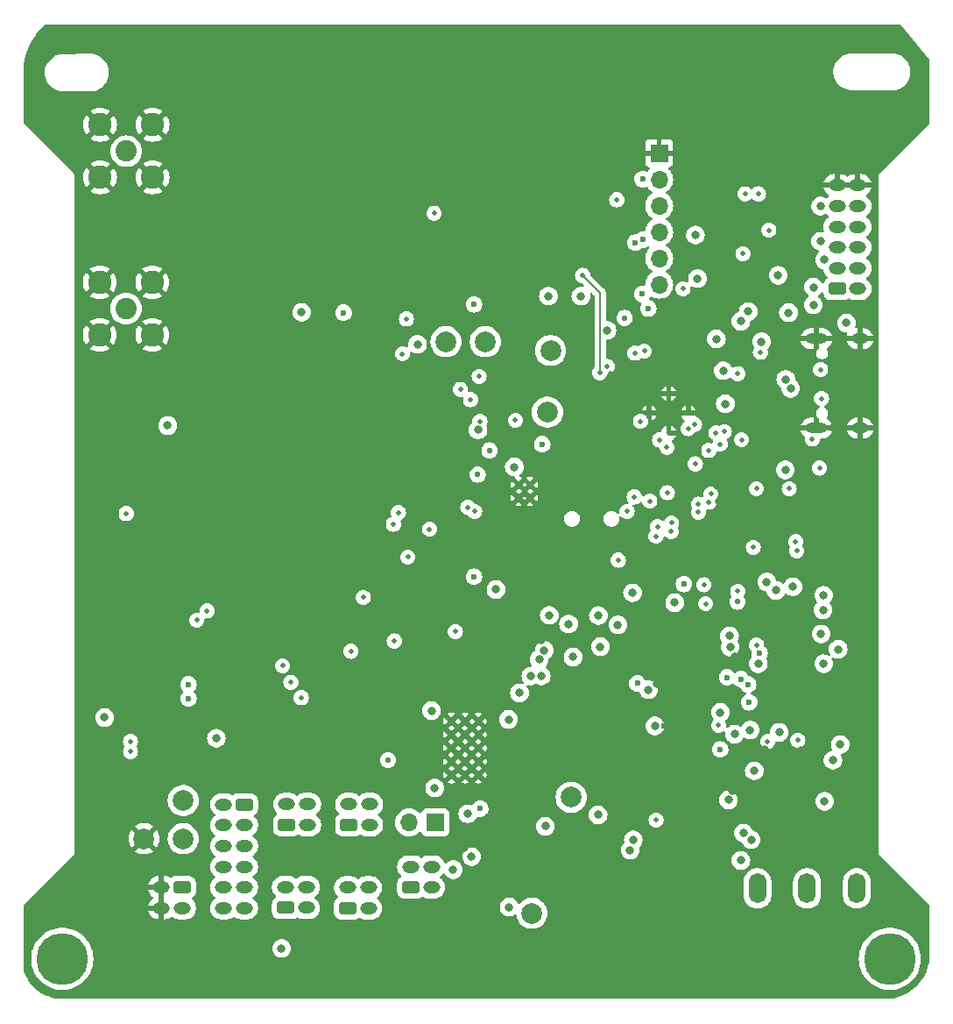
<source format=gbr>
%TF.GenerationSoftware,KiCad,Pcbnew,8.0.7*%
%TF.CreationDate,2025-03-06T17:29:39-08:00*%
%TF.ProjectId,FC_V5,46435f56-352e-46b6-9963-61645f706362,rev?*%
%TF.SameCoordinates,Original*%
%TF.FileFunction,Copper,L2,Inr*%
%TF.FilePolarity,Positive*%
%FSLAX46Y46*%
G04 Gerber Fmt 4.6, Leading zero omitted, Abs format (unit mm)*
G04 Created by KiCad (PCBNEW 8.0.7) date 2025-03-06 17:29:39*
%MOMM*%
%LPD*%
G01*
G04 APERTURE LIST*
G04 Aperture macros list*
%AMRoundRect*
0 Rectangle with rounded corners*
0 $1 Rounding radius*
0 $2 $3 $4 $5 $6 $7 $8 $9 X,Y pos of 4 corners*
0 Add a 4 corners polygon primitive as box body*
4,1,4,$2,$3,$4,$5,$6,$7,$8,$9,$2,$3,0*
0 Add four circle primitives for the rounded corners*
1,1,$1+$1,$2,$3*
1,1,$1+$1,$4,$5*
1,1,$1+$1,$6,$7*
1,1,$1+$1,$8,$9*
0 Add four rect primitives between the rounded corners*
20,1,$1+$1,$2,$3,$4,$5,0*
20,1,$1+$1,$4,$5,$6,$7,0*
20,1,$1+$1,$6,$7,$8,$9,0*
20,1,$1+$1,$8,$9,$2,$3,0*%
G04 Aperture macros list end*
%TA.AperFunction,ComponentPad*%
%ADD10O,1.700000X2.900000*%
%TD*%
%TA.AperFunction,ComponentPad*%
%ADD11C,2.000000*%
%TD*%
%TA.AperFunction,ComponentPad*%
%ADD12C,2.050000*%
%TD*%
%TA.AperFunction,ComponentPad*%
%ADD13C,2.250000*%
%TD*%
%TA.AperFunction,ComponentPad*%
%ADD14R,1.700000X1.700000*%
%TD*%
%TA.AperFunction,ComponentPad*%
%ADD15O,1.700000X1.700000*%
%TD*%
%TA.AperFunction,ComponentPad*%
%ADD16C,5.000000*%
%TD*%
%TA.AperFunction,ComponentPad*%
%ADD17RoundRect,0.250000X0.575000X-0.350000X0.575000X0.350000X-0.575000X0.350000X-0.575000X-0.350000X0*%
%TD*%
%TA.AperFunction,ComponentPad*%
%ADD18O,1.650000X1.200000*%
%TD*%
%TA.AperFunction,ComponentPad*%
%ADD19RoundRect,0.250000X-0.575000X0.350000X-0.575000X-0.350000X0.575000X-0.350000X0.575000X0.350000X0*%
%TD*%
%TA.AperFunction,ComponentPad*%
%ADD20C,0.500000*%
%TD*%
%TA.AperFunction,HeatsinkPad*%
%ADD21C,0.500000*%
%TD*%
%TA.AperFunction,ComponentPad*%
%ADD22C,0.600000*%
%TD*%
%TA.AperFunction,ComponentPad*%
%ADD23O,1.600000X1.000000*%
%TD*%
%TA.AperFunction,ComponentPad*%
%ADD24O,2.100000X1.000000*%
%TD*%
%TA.AperFunction,ViaPad*%
%ADD25C,0.460000*%
%TD*%
%TA.AperFunction,ViaPad*%
%ADD26C,0.800000*%
%TD*%
%TA.AperFunction,ViaPad*%
%ADD27C,0.600000*%
%TD*%
%TA.AperFunction,ViaPad*%
%ADD28C,0.560000*%
%TD*%
%TA.AperFunction,Conductor*%
%ADD29C,0.127000*%
%TD*%
G04 APERTURE END LIST*
D10*
%TO.N,3.3V*%
%TO.C,SW3*%
X214500000Y-131200000D03*
%TO.N,/3v3 Spec*%
X219300000Y-131200000D03*
%TO.N,unconnected-(SW3-C-Pad3)*%
X224100000Y-131200000D03*
%TD*%
D11*
%TO.N,VBUSP*%
%TO.C,TP17*%
X192700000Y-133600000D03*
%TD*%
%TO.N,GND*%
%TO.C,TP15*%
X155200000Y-126400000D03*
%TD*%
D12*
%TO.N,RF1_ANT*%
%TO.C,J6*%
X153500000Y-60000000D03*
D13*
%TO.N,GND*%
X150960000Y-57460000D03*
X150960000Y-62540000D03*
X156040000Y-57460000D03*
X156040000Y-62540000D03*
%TD*%
D14*
%TO.N,VBATT_SENSE*%
%TO.C,J13*%
X183350000Y-124825000D03*
D15*
%TO.N,VBatt*%
X180810000Y-124825000D03*
%TD*%
D11*
%TO.N,Net-(IC3-EVI)*%
%TO.C,TP6*%
X196500000Y-122400000D03*
%TD*%
D16*
%TO.N,N/C*%
%TO.C,H2*%
X227300000Y-138000000D03*
%TD*%
D17*
%TO.N,V_RBF*%
%TO.C,J20*%
X180999999Y-131100000D03*
D18*
%TO.N,VBATT_SENSE*%
X183000000Y-131100000D03*
%TO.N,V_RBF*%
X180999999Y-129099999D03*
%TO.N,VBATT_SENSE*%
X182999999Y-129100000D03*
%TD*%
D16*
%TO.N,N/C*%
%TO.C,H1*%
X147300000Y-138000000D03*
%TD*%
D17*
%TO.N,VBatt*%
%TO.C,J7*%
X168900000Y-133075000D03*
D18*
%TO.N,Net-(J10-Pin_1)*%
X170900001Y-133075000D03*
%TO.N,VBatt*%
X168900000Y-131074999D03*
%TO.N,Net-(J10-Pin_3)*%
X170900000Y-131075000D03*
%TD*%
D12*
%TO.N,/ANT2*%
%TO.C,J11*%
X153460000Y-75210000D03*
D13*
%TO.N,GND*%
X150920000Y-72670000D03*
X150920000Y-77750000D03*
X156000000Y-72670000D03*
X156000000Y-77750000D03*
%TD*%
D17*
%TO.N,Net-(J10-Pin_1)*%
%TO.C,J10*%
X174900000Y-133125000D03*
D18*
%TO.N,V_RBF*%
X176900001Y-133125000D03*
%TO.N,Net-(J10-Pin_3)*%
X174900000Y-131124999D03*
%TO.N,V_RBF*%
X176900000Y-131125000D03*
%TD*%
D11*
%TO.N,B-*%
%TO.C,TP4*%
X159000000Y-126400000D03*
%TD*%
D19*
%TO.N,B-*%
%TO.C,J19*%
X158900000Y-131099999D03*
D18*
%TO.N,GND*%
X156899999Y-131099999D03*
%TO.N,B-*%
X158900000Y-133100000D03*
%TO.N,GND*%
X156900000Y-133099999D03*
%TD*%
D17*
%TO.N,VBatt*%
%TO.C,J8*%
X169000000Y-125075000D03*
D18*
%TO.N,Net-(J29-Pin_1)*%
X171000001Y-125075000D03*
%TO.N,VBatt*%
X169000000Y-123074999D03*
%TO.N,Net-(J29-Pin_3)*%
X171000000Y-123075000D03*
%TD*%
D11*
%TO.N,FC_RESET*%
%TO.C,TP2*%
X194200000Y-85200000D03*
%TD*%
%TO.N,RF1_IO0*%
%TO.C,TP8*%
X188200000Y-78400000D03*
%TD*%
%TO.N,3.3V*%
%TO.C,TP3*%
X159000000Y-122700000D03*
%TD*%
D17*
%TO.N,Net-(J29-Pin_1)*%
%TO.C,J29*%
X175000000Y-125075000D03*
D18*
%TO.N,V_RBF*%
X177000001Y-125075000D03*
%TO.N,Net-(J29-Pin_3)*%
X175000000Y-123074999D03*
%TO.N,V_RBF*%
X177000000Y-123075000D03*
%TD*%
D20*
%TO.N,GND*%
%TO.C,IC1*%
X205930000Y-83400812D03*
X204020812Y-85310000D03*
X207839188Y-85310000D03*
X205930000Y-87219188D03*
%TD*%
D11*
%TO.N,RF1_IO4*%
%TO.C,TP7*%
X184400000Y-78400000D03*
%TD*%
%TO.N,USBBOOT*%
%TO.C,TP1*%
X194500000Y-79250000D03*
%TD*%
D21*
%TO.N,GND*%
%TO.C,U16*%
X191425000Y-92200000D03*
X191425000Y-93500000D03*
X192525000Y-92200000D03*
X192525000Y-93500000D03*
%TD*%
D17*
%TO.N,USBBOOT*%
%TO.C,J16*%
X222200001Y-73300000D03*
D18*
%TO.N,FC_RESET*%
X224200002Y-73300000D03*
%TO.N,USB_D-*%
X222200001Y-71299999D03*
%TO.N,USB_D+*%
X224200001Y-71300000D03*
%TO.N,Dir_Chrg_In*%
X222200001Y-69300000D03*
%TO.N,VSOLAR*%
X224200001Y-69299999D03*
%TO.N,SDA0*%
X222200001Y-67300000D03*
%TO.N,F5_PWR*%
X224200001Y-67300000D03*
%TO.N,SCL0*%
X222200001Y-65300000D03*
%TO.N,DEPLOY1*%
X224200001Y-65300000D03*
%TO.N,GND*%
X222200001Y-63300000D03*
X224200001Y-63300000D03*
%TD*%
D19*
%TO.N,VBatt*%
%TO.C,J14*%
X164900000Y-123100000D03*
D18*
%TO.N,B-*%
X162899999Y-123100000D03*
%TO.N,VBatt*%
X164900000Y-125100001D03*
%TO.N,B-*%
X162900000Y-125100000D03*
%TO.N,VBatt*%
X164900000Y-127100000D03*
%TO.N,B-*%
X162900000Y-127100001D03*
%TO.N,VBatt*%
X164900000Y-129100000D03*
%TO.N,B-*%
X162900000Y-129100000D03*
%TO.N,VBatt*%
X164900000Y-131100000D03*
%TO.N,B-*%
X162900000Y-131100000D03*
%TO.N,VBatt*%
X164900000Y-133100000D03*
%TO.N,B-*%
X162900000Y-133100000D03*
%TD*%
D14*
%TO.N,GND*%
%TO.C,J3*%
X205000000Y-60190000D03*
D15*
%TO.N,TX*%
X205000000Y-62730000D03*
%TO.N,RX*%
X205000000Y-65270000D03*
%TO.N,SCL0*%
X205000000Y-67810000D03*
%TO.N,SDA0*%
X205000000Y-70350000D03*
%TO.N,3.3V*%
X205000000Y-72890000D03*
%TD*%
D22*
%TO.N,GND*%
%TO.C,U10*%
X187531250Y-120250000D03*
X187531250Y-118950000D03*
X187531250Y-117650000D03*
X187531250Y-116350000D03*
X187531250Y-115050000D03*
X186231250Y-120250000D03*
X186231250Y-118950000D03*
X186231250Y-117650000D03*
X186231250Y-116350000D03*
X186231250Y-115050000D03*
X184931250Y-120250000D03*
X184931250Y-118950000D03*
X184931250Y-117650000D03*
X184931250Y-116350000D03*
X184931250Y-115050000D03*
%TD*%
D23*
%TO.N,GND*%
%TO.C,J12*%
X224400000Y-78100000D03*
D24*
X220220000Y-78100000D03*
D23*
X224400000Y-86740000D03*
D24*
X220220000Y-86740000D03*
%TD*%
D25*
%TO.N,3.3V*%
X175200000Y-108300000D03*
%TO.N,GND*%
X210000000Y-65593800D03*
X210200000Y-68700000D03*
X211529814Y-63648268D03*
%TO.N,ENAB_RF*%
X185300000Y-106400000D03*
X208795001Y-94884888D03*
X206177151Y-96737854D03*
X204691401Y-97191401D03*
X214400000Y-92600000D03*
%TO.N,VBUS_RESET*%
X217569998Y-92600000D03*
X209807400Y-93900000D03*
X204837751Y-96260162D03*
X206200000Y-95900000D03*
X208795000Y-94100000D03*
X180700000Y-99200000D03*
%TO.N,RF_VCC*%
X168600000Y-109700000D03*
X176400000Y-103100000D03*
%TO.N,GND*%
X168000000Y-108500000D03*
X168000000Y-107100000D03*
%TO.N,3.3V*%
X169400000Y-111300000D03*
X170400000Y-112780000D03*
%TO.N,GND*%
X175600000Y-112780000D03*
%TO.N,F4_SDA*%
X153900000Y-118000000D03*
%TO.N,F4_SCL*%
X153900000Y-117000000D03*
D26*
%TO.N,3.3V*%
X151400000Y-114700000D03*
%TO.N,GND*%
X197599998Y-115000001D03*
D27*
X204598846Y-103160000D03*
D26*
X221800000Y-86740000D03*
D27*
X151000000Y-102700000D03*
D26*
X177800000Y-112950000D03*
X201974999Y-115000002D03*
D25*
X215000000Y-85505000D03*
X162800000Y-101900000D03*
D27*
X201000000Y-61400000D03*
X159110000Y-58990000D03*
D26*
X209600000Y-109300000D03*
X193900000Y-60000000D03*
D27*
X205808799Y-108841200D03*
D26*
X204806250Y-111450000D03*
D27*
X166300000Y-103000000D03*
D26*
X202200000Y-123900000D03*
D25*
X195131250Y-117250000D03*
X217660190Y-79598854D03*
D26*
X211775000Y-118775000D03*
D27*
X164430000Y-59240000D03*
D26*
X214458916Y-69916022D03*
D27*
X221000000Y-95700000D03*
D25*
X193000000Y-83300000D03*
D26*
X201074998Y-115000001D03*
X218600000Y-99900000D03*
D25*
X199600000Y-65900000D03*
X200800000Y-67000000D03*
D27*
X193100000Y-87100000D03*
D26*
X216000000Y-63200000D03*
X212100000Y-121745000D03*
D27*
X158100000Y-60800000D03*
D25*
X212900000Y-83300000D03*
D27*
X181500000Y-102800000D03*
D26*
X218200000Y-87000000D03*
X190699998Y-122649999D03*
X218000000Y-122900000D03*
X212200000Y-62100000D03*
X209900000Y-75400000D03*
X190699999Y-121749999D03*
D27*
X153500000Y-72700000D03*
X151000000Y-75000000D03*
D26*
X208100000Y-115600000D03*
D27*
X163700000Y-102800000D03*
X175000000Y-72000000D03*
X179600000Y-74000000D03*
X153600000Y-102900000D03*
D26*
X155800000Y-113800000D03*
D27*
X156600000Y-116500000D03*
X164550000Y-61340000D03*
X205808799Y-108041199D03*
X202200000Y-66400000D03*
X158020000Y-58980000D03*
D25*
X156700000Y-69500000D03*
D26*
X181931250Y-119650000D03*
X212300000Y-108800000D03*
X213390000Y-77840000D03*
X218639998Y-107500000D03*
X209000000Y-121775000D03*
D27*
X164510000Y-60360000D03*
D26*
X168800000Y-65300000D03*
X209000001Y-125150000D03*
D27*
X217249999Y-96774998D03*
X205808799Y-109641200D03*
D26*
X198499999Y-115000002D03*
X202300000Y-125200000D03*
D25*
X214100000Y-85505000D03*
D26*
X210800000Y-93800000D03*
D25*
X199750378Y-99499622D03*
X189950000Y-85580000D03*
X195200000Y-83400000D03*
D26*
X190906250Y-102250000D03*
D25*
X200300000Y-81500000D03*
D26*
X213100000Y-101400000D03*
D25*
X195231250Y-114250000D03*
X183100000Y-106500000D03*
D27*
X205500000Y-115500000D03*
D25*
X218400000Y-103505000D03*
D26*
X193606250Y-107225000D03*
X215100000Y-106900000D03*
X218600000Y-119950000D03*
X199100000Y-120900000D03*
D27*
X209578195Y-91000000D03*
D25*
X185800000Y-82100000D03*
X218700000Y-117700000D03*
D26*
X219600000Y-115300000D03*
D25*
X177200000Y-110300000D03*
X205900000Y-77570000D03*
D26*
X188100000Y-129300000D03*
X197674998Y-133200000D03*
D25*
X212800000Y-106100000D03*
D26*
X190575000Y-87500000D03*
D25*
X195131250Y-118750000D03*
D26*
X208600000Y-99300000D03*
D28*
X199373000Y-86198548D03*
D27*
X189900000Y-84363500D03*
D26*
X188000000Y-111000000D03*
X215175000Y-117775000D03*
D27*
X162580000Y-58200000D03*
D26*
X155800000Y-119800000D03*
D25*
X213700000Y-83600000D03*
D26*
X186200000Y-127300000D03*
X201174998Y-133200000D03*
D25*
X195131250Y-115750000D03*
D27*
X161280000Y-58230000D03*
D26*
X208999999Y-122675000D03*
D25*
X218600000Y-100893801D03*
D26*
X190699998Y-126225000D03*
X188500000Y-133500000D03*
D27*
X163890000Y-58230000D03*
X195000000Y-94500000D03*
D26*
X207800000Y-108900000D03*
D27*
X209535000Y-108300000D03*
X158300000Y-113600000D03*
X156100000Y-75000000D03*
D26*
X222200000Y-93100000D03*
X198574999Y-133200001D03*
X195306250Y-102050000D03*
D25*
X202427913Y-91510000D03*
D26*
X208999999Y-126100000D03*
D27*
X159130000Y-60800000D03*
D25*
X215900000Y-90592600D03*
D27*
X160210000Y-58640000D03*
X181500000Y-83500000D03*
D26*
X218502317Y-113897683D03*
D27*
X199600000Y-60001499D03*
D26*
X218629998Y-105900000D03*
D27*
X156100000Y-102900000D03*
X160800000Y-113500000D03*
D26*
X202074999Y-133200001D03*
X210600000Y-92300000D03*
X190699999Y-125325000D03*
D27*
X195258058Y-87141942D03*
D26*
%TO.N,3.3V*%
X162200000Y-116700000D03*
X211700000Y-122661516D03*
X217500000Y-75600000D03*
D27*
X193700000Y-88300000D03*
D26*
X216500000Y-72000000D03*
X199963500Y-77300000D03*
X197436500Y-74000000D03*
D25*
X212969999Y-87864083D03*
D26*
X190500000Y-133000000D03*
D25*
X153500000Y-95000000D03*
D27*
X213699999Y-113223011D03*
D25*
X214100000Y-98270000D03*
D28*
X212585000Y-103515000D03*
D26*
X208500000Y-68100000D03*
D25*
X220500000Y-90600000D03*
D28*
X178800000Y-118800000D03*
D25*
X185790406Y-82998319D03*
D26*
X214200000Y-119845000D03*
X194000000Y-125200000D03*
D25*
X219800000Y-87800000D03*
D26*
X192600000Y-110700000D03*
X203979786Y-112012990D03*
X211861294Y-107889010D03*
D25*
X208499900Y-90200000D03*
D26*
X187497313Y-86912045D03*
X204600000Y-115500000D03*
X191000000Y-90500000D03*
X194300000Y-74000000D03*
D25*
X200900000Y-64700000D03*
D26*
X191500000Y-112323800D03*
D25*
X218300000Y-98600000D03*
D26*
X211400000Y-84400000D03*
X193600000Y-110700000D03*
X181650000Y-78650000D03*
X214585000Y-109500000D03*
X190454329Y-114881530D03*
D27*
X207398799Y-101800000D03*
D25*
X201050000Y-99500000D03*
D26*
X199100000Y-124100000D03*
D28*
X201670920Y-76100000D03*
D26*
X211200000Y-81200000D03*
X157500000Y-86500000D03*
%TO.N,VBUSP*%
X219900000Y-74852400D03*
X186500000Y-124000000D03*
X183000000Y-114028600D03*
X186865000Y-128135000D03*
X219925021Y-73136500D03*
X220600000Y-65300000D03*
X183300000Y-121500000D03*
X220600000Y-68700000D03*
D27*
%TO.N,TX*%
X202702194Y-68838128D03*
X203952400Y-75200000D03*
%TO.N,RX*%
X203376200Y-73800000D03*
X203447564Y-68547564D03*
X203400000Y-62700000D03*
D26*
%TO.N,WDT_BIAS*%
X202431250Y-102649999D03*
X199306250Y-107850000D03*
D25*
%TO.N,SDA1*%
X186506813Y-94400000D03*
X209500000Y-103700000D03*
X203564874Y-79300000D03*
X186770000Y-84000000D03*
D26*
X202500000Y-126500000D03*
D27*
X212900000Y-111000000D03*
D25*
%TO.N,SCL1*%
X187678042Y-86101958D03*
D28*
X188600000Y-88900000D03*
D26*
X202200000Y-127500000D03*
D28*
X187465687Y-91234313D03*
D25*
X187600000Y-81760000D03*
D27*
X213600000Y-111500000D03*
D25*
X202662621Y-79504340D03*
X209324767Y-101875233D03*
X187163500Y-94800000D03*
%TO.N,/Power Systems/V_RF*%
X179400000Y-107300000D03*
D27*
%TO.N,Net-(D10-K)*%
X210900000Y-117779800D03*
D26*
%TO.N,Net-(D12-K)*%
X211800000Y-106800000D03*
%TO.N,VBATT_SENSE*%
X185100000Y-129400000D03*
X206500000Y-103600000D03*
D27*
X187700000Y-123500000D03*
%TO.N,FC_RESET*%
X187100000Y-101100000D03*
D25*
%TO.N,SWCLK*%
X205044501Y-87897613D03*
%TO.N,SWDIO*%
X205760000Y-88610000D03*
%TO.N,SPI0_MISO*%
X199247500Y-81400000D03*
X197600000Y-72001499D03*
%TO.N,SPI0_CS0*%
X183240000Y-66001499D03*
X180570000Y-76200000D03*
D27*
%TO.N,RF1_IO4*%
X187100000Y-74800000D03*
D26*
%TO.N,RF1_IO0*%
X170439847Y-75560153D03*
D27*
X174500000Y-75600000D03*
D26*
%TO.N,/QSPI_DATA[3]*%
X210527330Y-78127330D03*
X213600000Y-75500000D03*
%TO.N,/QSPI_DATA[0]*%
X212900000Y-76423800D03*
X214900000Y-78400000D03*
D25*
%TO.N,RTC_INT*%
X204700000Y-124600000D03*
X210747530Y-115454557D03*
D26*
%TO.N,USB_D-*%
X217712084Y-82922608D03*
%TO.N,USB_D+*%
X217240685Y-82040685D03*
%TO.N,Net-(U1B-+)*%
X199128138Y-104850001D03*
X201006251Y-105750000D03*
%TO.N,Net-(U1D-+)*%
X193400000Y-109100000D03*
%TO.N,Net-(R31-Pad1)*%
X194381097Y-104824847D03*
X196679497Y-108849999D03*
%TO.N,USBBOOT*%
X208700000Y-72300000D03*
D25*
X207300000Y-73300000D03*
D26*
%TO.N,VSOLAR_I*%
X210917530Y-114199910D03*
%TO.N,Dir_Chrg_In*%
X212900000Y-128500000D03*
X221000000Y-70500000D03*
X223100000Y-76600000D03*
X168500000Y-137000000D03*
%TO.N,Net-(JP6-A)*%
X189227972Y-102327972D03*
X193900000Y-108200000D03*
%TO.N,/Watchdog Circuit/WDT-VP*%
X196240778Y-105659222D03*
%TO.N,F0_SCL*%
X220900000Y-102900000D03*
%TO.N,F1_SDA*%
X216284354Y-102415646D03*
X220658471Y-106629982D03*
%TO.N,F0_SDA*%
X217928146Y-102071854D03*
%TO.N,F1_SCL*%
X220840002Y-104300000D03*
X215400000Y-101600000D03*
D25*
%TO.N,FIRE_DEPLOY1_B*%
X214600000Y-64130002D03*
X213100000Y-69900000D03*
D26*
%TO.N,F2_SDA*%
X222500000Y-117300000D03*
%TO.N,F3_SCL*%
X213900000Y-126500000D03*
%TO.N,F3_SDA*%
X213140742Y-125849207D03*
%TO.N,F2_SCL*%
X221800000Y-118800000D03*
D27*
%TO.N,~{MUX_RESET}*%
X214700000Y-108500000D03*
D26*
%TO.N,F4_SCL*%
X212300000Y-116300000D03*
%TO.N,F4_SDA*%
X213793886Y-115910432D03*
D25*
%TO.N,FIRE_DEPLOY1_A*%
X213300000Y-64119817D03*
X214786773Y-79413227D03*
X212600000Y-81495000D03*
X207800000Y-86800000D03*
X215600000Y-67630000D03*
D26*
%TO.N,VSOLAR*%
X216600000Y-116128600D03*
D27*
X202900000Y-111400000D03*
D26*
X220900000Y-109500000D03*
X221000000Y-122800000D03*
X222300000Y-108100000D03*
D27*
X211589136Y-110813227D03*
D25*
%TO.N,FACE0_ENABLE*%
X214415000Y-107700000D03*
X212600000Y-102500000D03*
%TO.N,FACE1_ENABLE*%
X218200000Y-97700000D03*
%TO.N,FACE3_ENABLE*%
X215487696Y-117005000D03*
X218406200Y-116900000D03*
%TO.N,FACE4_ENABLE*%
X160307555Y-105292445D03*
X161300000Y-104400000D03*
X210000000Y-93100000D03*
X205788594Y-92988594D03*
D27*
X159500000Y-111500000D03*
X159500000Y-112850000D03*
D25*
%TO.N,Net-(J12-CC1)*%
X220600000Y-81100000D03*
%TO.N,Net-(J12-CC2)*%
X220700000Y-83900000D03*
%TO.N,SPI1_CS0*%
X200000000Y-80800000D03*
X180186167Y-79572885D03*
%TO.N,SPI1_MOSI*%
X179800000Y-94900000D03*
X201900000Y-94800000D03*
X210900000Y-88300000D03*
%TO.N,SPI1_SCK*%
X211300000Y-87100000D03*
X208417107Y-86382893D03*
X204087000Y-93800000D03*
X179319900Y-96020000D03*
%TO.N,SPI1_MISO*%
X210485405Y-87187591D03*
X202600000Y-93400000D03*
X182800000Y-96500000D03*
%TO.N,SR_LATCH*%
X209800000Y-88900000D03*
D26*
X217200000Y-90775000D03*
D25*
%TO.N,SPI1_CS1*%
X203200000Y-86100000D03*
X191100000Y-86000000D03*
%TD*%
D29*
%TO.N,SPI0_MISO*%
X199300000Y-73701499D02*
X197600000Y-72001499D01*
X199300000Y-81347500D02*
X199300000Y-73701499D01*
X199247500Y-81400000D02*
X199300000Y-81347500D01*
%TO.N,RF1_IO0*%
X188200000Y-78800000D02*
X188200000Y-78400000D01*
%TD*%
%TA.AperFunction,Conductor*%
%TO.N,GND*%
G36*
X157149999Y-131921352D02*
G01*
X157150000Y-131921362D01*
X157150000Y-132753589D01*
X157064044Y-132703962D01*
X156955952Y-132674999D01*
X156844048Y-132674999D01*
X156735956Y-132703962D01*
X156650000Y-132753589D01*
X156650000Y-132278645D01*
X156649999Y-132278636D01*
X156649999Y-131446408D01*
X156735955Y-131496036D01*
X156844047Y-131524999D01*
X156955951Y-131524999D01*
X157064043Y-131496036D01*
X157149999Y-131446408D01*
X157149999Y-131921352D01*
G37*
%TD.AperFunction*%
%TA.AperFunction,Conductor*%
G36*
X223803964Y-63135956D02*
G01*
X223775001Y-63244048D01*
X223775001Y-63355952D01*
X223803964Y-63464044D01*
X223853591Y-63550000D01*
X222546411Y-63550000D01*
X222596038Y-63464044D01*
X222625001Y-63355952D01*
X222625001Y-63244048D01*
X222596038Y-63135956D01*
X222546411Y-63050000D01*
X223853591Y-63050000D01*
X223803964Y-63135956D01*
G37*
%TD.AperFunction*%
%TA.AperFunction,Conductor*%
G36*
X228288992Y-47778802D02*
G01*
X228355977Y-47798672D01*
X228384059Y-47823599D01*
X231057452Y-51044082D01*
X231114110Y-51112334D01*
X231141784Y-51176490D01*
X231142700Y-51191536D01*
X231142700Y-57245588D01*
X231123015Y-57312627D01*
X231106381Y-57333269D01*
X226200025Y-62239624D01*
X226200024Y-62239625D01*
X226169500Y-62313316D01*
X226169500Y-127776683D01*
X226200024Y-127850374D01*
X231106381Y-132756731D01*
X231139866Y-132818054D01*
X231142700Y-132844412D01*
X231142700Y-138046741D01*
X231140771Y-138068529D01*
X231077299Y-138424135D01*
X231074945Y-138434656D01*
X230976741Y-138798544D01*
X230973482Y-138808820D01*
X230844045Y-139162797D01*
X230839906Y-139172751D01*
X230680211Y-139514151D01*
X230675223Y-139523708D01*
X230486480Y-139849943D01*
X230480681Y-139859031D01*
X230264316Y-140167639D01*
X230257750Y-140176189D01*
X230015386Y-140464852D01*
X230008101Y-140472799D01*
X229741599Y-140739301D01*
X229733652Y-140746586D01*
X229444989Y-140988950D01*
X229436439Y-140995516D01*
X229127831Y-141211881D01*
X229118743Y-141217680D01*
X228792508Y-141406423D01*
X228782951Y-141411411D01*
X228441551Y-141571106D01*
X228431597Y-141575245D01*
X228077620Y-141704682D01*
X228067344Y-141707941D01*
X227703456Y-141806145D01*
X227692935Y-141808499D01*
X227337329Y-141871971D01*
X227315541Y-141873900D01*
X147394490Y-141873900D01*
X147387098Y-141873227D01*
X147343153Y-141873878D01*
X147337326Y-141873828D01*
X146980930Y-141862350D01*
X146969309Y-141861427D01*
X146618481Y-141816901D01*
X146606997Y-141814891D01*
X146261902Y-141737616D01*
X146250659Y-141734537D01*
X146158830Y-141704682D01*
X145914340Y-141625194D01*
X145903440Y-141621074D01*
X145741158Y-141550852D01*
X145578882Y-141480632D01*
X145568413Y-141475505D01*
X145258472Y-141305202D01*
X145248530Y-141299114D01*
X144955953Y-141100457D01*
X144946628Y-141093463D01*
X144687445Y-140879319D01*
X144674002Y-140868212D01*
X144665375Y-140860374D01*
X144415102Y-140610509D01*
X144407249Y-140601894D01*
X144181553Y-140329638D01*
X144174543Y-140320323D01*
X143975410Y-140028071D01*
X143969306Y-140018139D01*
X143798503Y-139708488D01*
X143793358Y-139698027D01*
X143713435Y-139514151D01*
X143652378Y-139373678D01*
X143648247Y-139362800D01*
X143558809Y-139089228D01*
X143549839Y-139061789D01*
X143543700Y-139023257D01*
X143543700Y-137999996D01*
X144294415Y-137999996D01*
X144294415Y-138000003D01*
X144314738Y-138348927D01*
X144314739Y-138348938D01*
X144375428Y-138693127D01*
X144375430Y-138693134D01*
X144475674Y-139027972D01*
X144614107Y-139348895D01*
X144614113Y-139348908D01*
X144788870Y-139651597D01*
X144997584Y-139931949D01*
X144997589Y-139931955D01*
X145063576Y-140001896D01*
X145237442Y-140186183D01*
X145397304Y-140320323D01*
X145505186Y-140410847D01*
X145505194Y-140410853D01*
X145797203Y-140602911D01*
X145797207Y-140602913D01*
X146109549Y-140759777D01*
X146437989Y-140879319D01*
X146778086Y-140959923D01*
X147125241Y-141000500D01*
X147125248Y-141000500D01*
X147474752Y-141000500D01*
X147474759Y-141000500D01*
X147821914Y-140959923D01*
X148162011Y-140879319D01*
X148490451Y-140759777D01*
X148802793Y-140602913D01*
X149094811Y-140410849D01*
X149362558Y-140186183D01*
X149602412Y-139931953D01*
X149811130Y-139651596D01*
X149985889Y-139348904D01*
X150124326Y-139027971D01*
X150224569Y-138693136D01*
X150285262Y-138348927D01*
X150305585Y-138000000D01*
X150305585Y-137999996D01*
X224294415Y-137999996D01*
X224294415Y-138000003D01*
X224314738Y-138348927D01*
X224314739Y-138348938D01*
X224375428Y-138693127D01*
X224375430Y-138693134D01*
X224475674Y-139027972D01*
X224614107Y-139348895D01*
X224614113Y-139348908D01*
X224788870Y-139651597D01*
X224997584Y-139931949D01*
X224997589Y-139931955D01*
X225063576Y-140001896D01*
X225237442Y-140186183D01*
X225397304Y-140320323D01*
X225505186Y-140410847D01*
X225505194Y-140410853D01*
X225797203Y-140602911D01*
X225797207Y-140602913D01*
X226109549Y-140759777D01*
X226437989Y-140879319D01*
X226778086Y-140959923D01*
X227125241Y-141000500D01*
X227125248Y-141000500D01*
X227474752Y-141000500D01*
X227474759Y-141000500D01*
X227821914Y-140959923D01*
X228162011Y-140879319D01*
X228490451Y-140759777D01*
X228802793Y-140602913D01*
X229094811Y-140410849D01*
X229362558Y-140186183D01*
X229602412Y-139931953D01*
X229811130Y-139651596D01*
X229985889Y-139348904D01*
X230124326Y-139027971D01*
X230224569Y-138693136D01*
X230285262Y-138348927D01*
X230305585Y-138000000D01*
X230285262Y-137651073D01*
X230285260Y-137651061D01*
X230224571Y-137306872D01*
X230224569Y-137306865D01*
X230124325Y-136972027D01*
X229985889Y-136651096D01*
X229811130Y-136348404D01*
X229795278Y-136327111D01*
X229602415Y-136068050D01*
X229602410Y-136068044D01*
X229486433Y-135945117D01*
X229362558Y-135813817D01*
X229214488Y-135689572D01*
X229094813Y-135589152D01*
X229094805Y-135589146D01*
X228802796Y-135397088D01*
X228490458Y-135240226D01*
X228490452Y-135240223D01*
X228162012Y-135120681D01*
X228162009Y-135120680D01*
X227821915Y-135040077D01*
X227778519Y-135035004D01*
X227474759Y-134999500D01*
X227125241Y-134999500D01*
X226821480Y-135035004D01*
X226778085Y-135040077D01*
X226778083Y-135040077D01*
X226437990Y-135120680D01*
X226437987Y-135120681D01*
X226109547Y-135240223D01*
X226109541Y-135240226D01*
X225797203Y-135397088D01*
X225505194Y-135589146D01*
X225505186Y-135589152D01*
X225237442Y-135813817D01*
X225237440Y-135813819D01*
X224997589Y-136068044D01*
X224997584Y-136068050D01*
X224788870Y-136348402D01*
X224614113Y-136651091D01*
X224614107Y-136651104D01*
X224475674Y-136972027D01*
X224375430Y-137306865D01*
X224375428Y-137306872D01*
X224314739Y-137651061D01*
X224314738Y-137651072D01*
X224294415Y-137999996D01*
X150305585Y-137999996D01*
X150285262Y-137651073D01*
X150285260Y-137651061D01*
X150224571Y-137306872D01*
X150224569Y-137306865D01*
X150132700Y-137000000D01*
X167594540Y-137000000D01*
X167614326Y-137188256D01*
X167614327Y-137188259D01*
X167672818Y-137368277D01*
X167672821Y-137368284D01*
X167767467Y-137532216D01*
X167874476Y-137651061D01*
X167894129Y-137672888D01*
X168047265Y-137784148D01*
X168047270Y-137784151D01*
X168220192Y-137861142D01*
X168220197Y-137861144D01*
X168405354Y-137900500D01*
X168405355Y-137900500D01*
X168594644Y-137900500D01*
X168594646Y-137900500D01*
X168779803Y-137861144D01*
X168952730Y-137784151D01*
X169105871Y-137672888D01*
X169232533Y-137532216D01*
X169327179Y-137368284D01*
X169385674Y-137188256D01*
X169405460Y-137000000D01*
X169385674Y-136811744D01*
X169327179Y-136631716D01*
X169232533Y-136467784D01*
X169105871Y-136327112D01*
X169105870Y-136327111D01*
X168952734Y-136215851D01*
X168952729Y-136215848D01*
X168779807Y-136138857D01*
X168779802Y-136138855D01*
X168634001Y-136107865D01*
X168594646Y-136099500D01*
X168405354Y-136099500D01*
X168372897Y-136106398D01*
X168220197Y-136138855D01*
X168220192Y-136138857D01*
X168047270Y-136215848D01*
X168047265Y-136215851D01*
X167894129Y-136327111D01*
X167767466Y-136467785D01*
X167672821Y-136631715D01*
X167672818Y-136631722D01*
X167614327Y-136811740D01*
X167614326Y-136811744D01*
X167594540Y-137000000D01*
X150132700Y-137000000D01*
X150124325Y-136972027D01*
X149985889Y-136651096D01*
X149811130Y-136348404D01*
X149795278Y-136327111D01*
X149602415Y-136068050D01*
X149602410Y-136068044D01*
X149486433Y-135945117D01*
X149362558Y-135813817D01*
X149214488Y-135689572D01*
X149094813Y-135589152D01*
X149094805Y-135589146D01*
X148802796Y-135397088D01*
X148490458Y-135240226D01*
X148490452Y-135240223D01*
X148162012Y-135120681D01*
X148162009Y-135120680D01*
X147821915Y-135040077D01*
X147778519Y-135035004D01*
X147474759Y-134999500D01*
X147125241Y-134999500D01*
X146821480Y-135035004D01*
X146778085Y-135040077D01*
X146778083Y-135040077D01*
X146437990Y-135120680D01*
X146437987Y-135120681D01*
X146109547Y-135240223D01*
X146109541Y-135240226D01*
X145797203Y-135397088D01*
X145505194Y-135589146D01*
X145505186Y-135589152D01*
X145237442Y-135813817D01*
X145237440Y-135813819D01*
X144997589Y-136068044D01*
X144997584Y-136068050D01*
X144788870Y-136348402D01*
X144614113Y-136651091D01*
X144614107Y-136651104D01*
X144475674Y-136972027D01*
X144375430Y-137306865D01*
X144375428Y-137306872D01*
X144314739Y-137651061D01*
X144314738Y-137651072D01*
X144294415Y-137999996D01*
X143543700Y-137999996D01*
X143543700Y-132844412D01*
X143563385Y-132777373D01*
X143580019Y-132756731D01*
X145486752Y-130849998D01*
X155600883Y-130849998D01*
X155600884Y-130849999D01*
X156553589Y-130849999D01*
X156503962Y-130935955D01*
X156474999Y-131044047D01*
X156474999Y-131155951D01*
X156503962Y-131264043D01*
X156553589Y-131349999D01*
X155600884Y-131349999D01*
X155602084Y-131357583D01*
X155655590Y-131522254D01*
X155734194Y-131676523D01*
X155835966Y-131816601D01*
X155958396Y-131939031D01*
X156041873Y-131999680D01*
X156084539Y-132055010D01*
X156090518Y-132124623D01*
X156057913Y-132186419D01*
X156041873Y-132200317D01*
X155958404Y-132260960D01*
X155958399Y-132260964D01*
X155835967Y-132383396D01*
X155734195Y-132523474D01*
X155655591Y-132677743D01*
X155602085Y-132842414D01*
X155600884Y-132849998D01*
X155600885Y-132849999D01*
X156553590Y-132849999D01*
X156503963Y-132935955D01*
X156475000Y-133044047D01*
X156475000Y-133155951D01*
X156503963Y-133264043D01*
X156553590Y-133349999D01*
X155600885Y-133349999D01*
X155602085Y-133357583D01*
X155655591Y-133522254D01*
X155734195Y-133676523D01*
X155835967Y-133816601D01*
X155958397Y-133939031D01*
X156098475Y-134040803D01*
X156252742Y-134119407D01*
X156417415Y-134172913D01*
X156588429Y-134199999D01*
X156650000Y-134199999D01*
X156650000Y-133446408D01*
X156735956Y-133496036D01*
X156844048Y-133524999D01*
X156955952Y-133524999D01*
X157064044Y-133496036D01*
X157150000Y-133446408D01*
X157150000Y-134199999D01*
X157211571Y-134199999D01*
X157382584Y-134172913D01*
X157547257Y-134119407D01*
X157701528Y-134040800D01*
X157826689Y-133949867D01*
X157892495Y-133926387D01*
X157960549Y-133942213D01*
X157972453Y-133949862D01*
X158098212Y-134041232D01*
X158252555Y-134119873D01*
X158417299Y-134173402D01*
X158588389Y-134200500D01*
X158588390Y-134200500D01*
X159211610Y-134200500D01*
X159211611Y-134200500D01*
X159382701Y-134173402D01*
X159547445Y-134119873D01*
X159701788Y-134041232D01*
X159841928Y-133939414D01*
X159964414Y-133816928D01*
X160066232Y-133676788D01*
X160144873Y-133522445D01*
X160198402Y-133357701D01*
X160225500Y-133186611D01*
X160225500Y-133013389D01*
X160198402Y-132842299D01*
X160144873Y-132677555D01*
X160066232Y-132523212D01*
X159964414Y-132383072D01*
X159856871Y-132275529D01*
X159823386Y-132214206D01*
X159828370Y-132144514D01*
X159870242Y-132088581D01*
X159879445Y-132082315D01*
X159943656Y-132042711D01*
X160067712Y-131918655D01*
X160159814Y-131769333D01*
X160214999Y-131602796D01*
X160225500Y-131500008D01*
X160225499Y-130699991D01*
X160223226Y-130677743D01*
X160214999Y-130597202D01*
X160214998Y-130597199D01*
X160198765Y-130548211D01*
X160159814Y-130430665D01*
X160067712Y-130281343D01*
X159943656Y-130157287D01*
X159810853Y-130075374D01*
X159794336Y-130065186D01*
X159794331Y-130065184D01*
X159753325Y-130051596D01*
X159627797Y-130010000D01*
X159627795Y-130009999D01*
X159525010Y-129999499D01*
X158274998Y-129999499D01*
X158274981Y-129999500D01*
X158172203Y-130009999D01*
X158172200Y-130010000D01*
X158005668Y-130065184D01*
X158005663Y-130065186D01*
X157856336Y-130157292D01*
X157854675Y-130158606D01*
X157853324Y-130159150D01*
X157850198Y-130161079D01*
X157849868Y-130160544D01*
X157789875Y-130184735D01*
X157721235Y-130171682D01*
X157704897Y-130161645D01*
X157701527Y-130159196D01*
X157547256Y-130080590D01*
X157382583Y-130027084D01*
X157211570Y-129999999D01*
X157149999Y-129999999D01*
X157149999Y-130753589D01*
X157064043Y-130703962D01*
X156955951Y-130674999D01*
X156844047Y-130674999D01*
X156735955Y-130703962D01*
X156649999Y-130753589D01*
X156649999Y-129999999D01*
X156588428Y-129999999D01*
X156417414Y-130027084D01*
X156252741Y-130080590D01*
X156098474Y-130159194D01*
X155958396Y-130260966D01*
X155835966Y-130383396D01*
X155734194Y-130523474D01*
X155655590Y-130677743D01*
X155602084Y-130842414D01*
X155600883Y-130849998D01*
X145486752Y-130849998D01*
X146018092Y-130318658D01*
X148489976Y-127846774D01*
X148520500Y-127773082D01*
X148520500Y-127693318D01*
X148520500Y-126399994D01*
X153694859Y-126399994D01*
X153694859Y-126400005D01*
X153715385Y-126647729D01*
X153715387Y-126647738D01*
X153776412Y-126888717D01*
X153876267Y-127116367D01*
X153976562Y-127269881D01*
X154717037Y-126529408D01*
X154734075Y-126592993D01*
X154799901Y-126707007D01*
X154892993Y-126800099D01*
X155007007Y-126865925D01*
X155070591Y-126882962D01*
X154329943Y-127623609D01*
X154376768Y-127660055D01*
X154376771Y-127660057D01*
X154595385Y-127778364D01*
X154595396Y-127778369D01*
X154830506Y-127859083D01*
X155075707Y-127900000D01*
X155324293Y-127900000D01*
X155569493Y-127859083D01*
X155804603Y-127778369D01*
X155804614Y-127778364D01*
X156023230Y-127660056D01*
X156023236Y-127660051D01*
X156070055Y-127623610D01*
X156070056Y-127623609D01*
X155329408Y-126882962D01*
X155392993Y-126865925D01*
X155507007Y-126800099D01*
X155600099Y-126707007D01*
X155665925Y-126592993D01*
X155682962Y-126529409D01*
X156423435Y-127269882D01*
X156523733Y-127116364D01*
X156623587Y-126888717D01*
X156684612Y-126647738D01*
X156684614Y-126647729D01*
X156705141Y-126400005D01*
X156705141Y-126399994D01*
X157494357Y-126399994D01*
X157494357Y-126400005D01*
X157514890Y-126647812D01*
X157514892Y-126647824D01*
X157575936Y-126888881D01*
X157675826Y-127116606D01*
X157811833Y-127324782D01*
X157811836Y-127324785D01*
X157980256Y-127507738D01*
X158176491Y-127660474D01*
X158227828Y-127688256D01*
X158394332Y-127778364D01*
X158395190Y-127778828D01*
X158593110Y-127846774D01*
X158628964Y-127859083D01*
X158630386Y-127859571D01*
X158875665Y-127900500D01*
X159124335Y-127900500D01*
X159369614Y-127859571D01*
X159604810Y-127778828D01*
X159823509Y-127660474D01*
X160019744Y-127507738D01*
X160188164Y-127324785D01*
X160324173Y-127116607D01*
X160424063Y-126888881D01*
X160485108Y-126647821D01*
X160485116Y-126647729D01*
X160505643Y-126400005D01*
X160505643Y-126399994D01*
X160485109Y-126152187D01*
X160485107Y-126152175D01*
X160424063Y-125911118D01*
X160324173Y-125683393D01*
X160188166Y-125475217D01*
X160108115Y-125388259D01*
X160019744Y-125292262D01*
X159823509Y-125139526D01*
X159823507Y-125139525D01*
X159823506Y-125139524D01*
X159604811Y-125021172D01*
X159604802Y-125021169D01*
X159369616Y-124940429D01*
X159124335Y-124899500D01*
X158875665Y-124899500D01*
X158630383Y-124940429D01*
X158395197Y-125021169D01*
X158395188Y-125021172D01*
X158176493Y-125139524D01*
X157980257Y-125292261D01*
X157811833Y-125475217D01*
X157675826Y-125683393D01*
X157575936Y-125911118D01*
X157514892Y-126152175D01*
X157514890Y-126152187D01*
X157494357Y-126399994D01*
X156705141Y-126399994D01*
X156684614Y-126152270D01*
X156684612Y-126152261D01*
X156623587Y-125911282D01*
X156523732Y-125683632D01*
X156423435Y-125530116D01*
X155682962Y-126270590D01*
X155665925Y-126207007D01*
X155600099Y-126092993D01*
X155507007Y-125999901D01*
X155392993Y-125934075D01*
X155329409Y-125917037D01*
X156070055Y-125176389D01*
X156070055Y-125176388D01*
X156023236Y-125139947D01*
X156023231Y-125139944D01*
X155804614Y-125021635D01*
X155804603Y-125021630D01*
X155569493Y-124940916D01*
X155324293Y-124900000D01*
X155075707Y-124900000D01*
X154830506Y-124940916D01*
X154595396Y-125021630D01*
X154595385Y-125021635D01*
X154376770Y-125139943D01*
X154329943Y-125176389D01*
X155070591Y-125917037D01*
X155007007Y-125934075D01*
X154892993Y-125999901D01*
X154799901Y-126092993D01*
X154734075Y-126207007D01*
X154717037Y-126270591D01*
X153976563Y-125530117D01*
X153876267Y-125683633D01*
X153876265Y-125683637D01*
X153776412Y-125911282D01*
X153715387Y-126152261D01*
X153715385Y-126152270D01*
X153694859Y-126399994D01*
X148520500Y-126399994D01*
X148520500Y-122699994D01*
X157494357Y-122699994D01*
X157494357Y-122700005D01*
X157514890Y-122947812D01*
X157514892Y-122947824D01*
X157575936Y-123188881D01*
X157675826Y-123416606D01*
X157811833Y-123624782D01*
X157818216Y-123631716D01*
X157980256Y-123807738D01*
X158176491Y-123960474D01*
X158176493Y-123960475D01*
X158388114Y-124074999D01*
X158395190Y-124078828D01*
X158630386Y-124159571D01*
X158875665Y-124200500D01*
X159124335Y-124200500D01*
X159369614Y-124159571D01*
X159604810Y-124078828D01*
X159823509Y-123960474D01*
X160019744Y-123807738D01*
X160188164Y-123624785D01*
X160324173Y-123416607D01*
X160424063Y-123188881D01*
X160468504Y-123013389D01*
X161574499Y-123013389D01*
X161574499Y-123186611D01*
X161579045Y-123215312D01*
X161597636Y-123332697D01*
X161601597Y-123357701D01*
X161650347Y-123507738D01*
X161655127Y-123522447D01*
X161696066Y-123602795D01*
X161733767Y-123676788D01*
X161835585Y-123816928D01*
X161958071Y-123939414D01*
X162041023Y-123999682D01*
X162083688Y-124055012D01*
X162089667Y-124124626D01*
X162057061Y-124186421D01*
X162041023Y-124200317D01*
X161958078Y-124260581D01*
X161958069Y-124260588D01*
X161835588Y-124383069D01*
X161835588Y-124383070D01*
X161835586Y-124383072D01*
X161819169Y-124405668D01*
X161733768Y-124523211D01*
X161655128Y-124677552D01*
X161601597Y-124842302D01*
X161574500Y-125013389D01*
X161574500Y-125186610D01*
X161601597Y-125357697D01*
X161601597Y-125357699D01*
X161601598Y-125357701D01*
X161641635Y-125480922D01*
X161655128Y-125522447D01*
X161714440Y-125638855D01*
X161733768Y-125676788D01*
X161835586Y-125816928D01*
X161958072Y-125939414D01*
X162028507Y-125990588D01*
X162041024Y-125999682D01*
X162083689Y-126055012D01*
X162089668Y-126124626D01*
X162057062Y-126186421D01*
X162041025Y-126200317D01*
X161958072Y-126260586D01*
X161835588Y-126383070D01*
X161835588Y-126383071D01*
X161835586Y-126383073D01*
X161791859Y-126443257D01*
X161733768Y-126523212D01*
X161655128Y-126677553D01*
X161601597Y-126842303D01*
X161574500Y-127013390D01*
X161574500Y-127186611D01*
X161600512Y-127350849D01*
X161601598Y-127357702D01*
X161655127Y-127522446D01*
X161733768Y-127676789D01*
X161835586Y-127816929D01*
X161958072Y-127939415D01*
X162041024Y-127999683D01*
X162083688Y-128055012D01*
X162089667Y-128124625D01*
X162057061Y-128186420D01*
X162041023Y-128200317D01*
X161958078Y-128260581D01*
X161958069Y-128260588D01*
X161835588Y-128383069D01*
X161835588Y-128383070D01*
X161835586Y-128383072D01*
X161822924Y-128400500D01*
X161733768Y-128523211D01*
X161655128Y-128677552D01*
X161601597Y-128842302D01*
X161574500Y-129013389D01*
X161574500Y-129186610D01*
X161600131Y-129348444D01*
X161601598Y-129357701D01*
X161655127Y-129522445D01*
X161733768Y-129676788D01*
X161835586Y-129816928D01*
X161958072Y-129939414D01*
X161958075Y-129939416D01*
X161958078Y-129939418D01*
X162041023Y-129999683D01*
X162083689Y-130055013D01*
X162089667Y-130124626D01*
X162057061Y-130186421D01*
X162041023Y-130200317D01*
X161958078Y-130260581D01*
X161958069Y-130260588D01*
X161835588Y-130383069D01*
X161835588Y-130383070D01*
X161835586Y-130383072D01*
X161801010Y-130430662D01*
X161733768Y-130523211D01*
X161655128Y-130677552D01*
X161601597Y-130842302D01*
X161586764Y-130935955D01*
X161574500Y-131013389D01*
X161574500Y-131186611D01*
X161578460Y-131211611D01*
X161597637Y-131332697D01*
X161601598Y-131357701D01*
X161647840Y-131500019D01*
X161655128Y-131522447D01*
X161696068Y-131602796D01*
X161733768Y-131676788D01*
X161835586Y-131816928D01*
X161958072Y-131939414D01*
X161975257Y-131951899D01*
X162041023Y-131999683D01*
X162083689Y-132055013D01*
X162089667Y-132124626D01*
X162057061Y-132186421D01*
X162041023Y-132200317D01*
X161958078Y-132260581D01*
X161958069Y-132260588D01*
X161835588Y-132383069D01*
X161835588Y-132383070D01*
X161835586Y-132383072D01*
X161791859Y-132443256D01*
X161733768Y-132523211D01*
X161655128Y-132677552D01*
X161601597Y-132842302D01*
X161595089Y-132883393D01*
X161574500Y-133013389D01*
X161574500Y-133186611D01*
X161578460Y-133211611D01*
X161600724Y-133352187D01*
X161601598Y-133357701D01*
X161639717Y-133475019D01*
X161655128Y-133522447D01*
X161660106Y-133532216D01*
X161733768Y-133676788D01*
X161835586Y-133816928D01*
X161958072Y-133939414D01*
X162098212Y-134041232D01*
X162252555Y-134119873D01*
X162417299Y-134173402D01*
X162588389Y-134200500D01*
X162588390Y-134200500D01*
X163211610Y-134200500D01*
X163211611Y-134200500D01*
X163382701Y-134173402D01*
X163547445Y-134119873D01*
X163701788Y-134041232D01*
X163827116Y-133950175D01*
X163892920Y-133926696D01*
X163960974Y-133942521D01*
X163972873Y-133950168D01*
X164098212Y-134041232D01*
X164252555Y-134119873D01*
X164417299Y-134173402D01*
X164588389Y-134200500D01*
X164588390Y-134200500D01*
X165211610Y-134200500D01*
X165211611Y-134200500D01*
X165382701Y-134173402D01*
X165547445Y-134119873D01*
X165701788Y-134041232D01*
X165841928Y-133939414D01*
X165964414Y-133816928D01*
X166066232Y-133676788D01*
X166144873Y-133522445D01*
X166198402Y-133357701D01*
X166225500Y-133186611D01*
X166225500Y-133013389D01*
X166198402Y-132842299D01*
X166144873Y-132677555D01*
X166066232Y-132523212D01*
X165964414Y-132383072D01*
X165841928Y-132260586D01*
X165758975Y-132200317D01*
X165716311Y-132144988D01*
X165710332Y-132075374D01*
X165742938Y-132013579D01*
X165758976Y-131999682D01*
X165758979Y-131999680D01*
X165841928Y-131939414D01*
X165964414Y-131816928D01*
X166066232Y-131676788D01*
X166144873Y-131522445D01*
X166198402Y-131357701D01*
X166225500Y-131186611D01*
X166225500Y-131013389D01*
X166221540Y-130988388D01*
X167574500Y-130988388D01*
X167574500Y-131161609D01*
X167601597Y-131332696D01*
X167601597Y-131332698D01*
X167601598Y-131332700D01*
X167655127Y-131497444D01*
X167733768Y-131651787D01*
X167835586Y-131791927D01*
X167835588Y-131791929D01*
X167943128Y-131899469D01*
X167976613Y-131960792D01*
X167971629Y-132030484D01*
X167929757Y-132086417D01*
X167920544Y-132092688D01*
X167856347Y-132132285D01*
X167856343Y-132132288D01*
X167732289Y-132256342D01*
X167640187Y-132405663D01*
X167640185Y-132405668D01*
X167623617Y-132455668D01*
X167585001Y-132572203D01*
X167585001Y-132572204D01*
X167585000Y-132572204D01*
X167574500Y-132674983D01*
X167574500Y-133475001D01*
X167574501Y-133475019D01*
X167585000Y-133577796D01*
X167585001Y-133577799D01*
X167630183Y-133714148D01*
X167640186Y-133744334D01*
X167732288Y-133893656D01*
X167856344Y-134017712D01*
X168005666Y-134109814D01*
X168172203Y-134164999D01*
X168274991Y-134175500D01*
X169525008Y-134175499D01*
X169627797Y-134164999D01*
X169794334Y-134109814D01*
X169943656Y-134017712D01*
X169943659Y-134017709D01*
X169944898Y-134016730D01*
X169945907Y-134016322D01*
X169949803Y-134013920D01*
X169950213Y-134014585D01*
X170009692Y-133990588D01*
X170078335Y-134003626D01*
X170094694Y-134013675D01*
X170098213Y-134016232D01*
X170252556Y-134094873D01*
X170417300Y-134148402D01*
X170588390Y-134175500D01*
X170588391Y-134175500D01*
X171211611Y-134175500D01*
X171211612Y-134175500D01*
X171382702Y-134148402D01*
X171547446Y-134094873D01*
X171701789Y-134016232D01*
X171841929Y-133914414D01*
X171964415Y-133791928D01*
X172066233Y-133651788D01*
X172144874Y-133497445D01*
X172198403Y-133332701D01*
X172225501Y-133161611D01*
X172225501Y-132988389D01*
X172198403Y-132817299D01*
X172144874Y-132652555D01*
X172066233Y-132498212D01*
X171964415Y-132358072D01*
X171841929Y-132235586D01*
X171758975Y-132175316D01*
X171716311Y-132119986D01*
X171710332Y-132050373D01*
X171742938Y-131988578D01*
X171758972Y-131974684D01*
X171841928Y-131914414D01*
X171964414Y-131791928D01*
X172066232Y-131651788D01*
X172144873Y-131497445D01*
X172198402Y-131332701D01*
X172225500Y-131161611D01*
X172225500Y-131038388D01*
X173574500Y-131038388D01*
X173574500Y-131211609D01*
X173601597Y-131382696D01*
X173601597Y-131382698D01*
X173601598Y-131382700D01*
X173655127Y-131547444D01*
X173733768Y-131701787D01*
X173835586Y-131841927D01*
X173835588Y-131841929D01*
X173943128Y-131949469D01*
X173976613Y-132010792D01*
X173971629Y-132080484D01*
X173929757Y-132136417D01*
X173920544Y-132142688D01*
X173856347Y-132182285D01*
X173856343Y-132182288D01*
X173732289Y-132306342D01*
X173640187Y-132455663D01*
X173640185Y-132455668D01*
X173622905Y-132507816D01*
X173585001Y-132622203D01*
X173585001Y-132622204D01*
X173585000Y-132622204D01*
X173574500Y-132724983D01*
X173574500Y-133525001D01*
X173574501Y-133525019D01*
X173585000Y-133627796D01*
X173585001Y-133627799D01*
X173640185Y-133794331D01*
X173640187Y-133794336D01*
X173654123Y-133816930D01*
X173732288Y-133943656D01*
X173856344Y-134067712D01*
X174005666Y-134159814D01*
X174172203Y-134214999D01*
X174274991Y-134225500D01*
X175525008Y-134225499D01*
X175627797Y-134214999D01*
X175794334Y-134159814D01*
X175943656Y-134067712D01*
X175943659Y-134067709D01*
X175944898Y-134066730D01*
X175945907Y-134066322D01*
X175949803Y-134063920D01*
X175950213Y-134064585D01*
X176009692Y-134040588D01*
X176078335Y-134053626D01*
X176094694Y-134063675D01*
X176098213Y-134066232D01*
X176252556Y-134144873D01*
X176417300Y-134198402D01*
X176588390Y-134225500D01*
X176588391Y-134225500D01*
X177211611Y-134225500D01*
X177211612Y-134225500D01*
X177382702Y-134198402D01*
X177547446Y-134144873D01*
X177701789Y-134066232D01*
X177841929Y-133964414D01*
X177964415Y-133841928D01*
X178066233Y-133701788D01*
X178144874Y-133547445D01*
X178198403Y-133382701D01*
X178225501Y-133211611D01*
X178225501Y-133038389D01*
X178219421Y-133000000D01*
X189594540Y-133000000D01*
X189614326Y-133188256D01*
X189614327Y-133188259D01*
X189672818Y-133368277D01*
X189672821Y-133368284D01*
X189767467Y-133532216D01*
X189894129Y-133672888D01*
X190047265Y-133784148D01*
X190047270Y-133784151D01*
X190220192Y-133861142D01*
X190220197Y-133861144D01*
X190405354Y-133900500D01*
X190405355Y-133900500D01*
X190594644Y-133900500D01*
X190594646Y-133900500D01*
X190779803Y-133861144D01*
X190952730Y-133784151D01*
X191016765Y-133737626D01*
X191082568Y-133714148D01*
X191150622Y-133729973D01*
X191199317Y-133780078D01*
X191213224Y-133827703D01*
X191214891Y-133847814D01*
X191214892Y-133847824D01*
X191275936Y-134088881D01*
X191375826Y-134316606D01*
X191511833Y-134524782D01*
X191511836Y-134524785D01*
X191680256Y-134707738D01*
X191876491Y-134860474D01*
X192095190Y-134978828D01*
X192330386Y-135059571D01*
X192575665Y-135100500D01*
X192824335Y-135100500D01*
X193069614Y-135059571D01*
X193304810Y-134978828D01*
X193523509Y-134860474D01*
X193719744Y-134707738D01*
X193888164Y-134524785D01*
X194024173Y-134316607D01*
X194124063Y-134088881D01*
X194185108Y-133847821D01*
X194185596Y-133841929D01*
X194205643Y-133600005D01*
X194205643Y-133599994D01*
X194185109Y-133352187D01*
X194185107Y-133352175D01*
X194124063Y-133111118D01*
X194024173Y-132883393D01*
X193888166Y-132675217D01*
X193839363Y-132622203D01*
X193719744Y-132492262D01*
X193523509Y-132339526D01*
X193523507Y-132339525D01*
X193523506Y-132339524D01*
X193304811Y-132221172D01*
X193304802Y-132221169D01*
X193069616Y-132140429D01*
X192824335Y-132099500D01*
X192575665Y-132099500D01*
X192330383Y-132140429D01*
X192095197Y-132221169D01*
X192095188Y-132221172D01*
X191876493Y-132339524D01*
X191680255Y-132492262D01*
X191680252Y-132492265D01*
X191528048Y-132657602D01*
X191468161Y-132693593D01*
X191398323Y-132691492D01*
X191340707Y-132651968D01*
X191329432Y-132635619D01*
X191321687Y-132622204D01*
X191232533Y-132467784D01*
X191105871Y-132327112D01*
X191094235Y-132318658D01*
X190952734Y-132215851D01*
X190952729Y-132215848D01*
X190779807Y-132138857D01*
X190779802Y-132138855D01*
X190634001Y-132107865D01*
X190594646Y-132099500D01*
X190405354Y-132099500D01*
X190372897Y-132106398D01*
X190220197Y-132138855D01*
X190220192Y-132138857D01*
X190047270Y-132215848D01*
X190047265Y-132215851D01*
X189894129Y-132327111D01*
X189767466Y-132467785D01*
X189672821Y-132631715D01*
X189672818Y-132631722D01*
X189620400Y-132793050D01*
X189614326Y-132811744D01*
X189594540Y-133000000D01*
X178219421Y-133000000D01*
X178198403Y-132867299D01*
X178144874Y-132702555D01*
X178066233Y-132548212D01*
X177964415Y-132408072D01*
X177841929Y-132285586D01*
X177758975Y-132225316D01*
X177716311Y-132169986D01*
X177710332Y-132100373D01*
X177742938Y-132038578D01*
X177758972Y-132024684D01*
X177841928Y-131964414D01*
X177964414Y-131841928D01*
X178066232Y-131701788D01*
X178144873Y-131547445D01*
X178198402Y-131382701D01*
X178225500Y-131211611D01*
X178225500Y-131038389D01*
X178198402Y-130867299D01*
X178144873Y-130702555D01*
X178066232Y-130548212D01*
X177964414Y-130408072D01*
X177841928Y-130285586D01*
X177701788Y-130183768D01*
X177547445Y-130105127D01*
X177382701Y-130051598D01*
X177382699Y-130051597D01*
X177382698Y-130051597D01*
X177251271Y-130030781D01*
X177211611Y-130024500D01*
X176588389Y-130024500D01*
X176548728Y-130030781D01*
X176417302Y-130051597D01*
X176252552Y-130105128D01*
X176098207Y-130183770D01*
X175972885Y-130274822D01*
X175907079Y-130298302D01*
X175839025Y-130282476D01*
X175827114Y-130274822D01*
X175790612Y-130248302D01*
X175701788Y-130183767D01*
X175547445Y-130105126D01*
X175382701Y-130051597D01*
X175382699Y-130051596D01*
X175382698Y-130051596D01*
X175251271Y-130030780D01*
X175211611Y-130024499D01*
X174588389Y-130024499D01*
X174548728Y-130030780D01*
X174417302Y-130051596D01*
X174252552Y-130105127D01*
X174098211Y-130183767D01*
X174043959Y-130223184D01*
X173958072Y-130285585D01*
X173958070Y-130285587D01*
X173958069Y-130285587D01*
X173835588Y-130408068D01*
X173835588Y-130408069D01*
X173835586Y-130408071D01*
X173791859Y-130468255D01*
X173733768Y-130548210D01*
X173655128Y-130702551D01*
X173601597Y-130867301D01*
X173574500Y-131038388D01*
X172225500Y-131038388D01*
X172225500Y-130988389D01*
X172198402Y-130817299D01*
X172144873Y-130652555D01*
X172066232Y-130498212D01*
X171964414Y-130358072D01*
X171841928Y-130235586D01*
X171701788Y-130133768D01*
X171547445Y-130055127D01*
X171382701Y-130001598D01*
X171382699Y-130001597D01*
X171382698Y-130001597D01*
X171251271Y-129980781D01*
X171211611Y-129974500D01*
X170588389Y-129974500D01*
X170548728Y-129980781D01*
X170417302Y-130001597D01*
X170252552Y-130055128D01*
X170098207Y-130133770D01*
X169972885Y-130224822D01*
X169907079Y-130248302D01*
X169839025Y-130232476D01*
X169827114Y-130224822D01*
X169824859Y-130223184D01*
X169701788Y-130133767D01*
X169547445Y-130055126D01*
X169382701Y-130001597D01*
X169382699Y-130001596D01*
X169382698Y-130001596D01*
X169251271Y-129980780D01*
X169211611Y-129974499D01*
X168588389Y-129974499D01*
X168548728Y-129980780D01*
X168417302Y-130001596D01*
X168252552Y-130055127D01*
X168098211Y-130133767D01*
X168028061Y-130184735D01*
X167958072Y-130235585D01*
X167958070Y-130235587D01*
X167958069Y-130235587D01*
X167835588Y-130358068D01*
X167835588Y-130358069D01*
X167835586Y-130358071D01*
X167799259Y-130408071D01*
X167733768Y-130498210D01*
X167655128Y-130652551D01*
X167601597Y-130817301D01*
X167574500Y-130988388D01*
X166221540Y-130988388D01*
X166198402Y-130842299D01*
X166144873Y-130677555D01*
X166066232Y-130523212D01*
X165964414Y-130383072D01*
X165841928Y-130260586D01*
X165758975Y-130200317D01*
X165716311Y-130144988D01*
X165710332Y-130075374D01*
X165742938Y-130013579D01*
X165758976Y-129999682D01*
X165841928Y-129939414D01*
X165964414Y-129816928D01*
X166066232Y-129676788D01*
X166144873Y-129522445D01*
X166198402Y-129357701D01*
X166225500Y-129186611D01*
X166225500Y-129013389D01*
X166225500Y-129013388D01*
X179674499Y-129013388D01*
X179674499Y-129186609D01*
X179701596Y-129357696D01*
X179701596Y-129357698D01*
X179701597Y-129357700D01*
X179755126Y-129522444D01*
X179833767Y-129676787D01*
X179935585Y-129816927D01*
X179935587Y-129816929D01*
X180043127Y-129924469D01*
X180076612Y-129985792D01*
X180071628Y-130055484D01*
X180029756Y-130111417D01*
X180020543Y-130117688D01*
X179956346Y-130157285D01*
X179956342Y-130157288D01*
X179832288Y-130281342D01*
X179740186Y-130430663D01*
X179740185Y-130430667D01*
X179685000Y-130597203D01*
X179685000Y-130597204D01*
X179684999Y-130597204D01*
X179674499Y-130699983D01*
X179674499Y-131500001D01*
X179674500Y-131500019D01*
X179684999Y-131602796D01*
X179685000Y-131602799D01*
X179740184Y-131769331D01*
X179740186Y-131769336D01*
X179754122Y-131791930D01*
X179832287Y-131918656D01*
X179956343Y-132042712D01*
X180105665Y-132134814D01*
X180272202Y-132189999D01*
X180374990Y-132200500D01*
X181625007Y-132200499D01*
X181727796Y-132189999D01*
X181894333Y-132134814D01*
X182043655Y-132042712D01*
X182043658Y-132042709D01*
X182044897Y-132041730D01*
X182045906Y-132041322D01*
X182049802Y-132038920D01*
X182050212Y-132039585D01*
X182109691Y-132015588D01*
X182178334Y-132028626D01*
X182194693Y-132038675D01*
X182198212Y-132041232D01*
X182352555Y-132119873D01*
X182517299Y-132173402D01*
X182688389Y-132200500D01*
X182688390Y-132200500D01*
X183311610Y-132200500D01*
X183311611Y-132200500D01*
X183482701Y-132173402D01*
X183647445Y-132119873D01*
X183801788Y-132041232D01*
X183941928Y-131939414D01*
X184064414Y-131816928D01*
X184166232Y-131676788D01*
X184244873Y-131522445D01*
X184298402Y-131357701D01*
X184325500Y-131186611D01*
X184325500Y-131013389D01*
X184298402Y-130842299D01*
X184244873Y-130677555D01*
X184166232Y-130523212D01*
X184144800Y-130493713D01*
X213149500Y-130493713D01*
X213149500Y-131906287D01*
X213156339Y-131949469D01*
X213178372Y-132088581D01*
X213182754Y-132116243D01*
X213244521Y-132306342D01*
X213248444Y-132318414D01*
X213344951Y-132507820D01*
X213469890Y-132679786D01*
X213620213Y-132830109D01*
X213792179Y-132955048D01*
X213792181Y-132955049D01*
X213792184Y-132955051D01*
X213981588Y-133051557D01*
X214183757Y-133117246D01*
X214393713Y-133150500D01*
X214393714Y-133150500D01*
X214606286Y-133150500D01*
X214606287Y-133150500D01*
X214816243Y-133117246D01*
X215018412Y-133051557D01*
X215207816Y-132955051D01*
X215234100Y-132935955D01*
X215379786Y-132830109D01*
X215379788Y-132830106D01*
X215379792Y-132830104D01*
X215530104Y-132679792D01*
X215530106Y-132679788D01*
X215530109Y-132679786D01*
X215655048Y-132507820D01*
X215655047Y-132507820D01*
X215655051Y-132507816D01*
X215751557Y-132318412D01*
X215817246Y-132116243D01*
X215850500Y-131906287D01*
X215850500Y-130493713D01*
X217949500Y-130493713D01*
X217949500Y-131906287D01*
X217956339Y-131949469D01*
X217978372Y-132088581D01*
X217982754Y-132116243D01*
X218044521Y-132306342D01*
X218048444Y-132318414D01*
X218144951Y-132507820D01*
X218269890Y-132679786D01*
X218420213Y-132830109D01*
X218592179Y-132955048D01*
X218592181Y-132955049D01*
X218592184Y-132955051D01*
X218781588Y-133051557D01*
X218983757Y-133117246D01*
X219193713Y-133150500D01*
X219193714Y-133150500D01*
X219406286Y-133150500D01*
X219406287Y-133150500D01*
X219616243Y-133117246D01*
X219818412Y-133051557D01*
X220007816Y-132955051D01*
X220034100Y-132935955D01*
X220179786Y-132830109D01*
X220179788Y-132830106D01*
X220179792Y-132830104D01*
X220330104Y-132679792D01*
X220330106Y-132679788D01*
X220330109Y-132679786D01*
X220455048Y-132507820D01*
X220455047Y-132507820D01*
X220455051Y-132507816D01*
X220551557Y-132318412D01*
X220617246Y-132116243D01*
X220650500Y-131906287D01*
X220650500Y-130493713D01*
X222749500Y-130493713D01*
X222749500Y-131906287D01*
X222756339Y-131949469D01*
X222778372Y-132088581D01*
X222782754Y-132116243D01*
X222844521Y-132306342D01*
X222848444Y-132318414D01*
X222944951Y-132507820D01*
X223069890Y-132679786D01*
X223220213Y-132830109D01*
X223392179Y-132955048D01*
X223392181Y-132955049D01*
X223392184Y-132955051D01*
X223581588Y-133051557D01*
X223783757Y-133117246D01*
X223993713Y-133150500D01*
X223993714Y-133150500D01*
X224206286Y-133150500D01*
X224206287Y-133150500D01*
X224416243Y-133117246D01*
X224618412Y-133051557D01*
X224807816Y-132955051D01*
X224834100Y-132935955D01*
X224979786Y-132830109D01*
X224979788Y-132830106D01*
X224979792Y-132830104D01*
X225130104Y-132679792D01*
X225130106Y-132679788D01*
X225130109Y-132679786D01*
X225255048Y-132507820D01*
X225255047Y-132507820D01*
X225255051Y-132507816D01*
X225351557Y-132318412D01*
X225417246Y-132116243D01*
X225450500Y-131906287D01*
X225450500Y-130493713D01*
X225417246Y-130283757D01*
X225351557Y-130081588D01*
X225255051Y-129892184D01*
X225255049Y-129892181D01*
X225255048Y-129892179D01*
X225130109Y-129720213D01*
X224979786Y-129569890D01*
X224807820Y-129444951D01*
X224618414Y-129348444D01*
X224618413Y-129348443D01*
X224618412Y-129348443D01*
X224416243Y-129282754D01*
X224416241Y-129282753D01*
X224416240Y-129282753D01*
X224254957Y-129257208D01*
X224206287Y-129249500D01*
X223993713Y-129249500D01*
X223945042Y-129257208D01*
X223783760Y-129282753D01*
X223581585Y-129348444D01*
X223392179Y-129444951D01*
X223220213Y-129569890D01*
X223069890Y-129720213D01*
X222944951Y-129892179D01*
X222848444Y-130081585D01*
X222782753Y-130283760D01*
X222759485Y-130430668D01*
X222749500Y-130493713D01*
X220650500Y-130493713D01*
X220617246Y-130283757D01*
X220551557Y-130081588D01*
X220455051Y-129892184D01*
X220455049Y-129892181D01*
X220455048Y-129892179D01*
X220330109Y-129720213D01*
X220179786Y-129569890D01*
X220007820Y-129444951D01*
X219818414Y-129348444D01*
X219818413Y-129348443D01*
X219818412Y-129348443D01*
X219616243Y-129282754D01*
X219616241Y-129282753D01*
X219616240Y-129282753D01*
X219454957Y-129257208D01*
X219406287Y-129249500D01*
X219193713Y-129249500D01*
X219145042Y-129257208D01*
X218983760Y-129282753D01*
X218781585Y-129348444D01*
X218592179Y-129444951D01*
X218420213Y-129569890D01*
X218269890Y-129720213D01*
X218144951Y-129892179D01*
X218048444Y-130081585D01*
X217982753Y-130283760D01*
X217959485Y-130430668D01*
X217949500Y-130493713D01*
X215850500Y-130493713D01*
X215817246Y-130283757D01*
X215751557Y-130081588D01*
X215655051Y-129892184D01*
X215655049Y-129892181D01*
X215655048Y-129892179D01*
X215530109Y-129720213D01*
X215379786Y-129569890D01*
X215207820Y-129444951D01*
X215018414Y-129348444D01*
X215018413Y-129348443D01*
X215018412Y-129348443D01*
X214816243Y-129282754D01*
X214816241Y-129282753D01*
X214816240Y-129282753D01*
X214654957Y-129257208D01*
X214606287Y-129249500D01*
X214393713Y-129249500D01*
X214345042Y-129257208D01*
X214183760Y-129282753D01*
X213981585Y-129348444D01*
X213792179Y-129444951D01*
X213620213Y-129569890D01*
X213469890Y-129720213D01*
X213344951Y-129892179D01*
X213248444Y-130081585D01*
X213182753Y-130283760D01*
X213159485Y-130430668D01*
X213149500Y-130493713D01*
X184144800Y-130493713D01*
X184064414Y-130383072D01*
X183941928Y-130260586D01*
X183858974Y-130200316D01*
X183816310Y-130144986D01*
X183810331Y-130075373D01*
X183842937Y-130013578D01*
X183858975Y-129999682D01*
X183941927Y-129939414D01*
X184064413Y-129816928D01*
X184083955Y-129790029D01*
X184139283Y-129747364D01*
X184208897Y-129741384D01*
X184270692Y-129773990D01*
X184291660Y-129800915D01*
X184367465Y-129932214D01*
X184494129Y-130072888D01*
X184647265Y-130184148D01*
X184647270Y-130184151D01*
X184820192Y-130261142D01*
X184820197Y-130261144D01*
X185005354Y-130300500D01*
X185005355Y-130300500D01*
X185194644Y-130300500D01*
X185194646Y-130300500D01*
X185379803Y-130261144D01*
X185552730Y-130184151D01*
X185705871Y-130072888D01*
X185832533Y-129932216D01*
X185927179Y-129768284D01*
X185985674Y-129588256D01*
X186005460Y-129400000D01*
X185985674Y-129211744D01*
X185928409Y-129035500D01*
X185927181Y-129031722D01*
X185927180Y-129031721D01*
X185927179Y-129031716D01*
X185832533Y-128867784D01*
X185705871Y-128727112D01*
X185705870Y-128727111D01*
X185552734Y-128615851D01*
X185552729Y-128615848D01*
X185379807Y-128538857D01*
X185379802Y-128538855D01*
X185212448Y-128503284D01*
X185194646Y-128499500D01*
X185005354Y-128499500D01*
X184987552Y-128503284D01*
X184820197Y-128538855D01*
X184820192Y-128538857D01*
X184647270Y-128615848D01*
X184647265Y-128615851D01*
X184494130Y-128727110D01*
X184466509Y-128757786D01*
X184407021Y-128794433D01*
X184337164Y-128793100D01*
X184279117Y-128754212D01*
X184256430Y-128713128D01*
X184244871Y-128677553D01*
X184239603Y-128667214D01*
X184166231Y-128523212D01*
X184064413Y-128383072D01*
X183941927Y-128260586D01*
X183801787Y-128158768D01*
X183755139Y-128135000D01*
X185959540Y-128135000D01*
X185979326Y-128323256D01*
X185979327Y-128323259D01*
X186037818Y-128503277D01*
X186037821Y-128503284D01*
X186132467Y-128667216D01*
X186186396Y-128727110D01*
X186259129Y-128807888D01*
X186412265Y-128919148D01*
X186412270Y-128919151D01*
X186585192Y-128996142D01*
X186585197Y-128996144D01*
X186770354Y-129035500D01*
X186770355Y-129035500D01*
X186959644Y-129035500D01*
X186959646Y-129035500D01*
X187144803Y-128996144D01*
X187317730Y-128919151D01*
X187470871Y-128807888D01*
X187597533Y-128667216D01*
X187692179Y-128503284D01*
X187693246Y-128500000D01*
X211994540Y-128500000D01*
X212014326Y-128688256D01*
X212014327Y-128688259D01*
X212072818Y-128868277D01*
X212072821Y-128868284D01*
X212167467Y-129032216D01*
X212294129Y-129172888D01*
X212447265Y-129284148D01*
X212447270Y-129284151D01*
X212620192Y-129361142D01*
X212620197Y-129361144D01*
X212805354Y-129400500D01*
X212805355Y-129400500D01*
X212994644Y-129400500D01*
X212994646Y-129400500D01*
X213179803Y-129361144D01*
X213352730Y-129284151D01*
X213505871Y-129172888D01*
X213632533Y-129032216D01*
X213727179Y-128868284D01*
X213785674Y-128688256D01*
X213805460Y-128500000D01*
X213785674Y-128311744D01*
X213727179Y-128131716D01*
X213632533Y-127967784D01*
X213505871Y-127827112D01*
X213491857Y-127816930D01*
X213352734Y-127715851D01*
X213352729Y-127715848D01*
X213179807Y-127638857D01*
X213179802Y-127638855D01*
X213034001Y-127607865D01*
X212994646Y-127599500D01*
X212805354Y-127599500D01*
X212772897Y-127606398D01*
X212620197Y-127638855D01*
X212620192Y-127638857D01*
X212447270Y-127715848D01*
X212447265Y-127715851D01*
X212294129Y-127827111D01*
X212167466Y-127967785D01*
X212072821Y-128131715D01*
X212072818Y-128131722D01*
X212014327Y-128311740D01*
X212014326Y-128311744D01*
X211994540Y-128500000D01*
X187693246Y-128500000D01*
X187750674Y-128323256D01*
X187770460Y-128135000D01*
X187750674Y-127946744D01*
X187695964Y-127778364D01*
X187692181Y-127766722D01*
X187692180Y-127766721D01*
X187692179Y-127766716D01*
X187597533Y-127602784D01*
X187504986Y-127500000D01*
X201294540Y-127500000D01*
X201314326Y-127688256D01*
X201314327Y-127688259D01*
X201372818Y-127868277D01*
X201372821Y-127868284D01*
X201467467Y-128032216D01*
X201569008Y-128144988D01*
X201594129Y-128172888D01*
X201747265Y-128284148D01*
X201747270Y-128284151D01*
X201920192Y-128361142D01*
X201920197Y-128361144D01*
X202105354Y-128400500D01*
X202105355Y-128400500D01*
X202294644Y-128400500D01*
X202294646Y-128400500D01*
X202479803Y-128361144D01*
X202652730Y-128284151D01*
X202805871Y-128172888D01*
X202932533Y-128032216D01*
X203027179Y-127868284D01*
X203085674Y-127688256D01*
X203105460Y-127500000D01*
X203085674Y-127311744D01*
X203079999Y-127294278D01*
X203078004Y-127224437D01*
X203105780Y-127172987D01*
X203105865Y-127172891D01*
X203105871Y-127172888D01*
X203232533Y-127032216D01*
X203327179Y-126868284D01*
X203385674Y-126688256D01*
X203405460Y-126500000D01*
X203385674Y-126311744D01*
X203327179Y-126131716D01*
X203232533Y-125967784D01*
X203125765Y-125849207D01*
X212235282Y-125849207D01*
X212255068Y-126037463D01*
X212255069Y-126037466D01*
X212313560Y-126217484D01*
X212313563Y-126217491D01*
X212408209Y-126381423D01*
X212484206Y-126465826D01*
X212534871Y-126522095D01*
X212688007Y-126633355D01*
X212688012Y-126633358D01*
X212860934Y-126710349D01*
X212860935Y-126710349D01*
X212860939Y-126710351D01*
X212963388Y-126732127D01*
X213024870Y-126765319D01*
X213055539Y-126815097D01*
X213072818Y-126868277D01*
X213072821Y-126868284D01*
X213167467Y-127032216D01*
X213257063Y-127131722D01*
X213294129Y-127172888D01*
X213447265Y-127284148D01*
X213447270Y-127284151D01*
X213620192Y-127361142D01*
X213620197Y-127361144D01*
X213805354Y-127400500D01*
X213805355Y-127400500D01*
X213994644Y-127400500D01*
X213994646Y-127400500D01*
X214179803Y-127361144D01*
X214352730Y-127284151D01*
X214505871Y-127172888D01*
X214632533Y-127032216D01*
X214727179Y-126868284D01*
X214785674Y-126688256D01*
X214805460Y-126500000D01*
X214785674Y-126311744D01*
X214727179Y-126131716D01*
X214632533Y-125967784D01*
X214505871Y-125827112D01*
X214491857Y-125816930D01*
X214352734Y-125715851D01*
X214352729Y-125715848D01*
X214179807Y-125638857D01*
X214179803Y-125638856D01*
X214077350Y-125617078D01*
X214015868Y-125583885D01*
X213985201Y-125534106D01*
X213981412Y-125522446D01*
X213967921Y-125480923D01*
X213967920Y-125480922D01*
X213967920Y-125480920D01*
X213967919Y-125480919D01*
X213873276Y-125316992D01*
X213809944Y-125246655D01*
X213746613Y-125176319D01*
X213746612Y-125176318D01*
X213593476Y-125065058D01*
X213593471Y-125065055D01*
X213420549Y-124988064D01*
X213420544Y-124988062D01*
X213274743Y-124957072D01*
X213235388Y-124948707D01*
X213046096Y-124948707D01*
X213013639Y-124955605D01*
X212860939Y-124988062D01*
X212860934Y-124988064D01*
X212688012Y-125065055D01*
X212688007Y-125065058D01*
X212534871Y-125176318D01*
X212408208Y-125316992D01*
X212313563Y-125480922D01*
X212313560Y-125480929D01*
X212258045Y-125651788D01*
X212255068Y-125660951D01*
X212235282Y-125849207D01*
X203125765Y-125849207D01*
X203105871Y-125827112D01*
X203091857Y-125816930D01*
X202952734Y-125715851D01*
X202952729Y-125715848D01*
X202779807Y-125638857D01*
X202779802Y-125638855D01*
X202607320Y-125602194D01*
X202594646Y-125599500D01*
X202405354Y-125599500D01*
X202392680Y-125602194D01*
X202220197Y-125638855D01*
X202220192Y-125638857D01*
X202047270Y-125715848D01*
X202047265Y-125715851D01*
X201894129Y-125827111D01*
X201767466Y-125967785D01*
X201672821Y-126131715D01*
X201672818Y-126131722D01*
X201614327Y-126311740D01*
X201614326Y-126311744D01*
X201605050Y-126400000D01*
X201594540Y-126500000D01*
X201614326Y-126688256D01*
X201614327Y-126688260D01*
X201620001Y-126705723D01*
X201621994Y-126775564D01*
X201594219Y-126827010D01*
X201467466Y-126967784D01*
X201372821Y-127131715D01*
X201372818Y-127131722D01*
X201320001Y-127294278D01*
X201314326Y-127311744D01*
X201294540Y-127500000D01*
X187504986Y-127500000D01*
X187470871Y-127462112D01*
X187470870Y-127462111D01*
X187317734Y-127350851D01*
X187317729Y-127350848D01*
X187144807Y-127273857D01*
X187144802Y-127273855D01*
X186999001Y-127242865D01*
X186959646Y-127234500D01*
X186770354Y-127234500D01*
X186737897Y-127241398D01*
X186585197Y-127273855D01*
X186585192Y-127273857D01*
X186412270Y-127350848D01*
X186412265Y-127350851D01*
X186259129Y-127462111D01*
X186132466Y-127602785D01*
X186037821Y-127766715D01*
X186037818Y-127766722D01*
X185981707Y-127939415D01*
X185979326Y-127946744D01*
X185959540Y-128135000D01*
X183755139Y-128135000D01*
X183647444Y-128080127D01*
X183482700Y-128026598D01*
X183482698Y-128026597D01*
X183482697Y-128026597D01*
X183351270Y-128005781D01*
X183311610Y-127999500D01*
X182688388Y-127999500D01*
X182648727Y-128005781D01*
X182517301Y-128026597D01*
X182352551Y-128080128D01*
X182198206Y-128158770D01*
X182072884Y-128249822D01*
X182007078Y-128273302D01*
X181939024Y-128257476D01*
X181927113Y-128249822D01*
X181801787Y-128158767D01*
X181647446Y-128080127D01*
X181647445Y-128080126D01*
X181647444Y-128080126D01*
X181482700Y-128026597D01*
X181482698Y-128026596D01*
X181482697Y-128026596D01*
X181351270Y-128005780D01*
X181311610Y-127999499D01*
X180688388Y-127999499D01*
X180648727Y-128005780D01*
X180517301Y-128026596D01*
X180352551Y-128080127D01*
X180198210Y-128158767D01*
X180141021Y-128200318D01*
X180058071Y-128260585D01*
X180058069Y-128260587D01*
X180058068Y-128260587D01*
X179935587Y-128383068D01*
X179935587Y-128383069D01*
X179935585Y-128383071D01*
X179922922Y-128400500D01*
X179833767Y-128523210D01*
X179755127Y-128677551D01*
X179701596Y-128842301D01*
X179674499Y-129013388D01*
X166225500Y-129013388D01*
X166198402Y-128842299D01*
X166144873Y-128677555D01*
X166066232Y-128523212D01*
X165964414Y-128383072D01*
X165841928Y-128260586D01*
X165758975Y-128200317D01*
X165716311Y-128144988D01*
X165710332Y-128075374D01*
X165742938Y-128013579D01*
X165758976Y-127999682D01*
X165841928Y-127939414D01*
X165964414Y-127816928D01*
X166066232Y-127676788D01*
X166144873Y-127522445D01*
X166198402Y-127357701D01*
X166225500Y-127186611D01*
X166225500Y-127013389D01*
X166198402Y-126842299D01*
X166144873Y-126677555D01*
X166066232Y-126523212D01*
X165964414Y-126383072D01*
X165841928Y-126260586D01*
X165758975Y-126200317D01*
X165716311Y-126144988D01*
X165710332Y-126075374D01*
X165742938Y-126013579D01*
X165758972Y-125999685D01*
X165841928Y-125939415D01*
X165964414Y-125816929D01*
X166066232Y-125676789D01*
X166144873Y-125522446D01*
X166198402Y-125357702D01*
X166225500Y-125186612D01*
X166225500Y-125013390D01*
X166198402Y-124842300D01*
X166144873Y-124677556D01*
X166066232Y-124523213D01*
X165964414Y-124383073D01*
X165856871Y-124275530D01*
X165823386Y-124214207D01*
X165828370Y-124144515D01*
X165870242Y-124088582D01*
X165879445Y-124082316D01*
X165943656Y-124042712D01*
X166067712Y-123918656D01*
X166159814Y-123769334D01*
X166214999Y-123602797D01*
X166225500Y-123500009D01*
X166225499Y-122988388D01*
X167674500Y-122988388D01*
X167674500Y-123161609D01*
X167701597Y-123332696D01*
X167701597Y-123332698D01*
X167701598Y-123332700D01*
X167755127Y-123497444D01*
X167833768Y-123651787D01*
X167935586Y-123791927D01*
X167935588Y-123791929D01*
X168043128Y-123899469D01*
X168076613Y-123960792D01*
X168071629Y-124030484D01*
X168029757Y-124086417D01*
X168020544Y-124092688D01*
X167956347Y-124132285D01*
X167956343Y-124132288D01*
X167832289Y-124256342D01*
X167740187Y-124405663D01*
X167740185Y-124405668D01*
X167736811Y-124415851D01*
X167685001Y-124572203D01*
X167685001Y-124572204D01*
X167685000Y-124572204D01*
X167674500Y-124674983D01*
X167674500Y-124674996D01*
X167674501Y-125474993D01*
X167674501Y-125475019D01*
X167685000Y-125577796D01*
X167685001Y-125577799D01*
X167733078Y-125722883D01*
X167740186Y-125744334D01*
X167832288Y-125893656D01*
X167956344Y-126017712D01*
X168105666Y-126109814D01*
X168272203Y-126164999D01*
X168374991Y-126175500D01*
X169625008Y-126175499D01*
X169727797Y-126164999D01*
X169894334Y-126109814D01*
X170043656Y-126017712D01*
X170043659Y-126017709D01*
X170044898Y-126016730D01*
X170045907Y-126016322D01*
X170049803Y-126013920D01*
X170050213Y-126014585D01*
X170109692Y-125990588D01*
X170178335Y-126003626D01*
X170194694Y-126013675D01*
X170198213Y-126016232D01*
X170352556Y-126094873D01*
X170517300Y-126148402D01*
X170688390Y-126175500D01*
X170688391Y-126175500D01*
X171311611Y-126175500D01*
X171311612Y-126175500D01*
X171482702Y-126148402D01*
X171647446Y-126094873D01*
X171801789Y-126016232D01*
X171941929Y-125914414D01*
X172064415Y-125791928D01*
X172166233Y-125651788D01*
X172244874Y-125497445D01*
X172298403Y-125332701D01*
X172325501Y-125161611D01*
X172325501Y-124988389D01*
X172298403Y-124817299D01*
X172244874Y-124652555D01*
X172166233Y-124498212D01*
X172064415Y-124358072D01*
X171941929Y-124235586D01*
X171858975Y-124175316D01*
X171816311Y-124119986D01*
X171810332Y-124050373D01*
X171842938Y-123988578D01*
X171858972Y-123974684D01*
X171941928Y-123914414D01*
X172064414Y-123791928D01*
X172166232Y-123651788D01*
X172244873Y-123497445D01*
X172298402Y-123332701D01*
X172325500Y-123161611D01*
X172325500Y-122988389D01*
X172325500Y-122988388D01*
X173674500Y-122988388D01*
X173674500Y-123161609D01*
X173701597Y-123332696D01*
X173701597Y-123332698D01*
X173701598Y-123332700D01*
X173755127Y-123497444D01*
X173833768Y-123651787D01*
X173935586Y-123791927D01*
X173935588Y-123791929D01*
X174043128Y-123899469D01*
X174076613Y-123960792D01*
X174071629Y-124030484D01*
X174029757Y-124086417D01*
X174020544Y-124092688D01*
X173956347Y-124132285D01*
X173956343Y-124132288D01*
X173832289Y-124256342D01*
X173740187Y-124405663D01*
X173740185Y-124405668D01*
X173736811Y-124415851D01*
X173685001Y-124572203D01*
X173685001Y-124572204D01*
X173685000Y-124572204D01*
X173674500Y-124674983D01*
X173674500Y-124674996D01*
X173674501Y-125474993D01*
X173674501Y-125475019D01*
X173685000Y-125577796D01*
X173685001Y-125577799D01*
X173733078Y-125722883D01*
X173740186Y-125744334D01*
X173832288Y-125893656D01*
X173956344Y-126017712D01*
X174105666Y-126109814D01*
X174272203Y-126164999D01*
X174374991Y-126175500D01*
X175625008Y-126175499D01*
X175727797Y-126164999D01*
X175894334Y-126109814D01*
X176043656Y-126017712D01*
X176043659Y-126017709D01*
X176044898Y-126016730D01*
X176045907Y-126016322D01*
X176049803Y-126013920D01*
X176050213Y-126014585D01*
X176109692Y-125990588D01*
X176178335Y-126003626D01*
X176194694Y-126013675D01*
X176198213Y-126016232D01*
X176352556Y-126094873D01*
X176517300Y-126148402D01*
X176688390Y-126175500D01*
X176688391Y-126175500D01*
X177311611Y-126175500D01*
X177311612Y-126175500D01*
X177482702Y-126148402D01*
X177647446Y-126094873D01*
X177801789Y-126016232D01*
X177941929Y-125914414D01*
X178064415Y-125791928D01*
X178166233Y-125651788D01*
X178244874Y-125497445D01*
X178298403Y-125332701D01*
X178325501Y-125161611D01*
X178325501Y-124988389D01*
X178299623Y-124824999D01*
X179454341Y-124824999D01*
X179454341Y-124825000D01*
X179474936Y-125060403D01*
X179474938Y-125060413D01*
X179536094Y-125288655D01*
X179536096Y-125288659D01*
X179536097Y-125288663D01*
X179623088Y-125475215D01*
X179635965Y-125502830D01*
X179635967Y-125502834D01*
X179731212Y-125638857D01*
X179771505Y-125696401D01*
X179938599Y-125863495D01*
X180035384Y-125931265D01*
X180132165Y-125999032D01*
X180132167Y-125999033D01*
X180132170Y-125999035D01*
X180346337Y-126098903D01*
X180574592Y-126160063D01*
X180751034Y-126175500D01*
X180809999Y-126180659D01*
X180810000Y-126180659D01*
X180810001Y-126180659D01*
X180868966Y-126175500D01*
X181045408Y-126160063D01*
X181273663Y-126098903D01*
X181487830Y-125999035D01*
X181681401Y-125863495D01*
X181803329Y-125741566D01*
X181864648Y-125708084D01*
X181934340Y-125713068D01*
X181990274Y-125754939D01*
X182007189Y-125785917D01*
X182056202Y-125917328D01*
X182056206Y-125917335D01*
X182142452Y-126032544D01*
X182142455Y-126032547D01*
X182257664Y-126118793D01*
X182257671Y-126118797D01*
X182392517Y-126169091D01*
X182392516Y-126169091D01*
X182399444Y-126169835D01*
X182452127Y-126175500D01*
X184247872Y-126175499D01*
X184307483Y-126169091D01*
X184442331Y-126118796D01*
X184557546Y-126032546D01*
X184643796Y-125917331D01*
X184694091Y-125782483D01*
X184700500Y-125722873D01*
X184700500Y-125200000D01*
X193094540Y-125200000D01*
X193114326Y-125388256D01*
X193114327Y-125388259D01*
X193172818Y-125568277D01*
X193172821Y-125568284D01*
X193267467Y-125732216D01*
X193385674Y-125863498D01*
X193394129Y-125872888D01*
X193547265Y-125984148D01*
X193547270Y-125984151D01*
X193720192Y-126061142D01*
X193720197Y-126061144D01*
X193905354Y-126100500D01*
X193905355Y-126100500D01*
X194094644Y-126100500D01*
X194094646Y-126100500D01*
X194279803Y-126061144D01*
X194452730Y-125984151D01*
X194605871Y-125872888D01*
X194732533Y-125732216D01*
X194827179Y-125568284D01*
X194885674Y-125388256D01*
X194905460Y-125200000D01*
X194885674Y-125011744D01*
X194827179Y-124831716D01*
X194732533Y-124667784D01*
X194605871Y-124527112D01*
X194605870Y-124527111D01*
X194452734Y-124415851D01*
X194452729Y-124415848D01*
X194279807Y-124338857D01*
X194279802Y-124338855D01*
X194123180Y-124305565D01*
X194094646Y-124299500D01*
X193905354Y-124299500D01*
X193876820Y-124305565D01*
X193720197Y-124338855D01*
X193720192Y-124338857D01*
X193547270Y-124415848D01*
X193547265Y-124415851D01*
X193394129Y-124527111D01*
X193267466Y-124667785D01*
X193172821Y-124831715D01*
X193172818Y-124831722D01*
X193117979Y-125000500D01*
X193114326Y-125011744D01*
X193094540Y-125200000D01*
X184700500Y-125200000D01*
X184700499Y-124000000D01*
X185594540Y-124000000D01*
X185614326Y-124188256D01*
X185614327Y-124188259D01*
X185672818Y-124368277D01*
X185672821Y-124368284D01*
X185767467Y-124532216D01*
X185828503Y-124600003D01*
X185894129Y-124672888D01*
X186047265Y-124784148D01*
X186047270Y-124784151D01*
X186220192Y-124861142D01*
X186220197Y-124861144D01*
X186405354Y-124900500D01*
X186405355Y-124900500D01*
X186594644Y-124900500D01*
X186594646Y-124900500D01*
X186779803Y-124861144D01*
X186952730Y-124784151D01*
X187105871Y-124672888D01*
X187232533Y-124532216D01*
X187327179Y-124368284D01*
X187331942Y-124353623D01*
X187371375Y-124295950D01*
X187435733Y-124268749D01*
X187490825Y-124274898D01*
X187520745Y-124285368D01*
X187520749Y-124285368D01*
X187520753Y-124285369D01*
X187699996Y-124305565D01*
X187700000Y-124305565D01*
X187700004Y-124305565D01*
X187879249Y-124285369D01*
X187879252Y-124285368D01*
X187879255Y-124285368D01*
X188049522Y-124225789D01*
X188202262Y-124129816D01*
X188232078Y-124100000D01*
X198194540Y-124100000D01*
X198214326Y-124288256D01*
X198214327Y-124288259D01*
X198272818Y-124468277D01*
X198272821Y-124468284D01*
X198367467Y-124632216D01*
X198485743Y-124763574D01*
X198494129Y-124772888D01*
X198647265Y-124884148D01*
X198647270Y-124884151D01*
X198820192Y-124961142D01*
X198820197Y-124961144D01*
X199005354Y-125000500D01*
X199005355Y-125000500D01*
X199194644Y-125000500D01*
X199194646Y-125000500D01*
X199379803Y-124961144D01*
X199552730Y-124884151D01*
X199705871Y-124772888D01*
X199832533Y-124632216D01*
X199851135Y-124599996D01*
X203964878Y-124599996D01*
X203964878Y-124600003D01*
X203983307Y-124763574D01*
X204037676Y-124918953D01*
X204037677Y-124918955D01*
X204037678Y-124918957D01*
X204125258Y-125058341D01*
X204241659Y-125174742D01*
X204381043Y-125262322D01*
X204536420Y-125316691D01*
X204536423Y-125316691D01*
X204536425Y-125316692D01*
X204699996Y-125335122D01*
X204700000Y-125335122D01*
X204700004Y-125335122D01*
X204863574Y-125316692D01*
X204863575Y-125316691D01*
X204863580Y-125316691D01*
X205018957Y-125262322D01*
X205158341Y-125174742D01*
X205274742Y-125058341D01*
X205362322Y-124918957D01*
X205416691Y-124763580D01*
X205426673Y-124674991D01*
X205435122Y-124600003D01*
X205435122Y-124599996D01*
X205416692Y-124436425D01*
X205416691Y-124436423D01*
X205416691Y-124436420D01*
X205362322Y-124281043D01*
X205274742Y-124141659D01*
X205158341Y-124025258D01*
X205018957Y-123937678D01*
X205018956Y-123937677D01*
X205018955Y-123937677D01*
X205018953Y-123937676D01*
X204863574Y-123883307D01*
X204700004Y-123864878D01*
X204699996Y-123864878D01*
X204536425Y-123883307D01*
X204381046Y-123937676D01*
X204381044Y-123937677D01*
X204241658Y-124025258D01*
X204125258Y-124141658D01*
X204037677Y-124281044D01*
X204037676Y-124281046D01*
X203983307Y-124436425D01*
X203964878Y-124599996D01*
X199851135Y-124599996D01*
X199927179Y-124468284D01*
X199985674Y-124288256D01*
X200005460Y-124100000D01*
X199985674Y-123911744D01*
X199927179Y-123731716D01*
X199832533Y-123567784D01*
X199705871Y-123427112D01*
X199705870Y-123427111D01*
X199552734Y-123315851D01*
X199552729Y-123315848D01*
X199379807Y-123238857D01*
X199379802Y-123238855D01*
X199234001Y-123207865D01*
X199194646Y-123199500D01*
X199005354Y-123199500D01*
X198972897Y-123206398D01*
X198820197Y-123238855D01*
X198820192Y-123238857D01*
X198647270Y-123315848D01*
X198647265Y-123315851D01*
X198494129Y-123427111D01*
X198367466Y-123567785D01*
X198272821Y-123731715D01*
X198272818Y-123731722D01*
X198214327Y-123911740D01*
X198214326Y-123911744D01*
X198194540Y-124100000D01*
X188232078Y-124100000D01*
X188329816Y-124002262D01*
X188425789Y-123849522D01*
X188485368Y-123679255D01*
X188488463Y-123651787D01*
X188505565Y-123500003D01*
X188505565Y-123499996D01*
X188485369Y-123320750D01*
X188485368Y-123320745D01*
X188448475Y-123215312D01*
X188425789Y-123150478D01*
X188418486Y-123138856D01*
X188349962Y-123029800D01*
X188329816Y-122997738D01*
X188202262Y-122870184D01*
X188049523Y-122774211D01*
X187879254Y-122714631D01*
X187879249Y-122714630D01*
X187700004Y-122694435D01*
X187699996Y-122694435D01*
X187520750Y-122714630D01*
X187520745Y-122714631D01*
X187350476Y-122774211D01*
X187197737Y-122870184D01*
X187070182Y-122997739D01*
X186994622Y-123117992D01*
X186942287Y-123164282D01*
X186873234Y-123174930D01*
X186839193Y-123165298D01*
X186779807Y-123138857D01*
X186779802Y-123138855D01*
X186634001Y-123107865D01*
X186594646Y-123099500D01*
X186405354Y-123099500D01*
X186372897Y-123106398D01*
X186220197Y-123138855D01*
X186220192Y-123138857D01*
X186047270Y-123215848D01*
X186047265Y-123215851D01*
X185894129Y-123327111D01*
X185767466Y-123467785D01*
X185672821Y-123631715D01*
X185672818Y-123631722D01*
X185614327Y-123811740D01*
X185614326Y-123811744D01*
X185594540Y-124000000D01*
X184700499Y-124000000D01*
X184700499Y-123927128D01*
X184694091Y-123867517D01*
X184692810Y-123864083D01*
X184643797Y-123732671D01*
X184643793Y-123732664D01*
X184557547Y-123617455D01*
X184557544Y-123617452D01*
X184442335Y-123531206D01*
X184442328Y-123531202D01*
X184307482Y-123480908D01*
X184307483Y-123480908D01*
X184247883Y-123474501D01*
X184247881Y-123474500D01*
X184247873Y-123474500D01*
X184247864Y-123474500D01*
X182452129Y-123474500D01*
X182452123Y-123474501D01*
X182392516Y-123480908D01*
X182257671Y-123531202D01*
X182257664Y-123531206D01*
X182142455Y-123617452D01*
X182142452Y-123617455D01*
X182056206Y-123732664D01*
X182056203Y-123732669D01*
X182007189Y-123864083D01*
X181965317Y-123920016D01*
X181899853Y-123944433D01*
X181831580Y-123929581D01*
X181803326Y-123908430D01*
X181681402Y-123786506D01*
X181681395Y-123786501D01*
X181670435Y-123778827D01*
X181604518Y-123732671D01*
X181487834Y-123650967D01*
X181487830Y-123650965D01*
X181446563Y-123631722D01*
X181273663Y-123551097D01*
X181273659Y-123551096D01*
X181273655Y-123551094D01*
X181045413Y-123489938D01*
X181045403Y-123489936D01*
X180810001Y-123469341D01*
X180809999Y-123469341D01*
X180574596Y-123489936D01*
X180574586Y-123489938D01*
X180346344Y-123551094D01*
X180346335Y-123551098D01*
X180132171Y-123650964D01*
X180132169Y-123650965D01*
X179938597Y-123786505D01*
X179771505Y-123953597D01*
X179635965Y-124147169D01*
X179635964Y-124147171D01*
X179536098Y-124361335D01*
X179536094Y-124361344D01*
X179474938Y-124589586D01*
X179474936Y-124589596D01*
X179454341Y-124824999D01*
X178299623Y-124824999D01*
X178298403Y-124817299D01*
X178244874Y-124652555D01*
X178166233Y-124498212D01*
X178064415Y-124358072D01*
X177941929Y-124235586D01*
X177858975Y-124175316D01*
X177816311Y-124119986D01*
X177810332Y-124050373D01*
X177842938Y-123988578D01*
X177858972Y-123974684D01*
X177941928Y-123914414D01*
X178064414Y-123791928D01*
X178166232Y-123651788D01*
X178244873Y-123497445D01*
X178298402Y-123332701D01*
X178325500Y-123161611D01*
X178325500Y-122988389D01*
X178298402Y-122817299D01*
X178244873Y-122652555D01*
X178166232Y-122498212D01*
X178064414Y-122358072D01*
X177941928Y-122235586D01*
X177801788Y-122133768D01*
X177647445Y-122055127D01*
X177482701Y-122001598D01*
X177482699Y-122001597D01*
X177482698Y-122001597D01*
X177351271Y-121980781D01*
X177311611Y-121974500D01*
X176688389Y-121974500D01*
X176648728Y-121980781D01*
X176517302Y-122001597D01*
X176352552Y-122055128D01*
X176198207Y-122133770D01*
X176072885Y-122224822D01*
X176007079Y-122248302D01*
X175939025Y-122232476D01*
X175927114Y-122224822D01*
X175924859Y-122223184D01*
X175801788Y-122133767D01*
X175647445Y-122055126D01*
X175482701Y-122001597D01*
X175482699Y-122001596D01*
X175482698Y-122001596D01*
X175351271Y-121980780D01*
X175311611Y-121974499D01*
X174688389Y-121974499D01*
X174648728Y-121980780D01*
X174517302Y-122001596D01*
X174352552Y-122055127D01*
X174198211Y-122133767D01*
X174128504Y-122184413D01*
X174058072Y-122235585D01*
X174058070Y-122235587D01*
X174058069Y-122235587D01*
X173935588Y-122358068D01*
X173935588Y-122358069D01*
X173935586Y-122358071D01*
X173891859Y-122418255D01*
X173833768Y-122498210D01*
X173755128Y-122652551D01*
X173701597Y-122817301D01*
X173674500Y-122988388D01*
X172325500Y-122988388D01*
X172298402Y-122817299D01*
X172244873Y-122652555D01*
X172166232Y-122498212D01*
X172064414Y-122358072D01*
X171941928Y-122235586D01*
X171801788Y-122133768D01*
X171647445Y-122055127D01*
X171482701Y-122001598D01*
X171482699Y-122001597D01*
X171482698Y-122001597D01*
X171351271Y-121980781D01*
X171311611Y-121974500D01*
X170688389Y-121974500D01*
X170648728Y-121980781D01*
X170517302Y-122001597D01*
X170352552Y-122055128D01*
X170198207Y-122133770D01*
X170072885Y-122224822D01*
X170007079Y-122248302D01*
X169939025Y-122232476D01*
X169927114Y-122224822D01*
X169924859Y-122223184D01*
X169801788Y-122133767D01*
X169647445Y-122055126D01*
X169482701Y-122001597D01*
X169482699Y-122001596D01*
X169482698Y-122001596D01*
X169351271Y-121980780D01*
X169311611Y-121974499D01*
X168688389Y-121974499D01*
X168648728Y-121980780D01*
X168517302Y-122001596D01*
X168352552Y-122055127D01*
X168198211Y-122133767D01*
X168128504Y-122184413D01*
X168058072Y-122235585D01*
X168058070Y-122235587D01*
X168058069Y-122235587D01*
X167935588Y-122358068D01*
X167935588Y-122358069D01*
X167935586Y-122358071D01*
X167891859Y-122418255D01*
X167833768Y-122498210D01*
X167755128Y-122652551D01*
X167701597Y-122817301D01*
X167674500Y-122988388D01*
X166225499Y-122988388D01*
X166225499Y-122699992D01*
X166224931Y-122694435D01*
X166214999Y-122597203D01*
X166214998Y-122597200D01*
X166159814Y-122430666D01*
X166067712Y-122281344D01*
X165943656Y-122157288D01*
X165818559Y-122080128D01*
X165794336Y-122065187D01*
X165794331Y-122065185D01*
X165763975Y-122055126D01*
X165627797Y-122010001D01*
X165627795Y-122010000D01*
X165525010Y-121999500D01*
X164274998Y-121999500D01*
X164274981Y-121999501D01*
X164172203Y-122010000D01*
X164172200Y-122010001D01*
X164005668Y-122065185D01*
X164005663Y-122065187D01*
X163856333Y-122157295D01*
X163855087Y-122158281D01*
X163854072Y-122158690D01*
X163850198Y-122161080D01*
X163849789Y-122160417D01*
X163790288Y-122184413D01*
X163721648Y-122171364D01*
X163705300Y-122161320D01*
X163701790Y-122158769D01*
X163547446Y-122080128D01*
X163547445Y-122080127D01*
X163547444Y-122080127D01*
X163382700Y-122026598D01*
X163382698Y-122026597D01*
X163382697Y-122026597D01*
X163224856Y-122001598D01*
X163211610Y-121999500D01*
X162588388Y-121999500D01*
X162575142Y-122001598D01*
X162417301Y-122026597D01*
X162252551Y-122080128D01*
X162098210Y-122158768D01*
X162026158Y-122211118D01*
X161958071Y-122260586D01*
X161958069Y-122260588D01*
X161958068Y-122260588D01*
X161835587Y-122383069D01*
X161835587Y-122383070D01*
X161835585Y-122383072D01*
X161822923Y-122400500D01*
X161733767Y-122523211D01*
X161655127Y-122677552D01*
X161655126Y-122677554D01*
X161655126Y-122677555D01*
X161643080Y-122714630D01*
X161601596Y-122842302D01*
X161597180Y-122870184D01*
X161574499Y-123013389D01*
X160468504Y-123013389D01*
X160485108Y-122947821D01*
X160491541Y-122870184D01*
X160505643Y-122700005D01*
X160505643Y-122699994D01*
X160485109Y-122452187D01*
X160485107Y-122452175D01*
X160424063Y-122211118D01*
X160324173Y-121983393D01*
X160188166Y-121775217D01*
X160108115Y-121688259D01*
X160019744Y-121592262D01*
X159901206Y-121500000D01*
X182394540Y-121500000D01*
X182414326Y-121688256D01*
X182414327Y-121688259D01*
X182472818Y-121868277D01*
X182472821Y-121868284D01*
X182567467Y-122032216D01*
X182675490Y-122152187D01*
X182694129Y-122172888D01*
X182847265Y-122284148D01*
X182847270Y-122284151D01*
X183020192Y-122361142D01*
X183020197Y-122361144D01*
X183205354Y-122400500D01*
X183205355Y-122400500D01*
X183394644Y-122400500D01*
X183394646Y-122400500D01*
X183397027Y-122399994D01*
X194994357Y-122399994D01*
X194994357Y-122400005D01*
X195014890Y-122647812D01*
X195014892Y-122647824D01*
X195075936Y-122888881D01*
X195175826Y-123116606D01*
X195311833Y-123324782D01*
X195319122Y-123332700D01*
X195480256Y-123507738D01*
X195676491Y-123660474D01*
X195677729Y-123661144D01*
X195877646Y-123769334D01*
X195895190Y-123778828D01*
X196130386Y-123859571D01*
X196375665Y-123900500D01*
X196624335Y-123900500D01*
X196869614Y-123859571D01*
X197104810Y-123778828D01*
X197323509Y-123660474D01*
X197519744Y-123507738D01*
X197688164Y-123324785D01*
X197824173Y-123116607D01*
X197924063Y-122888881D01*
X197981640Y-122661516D01*
X210794540Y-122661516D01*
X210814326Y-122849772D01*
X210814327Y-122849775D01*
X210872818Y-123029793D01*
X210872821Y-123029800D01*
X210967465Y-123193729D01*
X210967465Y-123193730D01*
X211094129Y-123334404D01*
X211247265Y-123445664D01*
X211247270Y-123445667D01*
X211420192Y-123522658D01*
X211420197Y-123522660D01*
X211605354Y-123562016D01*
X211605355Y-123562016D01*
X211794644Y-123562016D01*
X211794646Y-123562016D01*
X211979803Y-123522660D01*
X212152730Y-123445667D01*
X212305871Y-123334404D01*
X212432533Y-123193732D01*
X212436645Y-123186611D01*
X212464215Y-123138857D01*
X212527179Y-123029800D01*
X212585674Y-122849772D01*
X212590905Y-122800000D01*
X220094540Y-122800000D01*
X220114326Y-122988256D01*
X220114327Y-122988259D01*
X220172818Y-123168277D01*
X220172821Y-123168284D01*
X220267467Y-123332216D01*
X220352911Y-123427111D01*
X220394129Y-123472888D01*
X220547265Y-123584148D01*
X220547270Y-123584151D01*
X220720192Y-123661142D01*
X220720197Y-123661144D01*
X220905354Y-123700500D01*
X220905355Y-123700500D01*
X221094644Y-123700500D01*
X221094646Y-123700500D01*
X221279803Y-123661144D01*
X221452730Y-123584151D01*
X221605871Y-123472888D01*
X221732533Y-123332216D01*
X221827179Y-123168284D01*
X221885674Y-122988256D01*
X221905460Y-122800000D01*
X221885674Y-122611744D01*
X221827179Y-122431716D01*
X221732533Y-122267784D01*
X221605871Y-122127112D01*
X221605870Y-122127111D01*
X221452734Y-122015851D01*
X221452729Y-122015848D01*
X221279807Y-121938857D01*
X221279802Y-121938855D01*
X221134001Y-121907865D01*
X221094646Y-121899500D01*
X220905354Y-121899500D01*
X220872897Y-121906398D01*
X220720197Y-121938855D01*
X220720192Y-121938857D01*
X220547270Y-122015848D01*
X220547265Y-122015851D01*
X220394129Y-122127111D01*
X220267466Y-122267785D01*
X220172821Y-122431715D01*
X220172818Y-122431722D01*
X220114327Y-122611740D01*
X220114326Y-122611744D01*
X220094540Y-122800000D01*
X212590905Y-122800000D01*
X212605460Y-122661516D01*
X212585674Y-122473260D01*
X212527179Y-122293232D01*
X212432533Y-122129300D01*
X212305871Y-121988628D01*
X212298666Y-121983393D01*
X212152734Y-121877367D01*
X212152729Y-121877364D01*
X211979807Y-121800373D01*
X211979802Y-121800371D01*
X211834001Y-121769381D01*
X211794646Y-121761016D01*
X211605354Y-121761016D01*
X211572897Y-121767914D01*
X211420197Y-121800371D01*
X211420192Y-121800373D01*
X211247270Y-121877364D01*
X211247265Y-121877367D01*
X211094129Y-121988627D01*
X210967466Y-122129301D01*
X210872821Y-122293231D01*
X210872818Y-122293238D01*
X210821173Y-122452187D01*
X210814326Y-122473260D01*
X210794540Y-122661516D01*
X197981640Y-122661516D01*
X197985108Y-122647821D01*
X197985109Y-122647812D01*
X198005643Y-122400005D01*
X198005643Y-122399994D01*
X197985109Y-122152187D01*
X197985107Y-122152175D01*
X197924063Y-121911118D01*
X197824173Y-121683393D01*
X197688166Y-121475217D01*
X197655308Y-121439524D01*
X197519744Y-121292262D01*
X197323509Y-121139526D01*
X197323507Y-121139525D01*
X197323506Y-121139524D01*
X197104811Y-121021172D01*
X197104802Y-121021169D01*
X196869616Y-120940429D01*
X196624335Y-120899500D01*
X196375665Y-120899500D01*
X196130383Y-120940429D01*
X195895197Y-121021169D01*
X195895188Y-121021172D01*
X195676493Y-121139524D01*
X195480257Y-121292261D01*
X195311833Y-121475217D01*
X195175826Y-121683393D01*
X195075936Y-121911118D01*
X195014892Y-122152175D01*
X195014890Y-122152187D01*
X194994357Y-122399994D01*
X183397027Y-122399994D01*
X183579803Y-122361144D01*
X183752730Y-122284151D01*
X183905871Y-122172888D01*
X184032533Y-122032216D01*
X184127179Y-121868284D01*
X184185674Y-121688256D01*
X184205460Y-121500000D01*
X184185674Y-121311744D01*
X184127179Y-121131716D01*
X184032533Y-120967784D01*
X184031521Y-120966660D01*
X184568141Y-120966660D01*
X184581947Y-120975335D01*
X184581951Y-120975337D01*
X184752108Y-121034877D01*
X184752111Y-121034878D01*
X184931247Y-121055062D01*
X184931253Y-121055062D01*
X185110388Y-121034878D01*
X185280557Y-120975333D01*
X185294357Y-120966661D01*
X185294357Y-120966660D01*
X185868141Y-120966660D01*
X185881947Y-120975335D01*
X185881951Y-120975337D01*
X186052108Y-121034877D01*
X186052111Y-121034878D01*
X186231247Y-121055062D01*
X186231253Y-121055062D01*
X186410388Y-121034878D01*
X186580557Y-120975333D01*
X186594357Y-120966661D01*
X186594357Y-120966660D01*
X187168141Y-120966660D01*
X187181947Y-120975335D01*
X187181951Y-120975337D01*
X187352108Y-121034877D01*
X187352111Y-121034878D01*
X187531247Y-121055062D01*
X187531253Y-121055062D01*
X187710388Y-121034878D01*
X187880557Y-120975333D01*
X187894357Y-120966661D01*
X187894357Y-120966660D01*
X187531251Y-120603553D01*
X187531250Y-120603553D01*
X187168141Y-120966660D01*
X186594357Y-120966660D01*
X186231251Y-120603553D01*
X186231250Y-120603553D01*
X185868141Y-120966660D01*
X185294357Y-120966660D01*
X184931251Y-120603553D01*
X184931250Y-120603553D01*
X184568141Y-120966660D01*
X184031521Y-120966660D01*
X183905871Y-120827112D01*
X183905870Y-120827111D01*
X183752734Y-120715851D01*
X183752729Y-120715848D01*
X183579807Y-120638857D01*
X183579802Y-120638855D01*
X183413714Y-120603553D01*
X183394646Y-120599500D01*
X183205354Y-120599500D01*
X183186286Y-120603553D01*
X183020197Y-120638855D01*
X183020192Y-120638857D01*
X182847270Y-120715848D01*
X182847265Y-120715851D01*
X182694129Y-120827111D01*
X182567466Y-120967785D01*
X182472821Y-121131715D01*
X182472818Y-121131722D01*
X182420656Y-121292261D01*
X182414326Y-121311744D01*
X182394540Y-121500000D01*
X159901206Y-121500000D01*
X159823509Y-121439526D01*
X159823507Y-121439525D01*
X159823506Y-121439524D01*
X159604811Y-121321172D01*
X159604802Y-121321169D01*
X159369616Y-121240429D01*
X159124335Y-121199500D01*
X158875665Y-121199500D01*
X158630383Y-121240429D01*
X158395197Y-121321169D01*
X158395188Y-121321172D01*
X158176493Y-121439524D01*
X157980257Y-121592261D01*
X157811833Y-121775217D01*
X157675826Y-121983393D01*
X157575936Y-122211118D01*
X157514892Y-122452175D01*
X157514890Y-122452187D01*
X157494357Y-122699994D01*
X148520500Y-122699994D01*
X148520500Y-120249997D01*
X184126188Y-120249997D01*
X184126188Y-120250002D01*
X184146371Y-120429138D01*
X184146372Y-120429141D01*
X184205912Y-120599298D01*
X184205917Y-120599308D01*
X184214588Y-120613108D01*
X184577696Y-120250000D01*
X184577696Y-120249999D01*
X184547860Y-120220163D01*
X184781250Y-120220163D01*
X184781250Y-120279837D01*
X184804086Y-120334968D01*
X184846282Y-120377164D01*
X184901413Y-120400000D01*
X184961087Y-120400000D01*
X185016218Y-120377164D01*
X185058414Y-120334968D01*
X185081250Y-120279837D01*
X185081250Y-120250000D01*
X185284803Y-120250000D01*
X185581250Y-120546446D01*
X185581251Y-120546446D01*
X185877696Y-120250001D01*
X185877696Y-120249999D01*
X185847860Y-120220163D01*
X186081250Y-120220163D01*
X186081250Y-120279837D01*
X186104086Y-120334968D01*
X186146282Y-120377164D01*
X186201413Y-120400000D01*
X186261087Y-120400000D01*
X186316218Y-120377164D01*
X186358414Y-120334968D01*
X186381250Y-120279837D01*
X186381250Y-120250000D01*
X186584803Y-120250000D01*
X186881250Y-120546446D01*
X186881251Y-120546446D01*
X187177696Y-120250001D01*
X187177696Y-120249999D01*
X187147860Y-120220163D01*
X187381250Y-120220163D01*
X187381250Y-120279837D01*
X187404086Y-120334968D01*
X187446282Y-120377164D01*
X187501413Y-120400000D01*
X187561087Y-120400000D01*
X187616218Y-120377164D01*
X187658414Y-120334968D01*
X187681250Y-120279837D01*
X187681250Y-120249999D01*
X187884803Y-120249999D01*
X187884803Y-120250000D01*
X188247910Y-120613107D01*
X188247911Y-120613107D01*
X188256583Y-120599307D01*
X188316128Y-120429138D01*
X188336312Y-120250002D01*
X188336312Y-120249997D01*
X188316128Y-120070861D01*
X188316127Y-120070858D01*
X188256587Y-119900701D01*
X188256585Y-119900697D01*
X188247910Y-119886891D01*
X187884803Y-120249999D01*
X187681250Y-120249999D01*
X187681250Y-120220163D01*
X187658414Y-120165032D01*
X187616218Y-120122836D01*
X187561087Y-120100000D01*
X187501413Y-120100000D01*
X187446282Y-120122836D01*
X187404086Y-120165032D01*
X187381250Y-120220163D01*
X187147860Y-120220163D01*
X186881251Y-119953553D01*
X186881250Y-119953553D01*
X186584803Y-120250000D01*
X186381250Y-120250000D01*
X186381250Y-120220163D01*
X186358414Y-120165032D01*
X186316218Y-120122836D01*
X186261087Y-120100000D01*
X186201413Y-120100000D01*
X186146282Y-120122836D01*
X186104086Y-120165032D01*
X186081250Y-120220163D01*
X185847860Y-120220163D01*
X185581251Y-119953553D01*
X185581250Y-119953553D01*
X185284803Y-120250000D01*
X185081250Y-120250000D01*
X185081250Y-120220163D01*
X185058414Y-120165032D01*
X185016218Y-120122836D01*
X184961087Y-120100000D01*
X184901413Y-120100000D01*
X184846282Y-120122836D01*
X184804086Y-120165032D01*
X184781250Y-120220163D01*
X184547860Y-120220163D01*
X184214588Y-119886890D01*
X184214588Y-119886891D01*
X184205914Y-119900696D01*
X184146372Y-120070858D01*
X184146371Y-120070861D01*
X184126188Y-120249997D01*
X148520500Y-120249997D01*
X148520500Y-119600000D01*
X184634803Y-119600000D01*
X184931250Y-119896446D01*
X184931251Y-119896446D01*
X185227696Y-119600001D01*
X185227696Y-119600000D01*
X185934803Y-119600000D01*
X186231250Y-119896446D01*
X186231251Y-119896446D01*
X186527696Y-119600001D01*
X186527696Y-119600000D01*
X187234803Y-119600000D01*
X187531250Y-119896446D01*
X187531251Y-119896446D01*
X187582697Y-119845000D01*
X213294540Y-119845000D01*
X213314326Y-120033256D01*
X213314327Y-120033259D01*
X213372818Y-120213277D01*
X213372821Y-120213284D01*
X213467467Y-120377216D01*
X213514218Y-120429138D01*
X213594129Y-120517888D01*
X213747265Y-120629148D01*
X213747270Y-120629151D01*
X213920192Y-120706142D01*
X213920197Y-120706144D01*
X214105354Y-120745500D01*
X214105355Y-120745500D01*
X214294644Y-120745500D01*
X214294646Y-120745500D01*
X214479803Y-120706144D01*
X214652730Y-120629151D01*
X214805871Y-120517888D01*
X214932533Y-120377216D01*
X215027179Y-120213284D01*
X215085674Y-120033256D01*
X215105460Y-119845000D01*
X215085674Y-119656744D01*
X215027179Y-119476716D01*
X214932533Y-119312784D01*
X214805871Y-119172112D01*
X214805870Y-119172111D01*
X214652734Y-119060851D01*
X214652729Y-119060848D01*
X214479807Y-118983857D01*
X214479802Y-118983855D01*
X214320526Y-118950001D01*
X214294646Y-118944500D01*
X214105354Y-118944500D01*
X214079474Y-118950001D01*
X213920197Y-118983855D01*
X213920192Y-118983857D01*
X213747270Y-119060848D01*
X213747265Y-119060851D01*
X213594129Y-119172111D01*
X213467466Y-119312785D01*
X213372821Y-119476715D01*
X213372818Y-119476722D01*
X213314327Y-119656740D01*
X213314326Y-119656744D01*
X213294540Y-119845000D01*
X187582697Y-119845000D01*
X187827696Y-119600000D01*
X187827696Y-119599999D01*
X187531251Y-119303553D01*
X187531250Y-119303553D01*
X187234803Y-119600000D01*
X186527696Y-119600000D01*
X186527696Y-119599999D01*
X186231251Y-119303553D01*
X186231250Y-119303553D01*
X185934803Y-119600000D01*
X185227696Y-119600000D01*
X185227696Y-119599999D01*
X184931251Y-119303553D01*
X184931250Y-119303553D01*
X184634803Y-119600000D01*
X148520500Y-119600000D01*
X148520500Y-118799997D01*
X178014561Y-118799997D01*
X178014561Y-118800002D01*
X178034252Y-118974771D01*
X178034253Y-118974776D01*
X178034254Y-118974777D01*
X178038972Y-118988259D01*
X178092344Y-119140790D01*
X178185919Y-119289713D01*
X178310287Y-119414081D01*
X178459211Y-119507656D01*
X178625223Y-119565746D01*
X178625226Y-119565746D01*
X178625228Y-119565747D01*
X178799997Y-119585439D01*
X178800000Y-119585439D01*
X178800003Y-119585439D01*
X178974771Y-119565747D01*
X178974772Y-119565746D01*
X178974777Y-119565746D01*
X179140789Y-119507656D01*
X179289713Y-119414081D01*
X179414081Y-119289713D01*
X179507656Y-119140789D01*
X179565746Y-118974777D01*
X179568539Y-118949997D01*
X184126188Y-118949997D01*
X184126188Y-118950002D01*
X184146371Y-119129138D01*
X184146372Y-119129141D01*
X184205912Y-119299298D01*
X184205917Y-119299308D01*
X184214588Y-119313108D01*
X184577696Y-118950000D01*
X184577696Y-118949999D01*
X184547860Y-118920163D01*
X184781250Y-118920163D01*
X184781250Y-118979837D01*
X184804086Y-119034968D01*
X184846282Y-119077164D01*
X184901413Y-119100000D01*
X184961087Y-119100000D01*
X185016218Y-119077164D01*
X185058414Y-119034968D01*
X185081250Y-118979837D01*
X185081250Y-118950000D01*
X185284803Y-118950000D01*
X185581250Y-119246446D01*
X185581251Y-119246446D01*
X185877696Y-118950001D01*
X185877696Y-118949999D01*
X185847860Y-118920163D01*
X186081250Y-118920163D01*
X186081250Y-118979837D01*
X186104086Y-119034968D01*
X186146282Y-119077164D01*
X186201413Y-119100000D01*
X186261087Y-119100000D01*
X186316218Y-119077164D01*
X186358414Y-119034968D01*
X186381250Y-118979837D01*
X186381250Y-118950000D01*
X186584803Y-118950000D01*
X186881250Y-119246446D01*
X186881251Y-119246446D01*
X187177696Y-118950001D01*
X187177696Y-118949999D01*
X187147860Y-118920163D01*
X187381250Y-118920163D01*
X187381250Y-118979837D01*
X187404086Y-119034968D01*
X187446282Y-119077164D01*
X187501413Y-119100000D01*
X187561087Y-119100000D01*
X187616218Y-119077164D01*
X187658414Y-119034968D01*
X187681250Y-118979837D01*
X187681250Y-118949999D01*
X187884803Y-118949999D01*
X187884803Y-118950000D01*
X188247910Y-119313107D01*
X188247911Y-119313107D01*
X188256583Y-119299307D01*
X188316128Y-119129138D01*
X188336312Y-118950002D01*
X188336312Y-118949997D01*
X188319411Y-118800000D01*
X220894540Y-118800000D01*
X220914326Y-118988256D01*
X220914327Y-118988259D01*
X220972818Y-119168277D01*
X220972821Y-119168284D01*
X221067467Y-119332216D01*
X221141178Y-119414080D01*
X221194129Y-119472888D01*
X221347265Y-119584148D01*
X221347270Y-119584151D01*
X221520192Y-119661142D01*
X221520197Y-119661144D01*
X221705354Y-119700500D01*
X221705355Y-119700500D01*
X221894644Y-119700500D01*
X221894646Y-119700500D01*
X222079803Y-119661144D01*
X222252730Y-119584151D01*
X222405871Y-119472888D01*
X222532533Y-119332216D01*
X222627179Y-119168284D01*
X222685674Y-118988256D01*
X222705460Y-118800000D01*
X222685674Y-118611744D01*
X222627179Y-118431716D01*
X222590056Y-118367418D01*
X222573584Y-118299519D01*
X222596437Y-118233492D01*
X222651358Y-118190301D01*
X222671648Y-118184132D01*
X222779803Y-118161144D01*
X222779807Y-118161142D01*
X222779808Y-118161142D01*
X222851273Y-118129323D01*
X222952730Y-118084151D01*
X223105871Y-117972888D01*
X223232533Y-117832216D01*
X223327179Y-117668284D01*
X223385674Y-117488256D01*
X223405460Y-117300000D01*
X223385674Y-117111744D01*
X223327179Y-116931716D01*
X223232533Y-116767784D01*
X223105871Y-116627112D01*
X223105870Y-116627111D01*
X222952734Y-116515851D01*
X222952729Y-116515848D01*
X222779807Y-116438857D01*
X222779802Y-116438855D01*
X222634001Y-116407865D01*
X222594646Y-116399500D01*
X222405354Y-116399500D01*
X222372897Y-116406398D01*
X222220197Y-116438855D01*
X222220192Y-116438857D01*
X222047270Y-116515848D01*
X222047265Y-116515851D01*
X221894129Y-116627111D01*
X221767466Y-116767785D01*
X221672821Y-116931715D01*
X221672818Y-116931722D01*
X221616286Y-117105711D01*
X221614326Y-117111744D01*
X221594540Y-117300000D01*
X221614326Y-117488256D01*
X221614327Y-117488259D01*
X221672818Y-117668277D01*
X221672820Y-117668281D01*
X221672821Y-117668284D01*
X221703656Y-117721692D01*
X221709943Y-117732581D01*
X221726415Y-117800481D01*
X221703562Y-117866508D01*
X221648640Y-117909698D01*
X221628336Y-117915870D01*
X221520197Y-117938855D01*
X221520192Y-117938857D01*
X221347270Y-118015848D01*
X221347265Y-118015851D01*
X221194129Y-118127111D01*
X221067466Y-118267785D01*
X220972821Y-118431715D01*
X220972818Y-118431722D01*
X220917915Y-118600697D01*
X220914326Y-118611744D01*
X220894540Y-118800000D01*
X188319411Y-118800000D01*
X188316128Y-118770861D01*
X188316127Y-118770858D01*
X188256587Y-118600701D01*
X188256585Y-118600697D01*
X188247910Y-118586891D01*
X187884803Y-118949999D01*
X187681250Y-118949999D01*
X187681250Y-118920163D01*
X187658414Y-118865032D01*
X187616218Y-118822836D01*
X187561087Y-118800000D01*
X187501413Y-118800000D01*
X187446282Y-118822836D01*
X187404086Y-118865032D01*
X187381250Y-118920163D01*
X187147860Y-118920163D01*
X186881251Y-118653553D01*
X186881250Y-118653553D01*
X186584803Y-118950000D01*
X186381250Y-118950000D01*
X186381250Y-118920163D01*
X186358414Y-118865032D01*
X186316218Y-118822836D01*
X186261087Y-118800000D01*
X186201413Y-118800000D01*
X186146282Y-118822836D01*
X186104086Y-118865032D01*
X186081250Y-118920163D01*
X185847860Y-118920163D01*
X185581251Y-118653553D01*
X185581250Y-118653553D01*
X185284803Y-118950000D01*
X185081250Y-118950000D01*
X185081250Y-118920163D01*
X185058414Y-118865032D01*
X185016218Y-118822836D01*
X184961087Y-118800000D01*
X184901413Y-118800000D01*
X184846282Y-118822836D01*
X184804086Y-118865032D01*
X184781250Y-118920163D01*
X184547860Y-118920163D01*
X184214588Y-118586890D01*
X184214588Y-118586891D01*
X184205914Y-118600696D01*
X184146372Y-118770858D01*
X184146371Y-118770861D01*
X184126188Y-118949997D01*
X179568539Y-118949997D01*
X179569158Y-118944500D01*
X179585439Y-118800002D01*
X179585439Y-118799997D01*
X179565747Y-118625228D01*
X179565746Y-118625226D01*
X179565746Y-118625223D01*
X179507656Y-118459211D01*
X179507109Y-118458341D01*
X179449979Y-118367419D01*
X179414081Y-118310287D01*
X179403794Y-118300000D01*
X184634803Y-118300000D01*
X184931250Y-118596446D01*
X184931251Y-118596446D01*
X185227696Y-118300001D01*
X185227696Y-118300000D01*
X185934803Y-118300000D01*
X186231250Y-118596446D01*
X186231251Y-118596446D01*
X186527696Y-118300001D01*
X186527696Y-118300000D01*
X187234803Y-118300000D01*
X187531250Y-118596446D01*
X187531251Y-118596446D01*
X187827696Y-118300000D01*
X187827696Y-118299999D01*
X187531251Y-118003553D01*
X187531250Y-118003553D01*
X187234803Y-118300000D01*
X186527696Y-118300000D01*
X186527696Y-118299999D01*
X186231251Y-118003553D01*
X186231250Y-118003553D01*
X185934803Y-118300000D01*
X185227696Y-118300000D01*
X185227696Y-118299999D01*
X184931251Y-118003553D01*
X184931250Y-118003553D01*
X184634803Y-118300000D01*
X179403794Y-118300000D01*
X179289713Y-118185919D01*
X179199641Y-118129323D01*
X179140790Y-118092344D01*
X178974771Y-118034252D01*
X178800003Y-118014561D01*
X178799997Y-118014561D01*
X178625228Y-118034252D01*
X178459209Y-118092344D01*
X178310286Y-118185919D01*
X178185919Y-118310286D01*
X178092344Y-118459209D01*
X178034252Y-118625228D01*
X178014561Y-118799997D01*
X148520500Y-118799997D01*
X148520500Y-116999996D01*
X153164878Y-116999996D01*
X153164878Y-117000003D01*
X153183307Y-117163574D01*
X153183308Y-117163579D01*
X153183309Y-117163580D01*
X153185059Y-117168580D01*
X153237676Y-117318953D01*
X153237679Y-117318960D01*
X153309981Y-117434029D01*
X153328981Y-117501266D01*
X153309981Y-117565971D01*
X153237679Y-117681039D01*
X153237676Y-117681046D01*
X153183307Y-117836425D01*
X153164878Y-117999996D01*
X153164878Y-118000003D01*
X153183307Y-118163574D01*
X153237676Y-118318953D01*
X153237677Y-118318955D01*
X153237678Y-118318957D01*
X153325258Y-118458341D01*
X153441659Y-118574742D01*
X153581043Y-118662322D01*
X153736420Y-118716691D01*
X153736423Y-118716691D01*
X153736425Y-118716692D01*
X153899996Y-118735122D01*
X153900000Y-118735122D01*
X153900004Y-118735122D01*
X154063574Y-118716692D01*
X154063575Y-118716691D01*
X154063580Y-118716691D01*
X154218957Y-118662322D01*
X154358341Y-118574742D01*
X154474742Y-118458341D01*
X154562322Y-118318957D01*
X154616691Y-118163580D01*
X154616692Y-118163574D01*
X154635122Y-118000003D01*
X154635122Y-117999996D01*
X154616692Y-117836425D01*
X154616691Y-117836423D01*
X154616691Y-117836420D01*
X154562322Y-117681043D01*
X154542815Y-117649997D01*
X184126188Y-117649997D01*
X184126188Y-117650002D01*
X184146371Y-117829138D01*
X184146372Y-117829141D01*
X184205912Y-117999298D01*
X184205917Y-117999308D01*
X184214588Y-118013108D01*
X184577696Y-117650000D01*
X184577696Y-117649999D01*
X184547860Y-117620163D01*
X184781250Y-117620163D01*
X184781250Y-117679837D01*
X184804086Y-117734968D01*
X184846282Y-117777164D01*
X184901413Y-117800000D01*
X184961087Y-117800000D01*
X185016218Y-117777164D01*
X185058414Y-117734968D01*
X185081250Y-117679837D01*
X185081250Y-117650000D01*
X185284803Y-117650000D01*
X185581250Y-117946446D01*
X185581251Y-117946446D01*
X185877696Y-117650001D01*
X185877696Y-117649999D01*
X185847860Y-117620163D01*
X186081250Y-117620163D01*
X186081250Y-117679837D01*
X186104086Y-117734968D01*
X186146282Y-117777164D01*
X186201413Y-117800000D01*
X186261087Y-117800000D01*
X186316218Y-117777164D01*
X186358414Y-117734968D01*
X186381250Y-117679837D01*
X186381250Y-117650000D01*
X186584802Y-117650000D01*
X186881250Y-117946446D01*
X186881251Y-117946446D01*
X187177696Y-117650001D01*
X187177696Y-117649999D01*
X187147860Y-117620163D01*
X187381250Y-117620163D01*
X187381250Y-117679837D01*
X187404086Y-117734968D01*
X187446282Y-117777164D01*
X187501413Y-117800000D01*
X187561087Y-117800000D01*
X187616218Y-117777164D01*
X187658414Y-117734968D01*
X187681250Y-117679837D01*
X187681250Y-117649999D01*
X187884803Y-117649999D01*
X187884803Y-117650000D01*
X188247910Y-118013107D01*
X188247911Y-118013107D01*
X188256583Y-117999307D01*
X188316128Y-117829138D01*
X188321688Y-117779796D01*
X210094435Y-117779796D01*
X210094435Y-117779803D01*
X210114630Y-117959049D01*
X210114631Y-117959054D01*
X210174211Y-118129323D01*
X210261213Y-118267785D01*
X210270184Y-118282062D01*
X210397738Y-118409616D01*
X210550478Y-118505589D01*
X210720745Y-118565168D01*
X210720750Y-118565169D01*
X210899996Y-118585365D01*
X210900000Y-118585365D01*
X210900004Y-118585365D01*
X211079249Y-118565169D01*
X211079252Y-118565168D01*
X211079255Y-118565168D01*
X211249522Y-118505589D01*
X211402262Y-118409616D01*
X211529816Y-118282062D01*
X211625789Y-118129322D01*
X211685368Y-117959055D01*
X211690929Y-117909698D01*
X211705565Y-117779803D01*
X211705565Y-117779796D01*
X211685369Y-117600550D01*
X211685368Y-117600545D01*
X211672941Y-117565032D01*
X211625789Y-117430278D01*
X211529816Y-117277538D01*
X211402262Y-117149984D01*
X211249523Y-117054011D01*
X211079254Y-116994431D01*
X211079249Y-116994430D01*
X210900004Y-116974235D01*
X210899996Y-116974235D01*
X210720750Y-116994430D01*
X210720745Y-116994431D01*
X210550476Y-117054011D01*
X210397737Y-117149984D01*
X210270184Y-117277537D01*
X210174211Y-117430276D01*
X210114631Y-117600545D01*
X210114630Y-117600550D01*
X210094435Y-117779796D01*
X188321688Y-117779796D01*
X188336312Y-117650002D01*
X188336312Y-117649997D01*
X188316128Y-117470861D01*
X188316127Y-117470858D01*
X188256587Y-117300701D01*
X188256585Y-117300697D01*
X188247910Y-117286891D01*
X187884803Y-117649999D01*
X187681250Y-117649999D01*
X187681250Y-117620163D01*
X187658414Y-117565032D01*
X187616218Y-117522836D01*
X187561087Y-117500000D01*
X187501413Y-117500000D01*
X187446282Y-117522836D01*
X187404086Y-117565032D01*
X187381250Y-117620163D01*
X187147860Y-117620163D01*
X186881251Y-117353553D01*
X186881250Y-117353553D01*
X186584802Y-117650000D01*
X186381250Y-117650000D01*
X186381250Y-117620163D01*
X186358414Y-117565032D01*
X186316218Y-117522836D01*
X186261087Y-117500000D01*
X186201413Y-117500000D01*
X186146282Y-117522836D01*
X186104086Y-117565032D01*
X186081250Y-117620163D01*
X185847860Y-117620163D01*
X185581251Y-117353553D01*
X185581250Y-117353553D01*
X185284803Y-117650000D01*
X185081250Y-117650000D01*
X185081250Y-117620163D01*
X185058414Y-117565032D01*
X185016218Y-117522836D01*
X184961087Y-117500000D01*
X184901413Y-117500000D01*
X184846282Y-117522836D01*
X184804086Y-117565032D01*
X184781250Y-117620163D01*
X184547860Y-117620163D01*
X184214588Y-117286890D01*
X184214588Y-117286891D01*
X184205914Y-117300696D01*
X184146372Y-117470858D01*
X184146371Y-117470861D01*
X184126188Y-117649997D01*
X154542815Y-117649997D01*
X154490017Y-117565969D01*
X154471018Y-117498735D01*
X154490018Y-117434029D01*
X154562322Y-117318957D01*
X154616691Y-117163580D01*
X154616692Y-117163574D01*
X154635122Y-117000003D01*
X154635122Y-116999996D01*
X154616692Y-116836425D01*
X154616691Y-116836423D01*
X154616691Y-116836420D01*
X154568955Y-116700000D01*
X161294540Y-116700000D01*
X161314326Y-116888256D01*
X161314327Y-116888259D01*
X161372818Y-117068277D01*
X161372821Y-117068284D01*
X161467467Y-117232216D01*
X161550071Y-117323957D01*
X161594129Y-117372888D01*
X161747265Y-117484148D01*
X161747270Y-117484151D01*
X161920192Y-117561142D01*
X161920197Y-117561144D01*
X162105354Y-117600500D01*
X162105355Y-117600500D01*
X162294644Y-117600500D01*
X162294646Y-117600500D01*
X162479803Y-117561144D01*
X162652730Y-117484151D01*
X162805871Y-117372888D01*
X162932533Y-117232216D01*
X163027179Y-117068284D01*
X163049366Y-117000000D01*
X184634803Y-117000000D01*
X184931250Y-117296446D01*
X184931251Y-117296446D01*
X185227696Y-117000001D01*
X185227696Y-117000000D01*
X185934803Y-117000000D01*
X186231250Y-117296446D01*
X186231251Y-117296446D01*
X186527696Y-117000001D01*
X186527696Y-117000000D01*
X187234802Y-117000000D01*
X187531250Y-117296446D01*
X187531251Y-117296446D01*
X187827696Y-117000000D01*
X187827696Y-116999999D01*
X187531251Y-116703553D01*
X187531250Y-116703553D01*
X187234802Y-117000000D01*
X186527696Y-117000000D01*
X186527696Y-116999999D01*
X186231251Y-116703553D01*
X186231250Y-116703553D01*
X185934803Y-117000000D01*
X185227696Y-117000000D01*
X185227696Y-116999999D01*
X184931251Y-116703553D01*
X184931250Y-116703553D01*
X184634803Y-117000000D01*
X163049366Y-117000000D01*
X163085674Y-116888256D01*
X163105460Y-116700000D01*
X163085674Y-116511744D01*
X163033119Y-116349997D01*
X184126188Y-116349997D01*
X184126188Y-116350002D01*
X184146371Y-116529138D01*
X184146372Y-116529141D01*
X184205912Y-116699298D01*
X184205917Y-116699308D01*
X184214588Y-116713108D01*
X184577696Y-116350000D01*
X184577696Y-116349999D01*
X184547860Y-116320163D01*
X184781250Y-116320163D01*
X184781250Y-116379837D01*
X184804086Y-116434968D01*
X184846282Y-116477164D01*
X184901413Y-116500000D01*
X184961087Y-116500000D01*
X185016218Y-116477164D01*
X185058414Y-116434968D01*
X185081250Y-116379837D01*
X185081250Y-116350000D01*
X185284803Y-116350000D01*
X185581250Y-116646446D01*
X185581251Y-116646446D01*
X185877696Y-116350001D01*
X185877696Y-116349999D01*
X185847860Y-116320163D01*
X186081250Y-116320163D01*
X186081250Y-116379837D01*
X186104086Y-116434968D01*
X186146282Y-116477164D01*
X186201413Y-116500000D01*
X186261087Y-116500000D01*
X186316218Y-116477164D01*
X186358414Y-116434968D01*
X186381250Y-116379837D01*
X186381250Y-116350000D01*
X186584802Y-116350000D01*
X186881250Y-116646446D01*
X186881251Y-116646446D01*
X187177696Y-116350001D01*
X187177696Y-116349999D01*
X187147860Y-116320163D01*
X187381250Y-116320163D01*
X187381250Y-116379837D01*
X187404086Y-116434968D01*
X187446282Y-116477164D01*
X187501413Y-116500000D01*
X187561087Y-116500000D01*
X187616218Y-116477164D01*
X187658414Y-116434968D01*
X187681250Y-116379837D01*
X187681250Y-116349999D01*
X187884803Y-116349999D01*
X187884803Y-116350000D01*
X188247910Y-116713107D01*
X188247911Y-116713107D01*
X188256583Y-116699307D01*
X188316128Y-116529138D01*
X188336312Y-116350002D01*
X188336312Y-116349997D01*
X188316128Y-116170861D01*
X188316127Y-116170858D01*
X188256587Y-116000701D01*
X188256585Y-116000697D01*
X188247910Y-115986891D01*
X187884803Y-116349999D01*
X187681250Y-116349999D01*
X187681250Y-116320163D01*
X187658414Y-116265032D01*
X187616218Y-116222836D01*
X187561087Y-116200000D01*
X187501413Y-116200000D01*
X187446282Y-116222836D01*
X187404086Y-116265032D01*
X187381250Y-116320163D01*
X187147860Y-116320163D01*
X186881251Y-116053553D01*
X186881250Y-116053553D01*
X186584802Y-116350000D01*
X186381250Y-116350000D01*
X186381250Y-116320163D01*
X186358414Y-116265032D01*
X186316218Y-116222836D01*
X186261087Y-116200000D01*
X186201413Y-116200000D01*
X186146282Y-116222836D01*
X186104086Y-116265032D01*
X186081250Y-116320163D01*
X185847860Y-116320163D01*
X185581251Y-116053553D01*
X185581250Y-116053553D01*
X185284803Y-116350000D01*
X185081250Y-116350000D01*
X185081250Y-116320163D01*
X185058414Y-116265032D01*
X185016218Y-116222836D01*
X184961087Y-116200000D01*
X184901413Y-116200000D01*
X184846282Y-116222836D01*
X184804086Y-116265032D01*
X184781250Y-116320163D01*
X184547860Y-116320163D01*
X184214588Y-115986890D01*
X184214588Y-115986891D01*
X184205914Y-116000696D01*
X184146372Y-116170858D01*
X184146371Y-116170861D01*
X184126188Y-116349997D01*
X163033119Y-116349997D01*
X163027179Y-116331716D01*
X162932533Y-116167784D01*
X162805871Y-116027112D01*
X162805870Y-116027111D01*
X162652734Y-115915851D01*
X162652729Y-115915848D01*
X162479807Y-115838857D01*
X162479802Y-115838855D01*
X162334001Y-115807865D01*
X162294646Y-115799500D01*
X162105354Y-115799500D01*
X162072897Y-115806398D01*
X161920197Y-115838855D01*
X161920192Y-115838857D01*
X161747270Y-115915848D01*
X161747265Y-115915851D01*
X161594129Y-116027111D01*
X161467466Y-116167785D01*
X161372821Y-116331715D01*
X161372818Y-116331722D01*
X161319154Y-116496884D01*
X161314326Y-116511744D01*
X161294540Y-116700000D01*
X154568955Y-116700000D01*
X154562322Y-116681043D01*
X154474742Y-116541659D01*
X154358341Y-116425258D01*
X154218957Y-116337678D01*
X154218956Y-116337677D01*
X154218955Y-116337677D01*
X154218953Y-116337676D01*
X154065986Y-116284151D01*
X154063580Y-116283309D01*
X154063579Y-116283308D01*
X154063574Y-116283307D01*
X153900004Y-116264878D01*
X153899996Y-116264878D01*
X153736425Y-116283307D01*
X153581046Y-116337676D01*
X153581044Y-116337677D01*
X153441658Y-116425258D01*
X153325258Y-116541658D01*
X153237677Y-116681044D01*
X153237676Y-116681046D01*
X153183307Y-116836425D01*
X153164878Y-116999996D01*
X148520500Y-116999996D01*
X148520500Y-115700000D01*
X184634803Y-115700000D01*
X184931250Y-115996446D01*
X184931251Y-115996446D01*
X185227696Y-115700001D01*
X185227696Y-115700000D01*
X185934803Y-115700000D01*
X186231250Y-115996446D01*
X186231251Y-115996446D01*
X186527696Y-115700001D01*
X186527696Y-115700000D01*
X187234803Y-115700000D01*
X187531250Y-115996446D01*
X187531251Y-115996446D01*
X187827696Y-115700000D01*
X187827696Y-115699999D01*
X187531251Y-115403553D01*
X187531250Y-115403553D01*
X187234803Y-115700000D01*
X186527696Y-115700000D01*
X186527696Y-115699999D01*
X186231251Y-115403553D01*
X186231250Y-115403553D01*
X185934803Y-115700000D01*
X185227696Y-115700000D01*
X185227696Y-115699999D01*
X184931251Y-115403553D01*
X184931250Y-115403553D01*
X184634803Y-115700000D01*
X148520500Y-115700000D01*
X148520500Y-114700000D01*
X150494540Y-114700000D01*
X150514326Y-114888256D01*
X150516292Y-114894309D01*
X150572818Y-115068277D01*
X150572821Y-115068284D01*
X150667467Y-115232216D01*
X150794129Y-115372888D01*
X150947265Y-115484148D01*
X150947270Y-115484151D01*
X151120192Y-115561142D01*
X151120197Y-115561144D01*
X151305354Y-115600500D01*
X151305355Y-115600500D01*
X151494644Y-115600500D01*
X151494646Y-115600500D01*
X151679803Y-115561144D01*
X151852730Y-115484151D01*
X152005871Y-115372888D01*
X152132533Y-115232216D01*
X152227179Y-115068284D01*
X152233121Y-115049997D01*
X184126188Y-115049997D01*
X184126188Y-115050002D01*
X184146371Y-115229138D01*
X184146372Y-115229141D01*
X184205912Y-115399298D01*
X184205917Y-115399308D01*
X184214588Y-115413108D01*
X184577696Y-115050000D01*
X184577696Y-115049999D01*
X184547860Y-115020163D01*
X184781250Y-115020163D01*
X184781250Y-115079837D01*
X184804086Y-115134968D01*
X184846282Y-115177164D01*
X184901413Y-115200000D01*
X184961087Y-115200000D01*
X185016218Y-115177164D01*
X185058414Y-115134968D01*
X185081250Y-115079837D01*
X185081250Y-115050000D01*
X185284803Y-115050000D01*
X185581250Y-115346446D01*
X185581251Y-115346446D01*
X185877696Y-115050001D01*
X185877696Y-115049999D01*
X185847860Y-115020163D01*
X186081250Y-115020163D01*
X186081250Y-115079837D01*
X186104086Y-115134968D01*
X186146282Y-115177164D01*
X186201413Y-115200000D01*
X186261087Y-115200000D01*
X186316218Y-115177164D01*
X186358414Y-115134968D01*
X186381250Y-115079837D01*
X186381250Y-115050000D01*
X186584803Y-115050000D01*
X186881250Y-115346446D01*
X186881251Y-115346446D01*
X187177696Y-115050001D01*
X187177696Y-115049999D01*
X187147860Y-115020163D01*
X187381250Y-115020163D01*
X187381250Y-115079837D01*
X187404086Y-115134968D01*
X187446282Y-115177164D01*
X187501413Y-115200000D01*
X187561087Y-115200000D01*
X187616218Y-115177164D01*
X187658414Y-115134968D01*
X187681250Y-115079837D01*
X187681250Y-115049999D01*
X187884803Y-115049999D01*
X187884803Y-115050000D01*
X188247910Y-115413107D01*
X188247911Y-115413107D01*
X188256583Y-115399307D01*
X188316128Y-115229138D01*
X188336312Y-115050002D01*
X188336312Y-115049997D01*
X188317330Y-114881530D01*
X189548869Y-114881530D01*
X189568655Y-115069786D01*
X189568656Y-115069789D01*
X189627147Y-115249807D01*
X189627150Y-115249814D01*
X189721796Y-115413746D01*
X189813730Y-115515849D01*
X189848458Y-115554418D01*
X190001594Y-115665678D01*
X190001599Y-115665681D01*
X190174521Y-115742672D01*
X190174526Y-115742674D01*
X190359683Y-115782030D01*
X190359684Y-115782030D01*
X190548973Y-115782030D01*
X190548975Y-115782030D01*
X190734132Y-115742674D01*
X190907059Y-115665681D01*
X191060200Y-115554418D01*
X191109198Y-115500000D01*
X203694540Y-115500000D01*
X203714326Y-115688256D01*
X203714327Y-115688259D01*
X203772818Y-115868277D01*
X203772821Y-115868284D01*
X203867467Y-116032216D01*
X203966050Y-116141703D01*
X203994129Y-116172888D01*
X204147265Y-116284148D01*
X204147270Y-116284151D01*
X204320192Y-116361142D01*
X204320197Y-116361144D01*
X204505354Y-116400500D01*
X204505355Y-116400500D01*
X204694644Y-116400500D01*
X204694646Y-116400500D01*
X204879803Y-116361144D01*
X205052730Y-116284151D01*
X205205871Y-116172888D01*
X205332533Y-116032216D01*
X205427179Y-115868284D01*
X205485674Y-115688256D01*
X205505460Y-115500000D01*
X205485674Y-115311744D01*
X205427179Y-115131716D01*
X205332533Y-114967784D01*
X205205871Y-114827112D01*
X205137198Y-114777218D01*
X205052734Y-114715851D01*
X205052729Y-114715848D01*
X204879807Y-114638857D01*
X204879802Y-114638855D01*
X204734001Y-114607865D01*
X204694646Y-114599500D01*
X204505354Y-114599500D01*
X204472897Y-114606398D01*
X204320197Y-114638855D01*
X204320192Y-114638857D01*
X204147270Y-114715848D01*
X204147265Y-114715851D01*
X203994129Y-114827111D01*
X203867466Y-114967785D01*
X203772821Y-115131715D01*
X203772818Y-115131722D01*
X203721072Y-115290982D01*
X203714326Y-115311744D01*
X203694540Y-115500000D01*
X191109198Y-115500000D01*
X191186862Y-115413746D01*
X191281508Y-115249814D01*
X191340003Y-115069786D01*
X191359789Y-114881530D01*
X191340003Y-114693274D01*
X191281508Y-114513246D01*
X191186862Y-114349314D01*
X191060200Y-114208642D01*
X191060199Y-114208641D01*
X191048182Y-114199910D01*
X210012070Y-114199910D01*
X210031856Y-114388166D01*
X210031857Y-114388169D01*
X210090348Y-114568187D01*
X210090351Y-114568194D01*
X210184997Y-114732126D01*
X210225599Y-114777219D01*
X210255829Y-114840209D01*
X210247205Y-114909544D01*
X210221132Y-114947871D01*
X210172788Y-114996215D01*
X210085207Y-115135601D01*
X210085206Y-115135603D01*
X210030837Y-115290982D01*
X210012408Y-115454553D01*
X210012408Y-115454560D01*
X210030837Y-115618131D01*
X210085206Y-115773510D01*
X210085207Y-115773512D01*
X210085208Y-115773514D01*
X210172788Y-115912898D01*
X210289189Y-116029299D01*
X210428573Y-116116879D01*
X210583950Y-116171248D01*
X210583953Y-116171248D01*
X210583955Y-116171249D01*
X210747526Y-116189679D01*
X210747530Y-116189679D01*
X210747534Y-116189679D01*
X210911104Y-116171249D01*
X210911105Y-116171248D01*
X210911110Y-116171248D01*
X211066487Y-116116879D01*
X211205871Y-116029299D01*
X211205879Y-116029290D01*
X211211249Y-116025009D01*
X211275933Y-115998595D01*
X211344630Y-116011345D01*
X211395528Y-116059211D01*
X211412467Y-116126996D01*
X211411891Y-116134910D01*
X211402650Y-116222836D01*
X211394540Y-116300000D01*
X211414326Y-116488256D01*
X211414327Y-116488259D01*
X211472818Y-116668277D01*
X211472821Y-116668284D01*
X211567467Y-116832216D01*
X211657063Y-116931722D01*
X211694129Y-116972888D01*
X211847265Y-117084148D01*
X211847270Y-117084151D01*
X212020192Y-117161142D01*
X212020197Y-117161144D01*
X212205354Y-117200500D01*
X212205355Y-117200500D01*
X212394644Y-117200500D01*
X212394646Y-117200500D01*
X212579803Y-117161144D01*
X212752730Y-117084151D01*
X212861678Y-117004996D01*
X214752574Y-117004996D01*
X214752574Y-117005003D01*
X214771003Y-117168574D01*
X214825372Y-117323953D01*
X214825373Y-117323955D01*
X214825374Y-117323957D01*
X214912954Y-117463341D01*
X215029355Y-117579742D01*
X215168739Y-117667322D01*
X215324116Y-117721691D01*
X215324119Y-117721691D01*
X215324121Y-117721692D01*
X215487692Y-117740122D01*
X215487696Y-117740122D01*
X215487700Y-117740122D01*
X215651270Y-117721692D01*
X215651271Y-117721691D01*
X215651276Y-117721691D01*
X215806653Y-117667322D01*
X215946037Y-117579742D01*
X216062438Y-117463341D01*
X216150018Y-117323957D01*
X216204387Y-117168580D01*
X216204388Y-117168574D01*
X216211471Y-117105711D01*
X216238537Y-117041297D01*
X216296132Y-117001742D01*
X216360469Y-116998304D01*
X216505354Y-117029100D01*
X216505355Y-117029100D01*
X216694644Y-117029100D01*
X216694646Y-117029100D01*
X216879803Y-116989744D01*
X217052730Y-116912751D01*
X217070286Y-116899996D01*
X217671078Y-116899996D01*
X217671078Y-116900003D01*
X217689507Y-117063574D01*
X217743876Y-117218953D01*
X217743877Y-117218955D01*
X217743878Y-117218957D01*
X217831458Y-117358341D01*
X217947859Y-117474742D01*
X218087243Y-117562322D01*
X218242620Y-117616691D01*
X218242623Y-117616691D01*
X218242625Y-117616692D01*
X218406196Y-117635122D01*
X218406200Y-117635122D01*
X218406204Y-117635122D01*
X218569774Y-117616692D01*
X218569775Y-117616691D01*
X218569780Y-117616691D01*
X218725157Y-117562322D01*
X218864541Y-117474742D01*
X218980942Y-117358341D01*
X219068522Y-117218957D01*
X219122891Y-117063580D01*
X219129491Y-117005003D01*
X219141322Y-116900003D01*
X219141322Y-116899996D01*
X219122892Y-116736425D01*
X219122891Y-116736423D01*
X219122891Y-116736420D01*
X219068522Y-116581043D01*
X218980942Y-116441659D01*
X218864541Y-116325258D01*
X218725157Y-116237678D01*
X218725156Y-116237677D01*
X218725155Y-116237677D01*
X218725153Y-116237676D01*
X218569774Y-116183307D01*
X218406204Y-116164878D01*
X218406196Y-116164878D01*
X218242625Y-116183307D01*
X218087246Y-116237676D01*
X218087244Y-116237677D01*
X217947858Y-116325258D01*
X217831458Y-116441658D01*
X217743877Y-116581044D01*
X217743876Y-116581046D01*
X217689507Y-116736425D01*
X217671078Y-116899996D01*
X217070286Y-116899996D01*
X217205871Y-116801488D01*
X217332533Y-116660816D01*
X217427179Y-116496884D01*
X217485674Y-116316856D01*
X217505460Y-116128600D01*
X217485674Y-115940344D01*
X217427179Y-115760316D01*
X217332533Y-115596384D01*
X217205871Y-115455712D01*
X217205870Y-115455711D01*
X217052734Y-115344451D01*
X217052729Y-115344448D01*
X216879807Y-115267457D01*
X216879802Y-115267455D01*
X216714001Y-115232214D01*
X216694646Y-115228100D01*
X216505354Y-115228100D01*
X216485999Y-115232214D01*
X216320197Y-115267455D01*
X216320192Y-115267457D01*
X216147270Y-115344448D01*
X216147265Y-115344451D01*
X215994129Y-115455711D01*
X215867466Y-115596385D01*
X215772821Y-115760315D01*
X215772818Y-115760322D01*
X215722285Y-115915848D01*
X215714326Y-115940344D01*
X215696312Y-116111744D01*
X215694540Y-116128602D01*
X215694540Y-116128605D01*
X215695916Y-116141703D01*
X215683344Y-116210433D01*
X215635609Y-116261454D01*
X215567868Y-116278569D01*
X215558712Y-116277879D01*
X215487700Y-116269878D01*
X215487692Y-116269878D01*
X215324121Y-116288307D01*
X215168742Y-116342676D01*
X215168740Y-116342677D01*
X215029354Y-116430258D01*
X214912954Y-116546658D01*
X214825373Y-116686044D01*
X214825372Y-116686046D01*
X214771003Y-116841425D01*
X214752574Y-117004996D01*
X212861678Y-117004996D01*
X212905871Y-116972888D01*
X213032533Y-116832216D01*
X213110858Y-116696551D01*
X213161422Y-116648339D01*
X213230029Y-116635115D01*
X213291128Y-116658236D01*
X213341151Y-116694580D01*
X213341156Y-116694583D01*
X213514078Y-116771574D01*
X213514083Y-116771576D01*
X213699240Y-116810932D01*
X213699241Y-116810932D01*
X213888530Y-116810932D01*
X213888532Y-116810932D01*
X214073689Y-116771576D01*
X214246616Y-116694583D01*
X214399757Y-116583320D01*
X214526419Y-116442648D01*
X214621065Y-116278716D01*
X214679560Y-116098688D01*
X214699346Y-115910432D01*
X214679560Y-115722176D01*
X214621065Y-115542148D01*
X214526419Y-115378216D01*
X214399757Y-115237544D01*
X214392421Y-115232214D01*
X214246620Y-115126283D01*
X214246615Y-115126280D01*
X214073693Y-115049289D01*
X214073688Y-115049287D01*
X213927887Y-115018297D01*
X213888532Y-115009932D01*
X213699240Y-115009932D01*
X213666783Y-115016830D01*
X213514083Y-115049287D01*
X213514078Y-115049289D01*
X213341156Y-115126280D01*
X213341151Y-115126283D01*
X213188015Y-115237543D01*
X213061352Y-115378217D01*
X212983029Y-115513877D01*
X212932462Y-115562093D01*
X212863855Y-115575316D01*
X212802757Y-115552195D01*
X212752734Y-115515851D01*
X212752729Y-115515848D01*
X212579807Y-115438857D01*
X212579802Y-115438855D01*
X212413714Y-115403553D01*
X212394646Y-115399500D01*
X212205354Y-115399500D01*
X212186286Y-115403553D01*
X212020197Y-115438855D01*
X212020192Y-115438857D01*
X211847270Y-115515848D01*
X211847265Y-115515851D01*
X211694129Y-115627111D01*
X211694124Y-115627116D01*
X211688825Y-115633001D01*
X211629337Y-115669646D01*
X211559480Y-115668312D01*
X211501434Y-115629423D01*
X211473628Y-115565324D01*
X211473460Y-115536140D01*
X211482652Y-115454559D01*
X211482652Y-115454553D01*
X211464222Y-115290982D01*
X211464221Y-115290980D01*
X211464221Y-115290977D01*
X211409852Y-115135600D01*
X211393742Y-115109962D01*
X211374742Y-115042726D01*
X211395109Y-114975891D01*
X211425851Y-114943672D01*
X211433587Y-114938051D01*
X211523401Y-114872798D01*
X211650063Y-114732126D01*
X211744709Y-114568194D01*
X211803204Y-114388166D01*
X211822990Y-114199910D01*
X211803204Y-114011654D01*
X211744709Y-113831626D01*
X211650063Y-113667694D01*
X211523401Y-113527022D01*
X211507022Y-113515122D01*
X211370264Y-113415761D01*
X211370259Y-113415758D01*
X211197337Y-113338767D01*
X211197332Y-113338765D01*
X211051531Y-113307775D01*
X211012176Y-113299410D01*
X210822884Y-113299410D01*
X210790427Y-113306308D01*
X210637727Y-113338765D01*
X210637722Y-113338767D01*
X210464800Y-113415758D01*
X210464795Y-113415761D01*
X210311659Y-113527021D01*
X210184996Y-113667695D01*
X210090351Y-113831625D01*
X210090348Y-113831632D01*
X210031857Y-114011650D01*
X210031856Y-114011654D01*
X210012070Y-114199910D01*
X191048182Y-114199910D01*
X190907063Y-114097381D01*
X190907058Y-114097378D01*
X190734136Y-114020387D01*
X190734131Y-114020385D01*
X190588330Y-113989395D01*
X190548975Y-113981030D01*
X190359683Y-113981030D01*
X190327226Y-113987928D01*
X190174526Y-114020385D01*
X190174521Y-114020387D01*
X190001599Y-114097378D01*
X190001594Y-114097381D01*
X189848458Y-114208641D01*
X189721795Y-114349315D01*
X189627150Y-114513245D01*
X189627147Y-114513252D01*
X189586336Y-114638857D01*
X189568655Y-114693274D01*
X189548869Y-114881530D01*
X188317330Y-114881530D01*
X188316128Y-114870861D01*
X188316127Y-114870858D01*
X188256587Y-114700701D01*
X188256585Y-114700697D01*
X188247910Y-114686891D01*
X187884803Y-115049999D01*
X187681250Y-115049999D01*
X187681250Y-115020163D01*
X187658414Y-114965032D01*
X187616218Y-114922836D01*
X187561087Y-114900000D01*
X187501413Y-114900000D01*
X187446282Y-114922836D01*
X187404086Y-114965032D01*
X187381250Y-115020163D01*
X187147860Y-115020163D01*
X186881251Y-114753553D01*
X186881250Y-114753553D01*
X186584803Y-115050000D01*
X186381250Y-115050000D01*
X186381250Y-115020163D01*
X186358414Y-114965032D01*
X186316218Y-114922836D01*
X186261087Y-114900000D01*
X186201413Y-114900000D01*
X186146282Y-114922836D01*
X186104086Y-114965032D01*
X186081250Y-115020163D01*
X185847860Y-115020163D01*
X185581251Y-114753553D01*
X185581250Y-114753553D01*
X185284803Y-115050000D01*
X185081250Y-115050000D01*
X185081250Y-115020163D01*
X185058414Y-114965032D01*
X185016218Y-114922836D01*
X184961087Y-114900000D01*
X184901413Y-114900000D01*
X184846282Y-114922836D01*
X184804086Y-114965032D01*
X184781250Y-115020163D01*
X184547860Y-115020163D01*
X184214588Y-114686890D01*
X184214588Y-114686891D01*
X184205914Y-114700696D01*
X184146372Y-114870858D01*
X184146371Y-114870861D01*
X184126188Y-115049997D01*
X152233121Y-115049997D01*
X152285674Y-114888256D01*
X152305460Y-114700000D01*
X152285674Y-114511744D01*
X152227179Y-114331716D01*
X152132533Y-114167784D01*
X152007211Y-114028600D01*
X182094540Y-114028600D01*
X182114326Y-114216856D01*
X182114327Y-114216859D01*
X182172818Y-114396877D01*
X182172821Y-114396884D01*
X182267467Y-114560816D01*
X182386733Y-114693274D01*
X182394129Y-114701488D01*
X182547265Y-114812748D01*
X182547270Y-114812751D01*
X182720192Y-114889742D01*
X182720197Y-114889744D01*
X182905354Y-114929100D01*
X182905355Y-114929100D01*
X183094644Y-114929100D01*
X183094646Y-114929100D01*
X183279803Y-114889744D01*
X183452730Y-114812751D01*
X183605871Y-114701488D01*
X183732533Y-114560816D01*
X183827179Y-114396884D01*
X183847826Y-114333338D01*
X184568140Y-114333338D01*
X184931250Y-114696446D01*
X184931251Y-114696446D01*
X185294358Y-114333338D01*
X185868140Y-114333338D01*
X186231250Y-114696446D01*
X186231251Y-114696446D01*
X186594358Y-114333338D01*
X187168140Y-114333338D01*
X187531250Y-114696446D01*
X187531251Y-114696446D01*
X187894358Y-114333338D01*
X187894358Y-114333337D01*
X187880558Y-114324667D01*
X187880548Y-114324662D01*
X187710391Y-114265122D01*
X187710388Y-114265121D01*
X187531253Y-114244938D01*
X187531247Y-114244938D01*
X187352111Y-114265121D01*
X187352108Y-114265122D01*
X187181946Y-114324664D01*
X187168141Y-114333338D01*
X187168140Y-114333338D01*
X186594358Y-114333338D01*
X186594358Y-114333337D01*
X186580558Y-114324667D01*
X186580548Y-114324662D01*
X186410391Y-114265122D01*
X186410388Y-114265121D01*
X186231253Y-114244938D01*
X186231247Y-114244938D01*
X186052111Y-114265121D01*
X186052108Y-114265122D01*
X185881946Y-114324664D01*
X185868141Y-114333338D01*
X185868140Y-114333338D01*
X185294358Y-114333338D01*
X185294358Y-114333337D01*
X185280558Y-114324667D01*
X185280548Y-114324662D01*
X185110391Y-114265122D01*
X185110388Y-114265121D01*
X184931253Y-114244938D01*
X184931247Y-114244938D01*
X184752111Y-114265121D01*
X184752108Y-114265122D01*
X184581946Y-114324664D01*
X184568141Y-114333338D01*
X184568140Y-114333338D01*
X183847826Y-114333338D01*
X183885674Y-114216856D01*
X183905460Y-114028600D01*
X183885674Y-113840344D01*
X183827179Y-113660316D01*
X183732533Y-113496384D01*
X183605871Y-113355712D01*
X183604535Y-113354741D01*
X183452734Y-113244451D01*
X183452729Y-113244448D01*
X183279807Y-113167457D01*
X183279802Y-113167455D01*
X183134001Y-113136465D01*
X183094646Y-113128100D01*
X182905354Y-113128100D01*
X182872897Y-113134998D01*
X182720197Y-113167455D01*
X182720192Y-113167457D01*
X182547270Y-113244448D01*
X182547265Y-113244451D01*
X182394129Y-113355711D01*
X182267466Y-113496385D01*
X182172821Y-113660315D01*
X182172818Y-113660322D01*
X182114810Y-113838855D01*
X182114326Y-113840344D01*
X182094540Y-114028600D01*
X152007211Y-114028600D01*
X152005871Y-114027112D01*
X151996615Y-114020387D01*
X151852734Y-113915851D01*
X151852729Y-113915848D01*
X151679807Y-113838857D01*
X151679802Y-113838855D01*
X151534001Y-113807865D01*
X151494646Y-113799500D01*
X151305354Y-113799500D01*
X151272897Y-113806398D01*
X151120197Y-113838855D01*
X151120192Y-113838857D01*
X150947270Y-113915848D01*
X150947265Y-113915851D01*
X150794129Y-114027111D01*
X150667466Y-114167785D01*
X150572821Y-114331715D01*
X150572818Y-114331722D01*
X150514327Y-114511740D01*
X150514326Y-114511744D01*
X150494540Y-114700000D01*
X148520500Y-114700000D01*
X148520500Y-111499996D01*
X158694435Y-111499996D01*
X158694435Y-111500003D01*
X158714630Y-111679249D01*
X158714631Y-111679254D01*
X158774211Y-111849523D01*
X158870184Y-112002262D01*
X158955241Y-112087319D01*
X158988726Y-112148642D01*
X158983742Y-112218334D01*
X158955241Y-112262681D01*
X158870184Y-112347737D01*
X158774211Y-112500476D01*
X158714631Y-112670745D01*
X158714630Y-112670750D01*
X158694435Y-112849996D01*
X158694435Y-112850003D01*
X158714630Y-113029249D01*
X158714631Y-113029254D01*
X158774211Y-113199523D01*
X158870184Y-113352262D01*
X158997738Y-113479816D01*
X159024596Y-113496692D01*
X159145297Y-113572534D01*
X159150478Y-113575789D01*
X159320745Y-113635368D01*
X159320750Y-113635369D01*
X159499996Y-113655565D01*
X159500000Y-113655565D01*
X159500004Y-113655565D01*
X159679249Y-113635369D01*
X159679252Y-113635368D01*
X159679255Y-113635368D01*
X159849522Y-113575789D01*
X160002262Y-113479816D01*
X160129816Y-113352262D01*
X160225789Y-113199522D01*
X160285368Y-113029255D01*
X160285369Y-113029249D01*
X160305565Y-112850003D01*
X160305565Y-112849996D01*
X160297678Y-112779996D01*
X169664878Y-112779996D01*
X169664878Y-112780003D01*
X169683307Y-112943574D01*
X169737676Y-113098953D01*
X169737677Y-113098955D01*
X169737678Y-113098957D01*
X169825258Y-113238341D01*
X169941659Y-113354742D01*
X170081043Y-113442322D01*
X170236420Y-113496691D01*
X170236423Y-113496691D01*
X170236425Y-113496692D01*
X170399996Y-113515122D01*
X170400000Y-113515122D01*
X170400004Y-113515122D01*
X170563574Y-113496692D01*
X170563575Y-113496691D01*
X170563580Y-113496691D01*
X170718957Y-113442322D01*
X170858341Y-113354742D01*
X170974742Y-113238341D01*
X171062322Y-113098957D01*
X171116691Y-112943580D01*
X171116692Y-112943574D01*
X171135122Y-112780003D01*
X171135122Y-112779996D01*
X171116692Y-112616425D01*
X171116691Y-112616423D01*
X171116691Y-112616420D01*
X171062322Y-112461043D01*
X170976087Y-112323800D01*
X190594540Y-112323800D01*
X190614326Y-112512056D01*
X190614327Y-112512059D01*
X190672818Y-112692077D01*
X190672821Y-112692084D01*
X190767467Y-112856016D01*
X190894129Y-112996688D01*
X191047265Y-113107948D01*
X191047270Y-113107951D01*
X191220192Y-113184942D01*
X191220197Y-113184944D01*
X191405354Y-113224300D01*
X191405355Y-113224300D01*
X191594644Y-113224300D01*
X191594646Y-113224300D01*
X191779803Y-113184944D01*
X191952730Y-113107951D01*
X192105871Y-112996688D01*
X192232533Y-112856016D01*
X192327179Y-112692084D01*
X192385674Y-112512056D01*
X192405460Y-112323800D01*
X192385674Y-112135544D01*
X192327179Y-111955516D01*
X192232533Y-111791584D01*
X192210547Y-111767166D01*
X192180317Y-111704174D01*
X192188942Y-111634839D01*
X192233684Y-111581174D01*
X192300336Y-111560216D01*
X192328476Y-111562903D01*
X192505354Y-111600500D01*
X192505355Y-111600500D01*
X192694644Y-111600500D01*
X192694646Y-111600500D01*
X192879803Y-111561144D01*
X193049566Y-111485559D01*
X193118813Y-111476275D01*
X193150430Y-111485557D01*
X193320197Y-111561144D01*
X193505354Y-111600500D01*
X193505355Y-111600500D01*
X193694644Y-111600500D01*
X193694646Y-111600500D01*
X193879803Y-111561144D01*
X194052730Y-111484151D01*
X194168560Y-111399996D01*
X202094435Y-111399996D01*
X202094435Y-111400003D01*
X202114630Y-111579249D01*
X202114631Y-111579254D01*
X202174211Y-111749523D01*
X202252891Y-111874741D01*
X202270184Y-111902262D01*
X202397738Y-112029816D01*
X202550478Y-112125789D01*
X202691115Y-112175000D01*
X202720745Y-112185368D01*
X202720750Y-112185369D01*
X202899996Y-112205565D01*
X202900000Y-112205565D01*
X202900001Y-112205565D01*
X202908914Y-112204560D01*
X202988064Y-112195642D01*
X203056883Y-112207696D01*
X203108263Y-112255044D01*
X203119877Y-112280543D01*
X203152605Y-112381270D01*
X203152607Y-112381274D01*
X203247253Y-112545206D01*
X203290463Y-112593195D01*
X203373915Y-112685878D01*
X203527051Y-112797138D01*
X203527056Y-112797141D01*
X203699978Y-112874132D01*
X203699983Y-112874134D01*
X203885140Y-112913490D01*
X203885141Y-112913490D01*
X204074430Y-112913490D01*
X204074432Y-112913490D01*
X204259589Y-112874134D01*
X204432516Y-112797141D01*
X204585657Y-112685878D01*
X204712319Y-112545206D01*
X204806965Y-112381274D01*
X204865460Y-112201246D01*
X204885246Y-112012990D01*
X204865460Y-111824734D01*
X204806965Y-111644706D01*
X204712319Y-111480774D01*
X204585657Y-111340102D01*
X204585656Y-111340101D01*
X204432520Y-111228841D01*
X204432515Y-111228838D01*
X204259593Y-111151847D01*
X204259588Y-111151845D01*
X204113787Y-111120855D01*
X204074432Y-111112490D01*
X203885140Y-111112490D01*
X203770708Y-111136812D01*
X203701042Y-111131496D01*
X203645309Y-111089358D01*
X203627886Y-111056473D01*
X203625789Y-111050478D01*
X203529816Y-110897738D01*
X203445301Y-110813223D01*
X210783571Y-110813223D01*
X210783571Y-110813230D01*
X210803766Y-110992476D01*
X210803767Y-110992481D01*
X210863347Y-111162750D01*
X210906995Y-111232215D01*
X210959320Y-111315489D01*
X211086874Y-111443043D01*
X211239614Y-111539016D01*
X211360095Y-111581174D01*
X211409881Y-111598595D01*
X211409886Y-111598596D01*
X211589132Y-111618792D01*
X211589136Y-111618792D01*
X211589140Y-111618792D01*
X211768385Y-111598596D01*
X211768388Y-111598595D01*
X211768391Y-111598595D01*
X211938658Y-111539016D01*
X212087905Y-111445237D01*
X212155141Y-111426237D01*
X212221976Y-111446604D01*
X212258870Y-111484257D01*
X212270183Y-111502261D01*
X212270184Y-111502262D01*
X212397738Y-111629816D01*
X212550478Y-111725789D01*
X212720745Y-111785368D01*
X212783182Y-111792402D01*
X212847593Y-111819467D01*
X212874290Y-111849647D01*
X212970184Y-112002262D01*
X213097738Y-112129816D01*
X213169648Y-112175000D01*
X213241557Y-112220184D01*
X213250478Y-112225789D01*
X213334084Y-112255044D01*
X213353846Y-112261959D01*
X213410622Y-112302681D01*
X213436369Y-112367634D01*
X213422913Y-112436195D01*
X213374526Y-112486598D01*
X213353847Y-112496042D01*
X213350478Y-112497220D01*
X213197736Y-112593195D01*
X213070183Y-112720748D01*
X212974210Y-112873487D01*
X212914630Y-113043756D01*
X212914629Y-113043761D01*
X212894434Y-113223007D01*
X212894434Y-113223014D01*
X212914629Y-113402260D01*
X212914630Y-113402265D01*
X212974210Y-113572534D01*
X213034004Y-113667695D01*
X213070183Y-113725273D01*
X213197737Y-113852827D01*
X213350477Y-113948800D01*
X213442585Y-113981030D01*
X213520744Y-114008379D01*
X213520749Y-114008380D01*
X213699995Y-114028576D01*
X213699999Y-114028576D01*
X213700003Y-114028576D01*
X213879248Y-114008380D01*
X213879251Y-114008379D01*
X213879254Y-114008379D01*
X214049521Y-113948800D01*
X214202261Y-113852827D01*
X214329815Y-113725273D01*
X214425788Y-113572533D01*
X214485367Y-113402266D01*
X214485368Y-113402260D01*
X214505564Y-113223014D01*
X214505564Y-113223007D01*
X214485368Y-113043761D01*
X214485367Y-113043756D01*
X214439785Y-112913490D01*
X214425788Y-112873489D01*
X214411026Y-112849996D01*
X214329814Y-112720748D01*
X214202261Y-112593195D01*
X214049518Y-112497220D01*
X213946152Y-112461050D01*
X213889376Y-112420328D01*
X213863629Y-112355376D01*
X213877086Y-112286814D01*
X213925473Y-112236411D01*
X213946158Y-112226965D01*
X213949522Y-112225789D01*
X214102262Y-112129816D01*
X214229816Y-112002262D01*
X214325789Y-111849522D01*
X214385368Y-111679255D01*
X214385369Y-111679249D01*
X214405565Y-111500003D01*
X214405565Y-111499996D01*
X214385369Y-111320750D01*
X214385368Y-111320745D01*
X214326268Y-111151847D01*
X214325789Y-111150478D01*
X214229816Y-110997738D01*
X214102262Y-110870184D01*
X214056863Y-110841658D01*
X213949521Y-110774210D01*
X213779252Y-110714631D01*
X213779247Y-110714630D01*
X213716818Y-110707596D01*
X213652404Y-110680529D01*
X213625709Y-110650348D01*
X213529820Y-110497743D01*
X213529815Y-110497737D01*
X213402262Y-110370184D01*
X213249523Y-110274211D01*
X213079254Y-110214631D01*
X213079249Y-110214630D01*
X212900004Y-110194435D01*
X212899996Y-110194435D01*
X212720750Y-110214630D01*
X212720745Y-110214631D01*
X212550476Y-110274211D01*
X212401230Y-110367989D01*
X212333993Y-110386989D01*
X212267158Y-110366621D01*
X212230265Y-110328968D01*
X212218954Y-110310968D01*
X212218953Y-110310966D01*
X212091398Y-110183411D01*
X211938659Y-110087438D01*
X211768390Y-110027858D01*
X211768385Y-110027857D01*
X211589140Y-110007662D01*
X211589132Y-110007662D01*
X211409886Y-110027857D01*
X211409881Y-110027858D01*
X211239612Y-110087438D01*
X211086873Y-110183411D01*
X210959320Y-110310964D01*
X210863347Y-110463703D01*
X210803767Y-110633972D01*
X210803766Y-110633977D01*
X210783571Y-110813223D01*
X203445301Y-110813223D01*
X203402262Y-110770184D01*
X203313852Y-110714632D01*
X203249523Y-110674211D01*
X203079254Y-110614631D01*
X203079249Y-110614630D01*
X202900004Y-110594435D01*
X202899996Y-110594435D01*
X202720750Y-110614630D01*
X202720745Y-110614631D01*
X202550476Y-110674211D01*
X202397737Y-110770184D01*
X202270184Y-110897737D01*
X202174211Y-111050476D01*
X202114631Y-111220745D01*
X202114630Y-111220750D01*
X202094435Y-111399996D01*
X194168560Y-111399996D01*
X194205871Y-111372888D01*
X194332533Y-111232216D01*
X194427179Y-111068284D01*
X194485674Y-110888256D01*
X194505460Y-110700000D01*
X194485674Y-110511744D01*
X194427179Y-110331716D01*
X194332533Y-110167784D01*
X194205871Y-110027112D01*
X194194641Y-110018953D01*
X194058000Y-109919677D01*
X194015334Y-109864347D01*
X194009355Y-109794734D01*
X194038733Y-109736390D01*
X194132533Y-109632216D01*
X194227179Y-109468284D01*
X194285674Y-109288256D01*
X194305460Y-109100000D01*
X194304985Y-109095478D01*
X194317552Y-109026748D01*
X194355418Y-108982197D01*
X194505871Y-108872888D01*
X194526480Y-108849999D01*
X195774037Y-108849999D01*
X195793823Y-109038255D01*
X195793824Y-109038258D01*
X195852315Y-109218276D01*
X195852318Y-109218283D01*
X195946964Y-109382215D01*
X196073626Y-109522887D01*
X196226762Y-109634147D01*
X196226767Y-109634150D01*
X196399689Y-109711141D01*
X196399694Y-109711143D01*
X196584851Y-109750499D01*
X196584852Y-109750499D01*
X196774141Y-109750499D01*
X196774143Y-109750499D01*
X196959300Y-109711143D01*
X197132227Y-109634150D01*
X197285368Y-109522887D01*
X197305976Y-109500000D01*
X213679540Y-109500000D01*
X213699326Y-109688256D01*
X213699327Y-109688259D01*
X213757818Y-109868277D01*
X213757821Y-109868284D01*
X213852467Y-110032216D01*
X213966031Y-110158341D01*
X213979129Y-110172888D01*
X214132265Y-110284148D01*
X214132270Y-110284151D01*
X214305192Y-110361142D01*
X214305197Y-110361144D01*
X214490354Y-110400500D01*
X214490355Y-110400500D01*
X214679644Y-110400500D01*
X214679646Y-110400500D01*
X214864803Y-110361144D01*
X215037730Y-110284151D01*
X215190871Y-110172888D01*
X215317533Y-110032216D01*
X215412179Y-109868284D01*
X215470674Y-109688256D01*
X215490460Y-109500000D01*
X219994540Y-109500000D01*
X220014326Y-109688256D01*
X220014327Y-109688259D01*
X220072818Y-109868277D01*
X220072821Y-109868284D01*
X220167467Y-110032216D01*
X220281031Y-110158341D01*
X220294129Y-110172888D01*
X220447265Y-110284148D01*
X220447270Y-110284151D01*
X220620192Y-110361142D01*
X220620197Y-110361144D01*
X220805354Y-110400500D01*
X220805355Y-110400500D01*
X220994644Y-110400500D01*
X220994646Y-110400500D01*
X221179803Y-110361144D01*
X221352730Y-110284151D01*
X221505871Y-110172888D01*
X221632533Y-110032216D01*
X221727179Y-109868284D01*
X221785674Y-109688256D01*
X221805460Y-109500000D01*
X221785674Y-109311744D01*
X221727179Y-109131716D01*
X221684058Y-109057028D01*
X221667586Y-108989131D01*
X221690438Y-108923104D01*
X221745360Y-108879913D01*
X221814913Y-108873272D01*
X221841882Y-108881752D01*
X222020192Y-108961142D01*
X222020197Y-108961144D01*
X222205354Y-109000500D01*
X222205355Y-109000500D01*
X222394644Y-109000500D01*
X222394646Y-109000500D01*
X222579803Y-108961144D01*
X222752730Y-108884151D01*
X222905871Y-108772888D01*
X223032533Y-108632216D01*
X223127179Y-108468284D01*
X223185674Y-108288256D01*
X223205460Y-108100000D01*
X223185674Y-107911744D01*
X223127179Y-107731716D01*
X223032533Y-107567784D01*
X222905871Y-107427112D01*
X222890369Y-107415849D01*
X222752734Y-107315851D01*
X222752729Y-107315848D01*
X222579807Y-107238857D01*
X222579802Y-107238855D01*
X222434001Y-107207865D01*
X222394646Y-107199500D01*
X222205354Y-107199500D01*
X222172897Y-107206398D01*
X222020197Y-107238855D01*
X222020192Y-107238857D01*
X221847270Y-107315848D01*
X221847265Y-107315851D01*
X221694129Y-107427111D01*
X221567466Y-107567785D01*
X221472821Y-107731715D01*
X221472818Y-107731722D01*
X221414327Y-107911740D01*
X221414326Y-107911744D01*
X221394540Y-108100000D01*
X221414326Y-108288256D01*
X221414327Y-108288259D01*
X221472818Y-108468277D01*
X221472821Y-108468284D01*
X221515940Y-108542968D01*
X221532413Y-108610868D01*
X221509560Y-108676895D01*
X221454639Y-108720086D01*
X221385086Y-108726727D01*
X221358117Y-108718247D01*
X221179807Y-108638857D01*
X221179802Y-108638855D01*
X221034001Y-108607865D01*
X220994646Y-108599500D01*
X220805354Y-108599500D01*
X220772897Y-108606398D01*
X220620197Y-108638855D01*
X220620192Y-108638857D01*
X220447270Y-108715848D01*
X220447265Y-108715851D01*
X220294129Y-108827111D01*
X220167466Y-108967785D01*
X220072821Y-109131715D01*
X220072818Y-109131722D01*
X220014327Y-109311740D01*
X220014326Y-109311744D01*
X219994540Y-109500000D01*
X215490460Y-109500000D01*
X215470674Y-109311744D01*
X215412179Y-109131716D01*
X215371145Y-109060644D01*
X215354673Y-108992746D01*
X215373538Y-108932676D01*
X215425789Y-108849522D01*
X215485368Y-108679255D01*
X215490450Y-108634151D01*
X215505565Y-108500003D01*
X215505565Y-108499996D01*
X215485369Y-108320750D01*
X215485368Y-108320745D01*
X215464790Y-108261936D01*
X215425789Y-108150478D01*
X215329816Y-107997738D01*
X215202262Y-107870184D01*
X215202260Y-107870182D01*
X215201632Y-107869788D01*
X215201313Y-107869427D01*
X215196816Y-107865841D01*
X215197444Y-107865053D01*
X215155341Y-107817453D01*
X215144385Y-107750910D01*
X215150122Y-107700000D01*
X215150122Y-107699996D01*
X215131692Y-107536425D01*
X215131691Y-107536423D01*
X215131691Y-107536420D01*
X215077322Y-107381043D01*
X214989742Y-107241659D01*
X214873341Y-107125258D01*
X214733957Y-107037678D01*
X214733956Y-107037677D01*
X214733955Y-107037677D01*
X214733953Y-107037676D01*
X214578574Y-106983307D01*
X214415004Y-106964878D01*
X214414996Y-106964878D01*
X214251425Y-106983307D01*
X214096046Y-107037676D01*
X214096044Y-107037677D01*
X213956658Y-107125258D01*
X213840258Y-107241658D01*
X213752677Y-107381044D01*
X213752676Y-107381046D01*
X213698307Y-107536425D01*
X213679878Y-107699996D01*
X213679878Y-107700003D01*
X213698307Y-107863574D01*
X213698308Y-107863579D01*
X213698309Y-107863580D01*
X213699100Y-107865841D01*
X213752676Y-108018953D01*
X213752677Y-108018955D01*
X213840258Y-108158341D01*
X213882530Y-108200613D01*
X213916015Y-108261936D01*
X213915741Y-108315881D01*
X213914631Y-108320742D01*
X213894435Y-108499996D01*
X213894435Y-108500003D01*
X213914630Y-108679249D01*
X213914632Y-108679257D01*
X213945678Y-108767981D01*
X213949239Y-108837759D01*
X213920787Y-108891907D01*
X213852464Y-108967787D01*
X213757821Y-109131715D01*
X213757818Y-109131722D01*
X213699327Y-109311740D01*
X213699326Y-109311744D01*
X213679540Y-109500000D01*
X197305976Y-109500000D01*
X197412030Y-109382215D01*
X197506676Y-109218283D01*
X197565171Y-109038255D01*
X197584957Y-108849999D01*
X197565171Y-108661743D01*
X197506676Y-108481715D01*
X197412030Y-108317783D01*
X197285368Y-108177111D01*
X197285367Y-108177110D01*
X197132231Y-108065850D01*
X197132226Y-108065847D01*
X196959304Y-107988856D01*
X196959299Y-107988854D01*
X196813498Y-107957864D01*
X196774143Y-107949499D01*
X196584851Y-107949499D01*
X196552394Y-107956397D01*
X196399694Y-107988854D01*
X196399689Y-107988856D01*
X196226767Y-108065847D01*
X196226762Y-108065850D01*
X196073626Y-108177110D01*
X195946963Y-108317784D01*
X195852318Y-108481714D01*
X195852315Y-108481721D01*
X195801259Y-108638856D01*
X195793823Y-108661743D01*
X195774037Y-108849999D01*
X194526480Y-108849999D01*
X194632533Y-108732216D01*
X194727179Y-108568284D01*
X194785674Y-108388256D01*
X194805460Y-108200000D01*
X194785674Y-108011744D01*
X194733120Y-107850000D01*
X198400790Y-107850000D01*
X198420576Y-108038256D01*
X198420577Y-108038259D01*
X198479068Y-108218277D01*
X198479071Y-108218284D01*
X198573717Y-108382216D01*
X198679773Y-108500003D01*
X198700379Y-108522888D01*
X198853515Y-108634148D01*
X198853520Y-108634151D01*
X199026442Y-108711142D01*
X199026447Y-108711144D01*
X199211604Y-108750500D01*
X199211605Y-108750500D01*
X199400894Y-108750500D01*
X199400896Y-108750500D01*
X199586053Y-108711144D01*
X199758980Y-108634151D01*
X199912121Y-108522888D01*
X200038783Y-108382216D01*
X200133429Y-108218284D01*
X200191924Y-108038256D01*
X200211710Y-107850000D01*
X200191924Y-107661744D01*
X200133429Y-107481716D01*
X200038783Y-107317784D01*
X199912121Y-107177112D01*
X199912120Y-107177111D01*
X199758984Y-107065851D01*
X199758979Y-107065848D01*
X199586057Y-106988857D01*
X199586052Y-106988855D01*
X199440251Y-106957865D01*
X199400896Y-106949500D01*
X199211604Y-106949500D01*
X199179147Y-106956398D01*
X199026447Y-106988855D01*
X199026442Y-106988857D01*
X198853520Y-107065848D01*
X198853515Y-107065851D01*
X198700379Y-107177111D01*
X198573716Y-107317785D01*
X198479071Y-107481715D01*
X198479068Y-107481722D01*
X198420577Y-107661740D01*
X198420576Y-107661744D01*
X198400790Y-107850000D01*
X194733120Y-107850000D01*
X194727179Y-107831716D01*
X194632533Y-107667784D01*
X194505871Y-107527112D01*
X194497090Y-107520732D01*
X194352734Y-107415851D01*
X194352729Y-107415848D01*
X194179807Y-107338857D01*
X194179802Y-107338855D01*
X194023876Y-107305713D01*
X193994646Y-107299500D01*
X193805354Y-107299500D01*
X193776124Y-107305713D01*
X193620197Y-107338855D01*
X193620192Y-107338857D01*
X193447270Y-107415848D01*
X193447265Y-107415851D01*
X193294129Y-107527111D01*
X193167466Y-107667785D01*
X193072821Y-107831715D01*
X193072818Y-107831722D01*
X193014327Y-108011740D01*
X193014326Y-108011744D01*
X192996946Y-108177110D01*
X192994540Y-108200001D01*
X192995016Y-108204532D01*
X192982442Y-108273261D01*
X192944580Y-108317803D01*
X192794127Y-108427113D01*
X192667466Y-108567785D01*
X192572821Y-108731715D01*
X192572818Y-108731722D01*
X192520771Y-108891907D01*
X192514326Y-108911744D01*
X192494540Y-109100000D01*
X192514326Y-109288256D01*
X192514327Y-109288259D01*
X192572818Y-109468277D01*
X192572821Y-109468284D01*
X192656661Y-109613500D01*
X192673134Y-109681401D01*
X192650281Y-109747427D01*
X192595360Y-109790618D01*
X192549274Y-109799500D01*
X192505354Y-109799500D01*
X192472897Y-109806398D01*
X192320197Y-109838855D01*
X192320192Y-109838857D01*
X192147270Y-109915848D01*
X192147265Y-109915851D01*
X191994129Y-110027111D01*
X191867466Y-110167785D01*
X191772821Y-110331715D01*
X191772818Y-110331722D01*
X191718875Y-110497743D01*
X191714326Y-110511744D01*
X191694540Y-110700000D01*
X191714326Y-110888256D01*
X191714327Y-110888259D01*
X191772818Y-111068277D01*
X191772821Y-111068284D01*
X191867466Y-111232215D01*
X191889452Y-111256633D01*
X191919682Y-111319625D01*
X191911056Y-111388960D01*
X191866315Y-111442625D01*
X191799662Y-111463583D01*
X191771522Y-111460895D01*
X191594647Y-111423300D01*
X191594646Y-111423300D01*
X191405354Y-111423300D01*
X191372897Y-111430198D01*
X191220197Y-111462655D01*
X191220192Y-111462657D01*
X191047270Y-111539648D01*
X191047265Y-111539651D01*
X190894129Y-111650911D01*
X190767466Y-111791585D01*
X190672821Y-111955515D01*
X190672818Y-111955522D01*
X190616187Y-112129815D01*
X190614326Y-112135544D01*
X190594540Y-112323800D01*
X170976087Y-112323800D01*
X170974742Y-112321659D01*
X170858341Y-112205258D01*
X170718957Y-112117678D01*
X170718956Y-112117677D01*
X170718955Y-112117677D01*
X170718953Y-112117676D01*
X170563574Y-112063307D01*
X170400004Y-112044878D01*
X170399996Y-112044878D01*
X170236425Y-112063307D01*
X170081046Y-112117676D01*
X170081044Y-112117677D01*
X169941658Y-112205258D01*
X169825258Y-112321658D01*
X169737677Y-112461044D01*
X169737676Y-112461046D01*
X169683307Y-112616425D01*
X169664878Y-112779996D01*
X160297678Y-112779996D01*
X160285369Y-112670750D01*
X160285368Y-112670745D01*
X160225788Y-112500476D01*
X160150888Y-112381274D01*
X160129816Y-112347738D01*
X160044759Y-112262681D01*
X160011274Y-112201358D01*
X160016258Y-112131666D01*
X160044759Y-112087319D01*
X160087200Y-112044878D01*
X160129816Y-112002262D01*
X160225789Y-111849522D01*
X160285368Y-111679255D01*
X160285369Y-111679249D01*
X160305565Y-111500003D01*
X160305565Y-111499996D01*
X160285369Y-111320750D01*
X160285368Y-111320745D01*
X160278108Y-111299996D01*
X168664878Y-111299996D01*
X168664878Y-111300003D01*
X168683307Y-111463574D01*
X168737676Y-111618953D01*
X168737677Y-111618955D01*
X168737678Y-111618957D01*
X168825258Y-111758341D01*
X168941659Y-111874742D01*
X169081043Y-111962322D01*
X169236420Y-112016691D01*
X169236423Y-112016691D01*
X169236425Y-112016692D01*
X169399996Y-112035122D01*
X169400000Y-112035122D01*
X169400004Y-112035122D01*
X169563574Y-112016692D01*
X169563575Y-112016691D01*
X169563580Y-112016691D01*
X169718957Y-111962322D01*
X169858341Y-111874742D01*
X169974742Y-111758341D01*
X170062322Y-111618957D01*
X170116691Y-111463580D01*
X170116795Y-111462656D01*
X170135122Y-111300003D01*
X170135122Y-111299996D01*
X170116692Y-111136425D01*
X170116691Y-111136423D01*
X170116691Y-111136420D01*
X170062322Y-110981043D01*
X169974742Y-110841659D01*
X169858341Y-110725258D01*
X169718957Y-110637678D01*
X169718956Y-110637677D01*
X169718955Y-110637677D01*
X169718953Y-110637676D01*
X169563574Y-110583307D01*
X169400004Y-110564878D01*
X169399996Y-110564878D01*
X169236425Y-110583307D01*
X169081046Y-110637676D01*
X169081044Y-110637677D01*
X168941658Y-110725258D01*
X168825258Y-110841658D01*
X168737677Y-110981044D01*
X168737676Y-110981046D01*
X168683307Y-111136425D01*
X168664878Y-111299996D01*
X160278108Y-111299996D01*
X160226268Y-111151847D01*
X160225789Y-111150478D01*
X160129816Y-110997738D01*
X160002262Y-110870184D01*
X159956863Y-110841658D01*
X159849523Y-110774211D01*
X159679254Y-110714631D01*
X159679249Y-110714630D01*
X159500004Y-110694435D01*
X159499996Y-110694435D01*
X159320750Y-110714630D01*
X159320745Y-110714631D01*
X159150476Y-110774211D01*
X158997737Y-110870184D01*
X158870184Y-110997737D01*
X158774211Y-111150476D01*
X158714631Y-111320745D01*
X158714630Y-111320750D01*
X158694435Y-111499996D01*
X148520500Y-111499996D01*
X148520500Y-109699996D01*
X167864878Y-109699996D01*
X167864878Y-109700003D01*
X167883307Y-109863574D01*
X167937676Y-110018953D01*
X167937677Y-110018955D01*
X167937678Y-110018957D01*
X168025258Y-110158341D01*
X168141659Y-110274742D01*
X168281043Y-110362322D01*
X168436420Y-110416691D01*
X168436423Y-110416691D01*
X168436425Y-110416692D01*
X168599996Y-110435122D01*
X168600000Y-110435122D01*
X168600004Y-110435122D01*
X168763574Y-110416692D01*
X168763575Y-110416691D01*
X168763580Y-110416691D01*
X168918957Y-110362322D01*
X169058341Y-110274742D01*
X169174742Y-110158341D01*
X169262322Y-110018957D01*
X169316691Y-109863580D01*
X169329432Y-109750499D01*
X169335122Y-109700003D01*
X169335122Y-109699996D01*
X169316692Y-109536425D01*
X169316691Y-109536423D01*
X169316691Y-109536420D01*
X169262322Y-109381043D01*
X169174742Y-109241659D01*
X169058341Y-109125258D01*
X168918957Y-109037678D01*
X168918956Y-109037677D01*
X168918955Y-109037677D01*
X168918953Y-109037676D01*
X168763574Y-108983307D01*
X168600004Y-108964878D01*
X168599996Y-108964878D01*
X168436425Y-108983307D01*
X168281046Y-109037676D01*
X168281044Y-109037677D01*
X168141658Y-109125258D01*
X168025258Y-109241658D01*
X167937677Y-109381044D01*
X167937676Y-109381046D01*
X167883307Y-109536425D01*
X167864878Y-109699996D01*
X148520500Y-109699996D01*
X148520500Y-108299996D01*
X174464878Y-108299996D01*
X174464878Y-108300003D01*
X174483307Y-108463574D01*
X174537676Y-108618953D01*
X174537677Y-108618955D01*
X174537678Y-108618957D01*
X174625258Y-108758341D01*
X174741659Y-108874742D01*
X174881043Y-108962322D01*
X175036420Y-109016691D01*
X175036423Y-109016691D01*
X175036425Y-109016692D01*
X175199996Y-109035122D01*
X175200000Y-109035122D01*
X175200004Y-109035122D01*
X175363574Y-109016692D01*
X175363575Y-109016691D01*
X175363580Y-109016691D01*
X175518957Y-108962322D01*
X175658341Y-108874742D01*
X175774742Y-108758341D01*
X175862322Y-108618957D01*
X175916691Y-108463580D01*
X175921463Y-108421226D01*
X175935122Y-108300003D01*
X175935122Y-108299996D01*
X175916692Y-108136425D01*
X175916691Y-108136423D01*
X175916691Y-108136420D01*
X175862322Y-107981043D01*
X175774742Y-107841659D01*
X175658341Y-107725258D01*
X175518957Y-107637678D01*
X175518956Y-107637677D01*
X175518955Y-107637677D01*
X175518953Y-107637676D01*
X175363574Y-107583307D01*
X175200004Y-107564878D01*
X175199996Y-107564878D01*
X175036425Y-107583307D01*
X174881046Y-107637676D01*
X174881044Y-107637677D01*
X174741658Y-107725258D01*
X174625258Y-107841658D01*
X174537677Y-107981044D01*
X174537676Y-107981046D01*
X174483307Y-108136425D01*
X174464878Y-108299996D01*
X148520500Y-108299996D01*
X148520500Y-107299996D01*
X178664878Y-107299996D01*
X178664878Y-107300003D01*
X178683307Y-107463574D01*
X178737676Y-107618953D01*
X178737677Y-107618955D01*
X178737678Y-107618957D01*
X178825258Y-107758341D01*
X178941659Y-107874742D01*
X179081043Y-107962322D01*
X179236420Y-108016691D01*
X179236423Y-108016691D01*
X179236425Y-108016692D01*
X179399996Y-108035122D01*
X179400000Y-108035122D01*
X179400004Y-108035122D01*
X179563574Y-108016692D01*
X179563575Y-108016691D01*
X179563580Y-108016691D01*
X179718957Y-107962322D01*
X179858341Y-107874742D01*
X179974742Y-107758341D01*
X180062322Y-107618957D01*
X180116691Y-107463580D01*
X180116692Y-107463574D01*
X180135122Y-107300003D01*
X180135122Y-107299996D01*
X180116692Y-107136425D01*
X180116691Y-107136423D01*
X180116691Y-107136420D01*
X180062322Y-106981043D01*
X179974742Y-106841659D01*
X179858341Y-106725258D01*
X179718957Y-106637678D01*
X179718956Y-106637677D01*
X179718955Y-106637677D01*
X179718953Y-106637676D01*
X179563574Y-106583307D01*
X179400004Y-106564878D01*
X179399996Y-106564878D01*
X179236425Y-106583307D01*
X179081046Y-106637676D01*
X179081044Y-106637677D01*
X178941658Y-106725258D01*
X178825258Y-106841658D01*
X178737677Y-106981044D01*
X178737676Y-106981046D01*
X178683307Y-107136425D01*
X178664878Y-107299996D01*
X148520500Y-107299996D01*
X148520500Y-106399996D01*
X184564878Y-106399996D01*
X184564878Y-106400003D01*
X184583307Y-106563574D01*
X184637676Y-106718953D01*
X184637677Y-106718955D01*
X184637678Y-106718957D01*
X184725258Y-106858341D01*
X184841659Y-106974742D01*
X184981043Y-107062322D01*
X185136420Y-107116691D01*
X185136423Y-107116691D01*
X185136425Y-107116692D01*
X185299996Y-107135122D01*
X185300000Y-107135122D01*
X185300004Y-107135122D01*
X185463574Y-107116692D01*
X185463575Y-107116691D01*
X185463580Y-107116691D01*
X185618957Y-107062322D01*
X185758341Y-106974742D01*
X185874742Y-106858341D01*
X185911400Y-106800000D01*
X210894540Y-106800000D01*
X210914326Y-106988256D01*
X210914327Y-106988259D01*
X210972818Y-107168277D01*
X210972823Y-107168289D01*
X211069412Y-107335587D01*
X211085885Y-107403487D01*
X211069413Y-107459584D01*
X211034115Y-107520723D01*
X210986332Y-107667785D01*
X210975620Y-107700754D01*
X210955834Y-107889010D01*
X210975620Y-108077266D01*
X210975621Y-108077269D01*
X211034112Y-108257287D01*
X211034115Y-108257294D01*
X211128761Y-108421226D01*
X211220298Y-108522888D01*
X211255423Y-108561898D01*
X211408559Y-108673158D01*
X211408564Y-108673161D01*
X211581486Y-108750152D01*
X211581491Y-108750154D01*
X211766648Y-108789510D01*
X211766649Y-108789510D01*
X211955938Y-108789510D01*
X211955940Y-108789510D01*
X212141097Y-108750154D01*
X212314024Y-108673161D01*
X212467165Y-108561898D01*
X212593827Y-108421226D01*
X212688473Y-108257294D01*
X212746968Y-108077266D01*
X212766754Y-107889010D01*
X212746968Y-107700754D01*
X212688473Y-107520726D01*
X212593827Y-107356794D01*
X212593826Y-107356793D01*
X212591880Y-107353422D01*
X212575407Y-107285522D01*
X212591878Y-107229425D01*
X212627179Y-107168284D01*
X212685674Y-106988256D01*
X212705460Y-106800000D01*
X212687591Y-106629982D01*
X219753011Y-106629982D01*
X219772797Y-106818238D01*
X219772798Y-106818241D01*
X219831289Y-106998259D01*
X219831292Y-106998266D01*
X219925938Y-107162198D01*
X220036980Y-107285522D01*
X220052600Y-107302870D01*
X220205736Y-107414130D01*
X220205741Y-107414133D01*
X220378663Y-107491124D01*
X220378668Y-107491126D01*
X220563825Y-107530482D01*
X220563826Y-107530482D01*
X220753115Y-107530482D01*
X220753117Y-107530482D01*
X220938274Y-107491126D01*
X221111201Y-107414133D01*
X221264342Y-107302870D01*
X221391004Y-107162198D01*
X221485650Y-106998266D01*
X221544145Y-106818238D01*
X221563931Y-106629982D01*
X221544145Y-106441726D01*
X221485650Y-106261698D01*
X221391004Y-106097766D01*
X221264342Y-105957094D01*
X221261141Y-105954768D01*
X221111205Y-105845833D01*
X221111200Y-105845830D01*
X220938278Y-105768839D01*
X220938273Y-105768837D01*
X220791667Y-105737676D01*
X220753117Y-105729482D01*
X220563825Y-105729482D01*
X220531368Y-105736380D01*
X220378668Y-105768837D01*
X220378663Y-105768839D01*
X220205741Y-105845830D01*
X220205736Y-105845833D01*
X220052600Y-105957093D01*
X219925937Y-106097767D01*
X219831292Y-106261697D01*
X219831289Y-106261704D01*
X219772798Y-106441722D01*
X219772797Y-106441726D01*
X219753011Y-106629982D01*
X212687591Y-106629982D01*
X212685674Y-106611744D01*
X212627179Y-106431716D01*
X212532533Y-106267784D01*
X212405871Y-106127112D01*
X212405870Y-106127111D01*
X212252734Y-106015851D01*
X212252729Y-106015848D01*
X212079807Y-105938857D01*
X212079802Y-105938855D01*
X211934001Y-105907865D01*
X211894646Y-105899500D01*
X211705354Y-105899500D01*
X211672897Y-105906398D01*
X211520197Y-105938855D01*
X211520192Y-105938857D01*
X211347270Y-106015848D01*
X211347265Y-106015851D01*
X211194129Y-106127111D01*
X211067466Y-106267785D01*
X210972821Y-106431715D01*
X210972818Y-106431722D01*
X210914521Y-106611144D01*
X210914326Y-106611744D01*
X210894540Y-106800000D01*
X185911400Y-106800000D01*
X185962322Y-106718957D01*
X186016691Y-106563580D01*
X186020007Y-106534151D01*
X186035122Y-106400003D01*
X186035122Y-106399996D01*
X186016692Y-106236425D01*
X186016691Y-106236423D01*
X186016691Y-106236420D01*
X185962322Y-106081043D01*
X185874742Y-105941659D01*
X185758341Y-105825258D01*
X185618957Y-105737678D01*
X185618956Y-105737677D01*
X185618955Y-105737677D01*
X185618953Y-105737676D01*
X185485665Y-105691037D01*
X185463580Y-105683309D01*
X185463579Y-105683308D01*
X185463574Y-105683307D01*
X185300004Y-105664878D01*
X185299996Y-105664878D01*
X185136425Y-105683307D01*
X184981046Y-105737676D01*
X184981044Y-105737677D01*
X184841658Y-105825258D01*
X184725258Y-105941658D01*
X184637677Y-106081044D01*
X184637676Y-106081046D01*
X184583307Y-106236425D01*
X184564878Y-106399996D01*
X148520500Y-106399996D01*
X148520500Y-105292441D01*
X159572433Y-105292441D01*
X159572433Y-105292448D01*
X159590862Y-105456019D01*
X159645231Y-105611398D01*
X159645232Y-105611400D01*
X159645233Y-105611402D01*
X159732813Y-105750786D01*
X159849214Y-105867187D01*
X159988598Y-105954767D01*
X160143975Y-106009136D01*
X160143978Y-106009136D01*
X160143980Y-106009137D01*
X160307551Y-106027567D01*
X160307555Y-106027567D01*
X160307559Y-106027567D01*
X160471129Y-106009137D01*
X160471130Y-106009136D01*
X160471135Y-106009136D01*
X160626512Y-105954767D01*
X160765896Y-105867187D01*
X160882297Y-105750786D01*
X160969877Y-105611402D01*
X161024246Y-105456025D01*
X161032562Y-105382217D01*
X161042677Y-105292448D01*
X161042677Y-105292442D01*
X161038824Y-105258247D01*
X161050878Y-105189425D01*
X161098227Y-105138045D01*
X161165837Y-105120421D01*
X161175927Y-105121143D01*
X161299996Y-105135122D01*
X161300000Y-105135122D01*
X161300004Y-105135122D01*
X161463574Y-105116692D01*
X161463575Y-105116691D01*
X161463580Y-105116691D01*
X161618957Y-105062322D01*
X161758341Y-104974742D01*
X161874742Y-104858341D01*
X161895787Y-104824847D01*
X193475637Y-104824847D01*
X193495423Y-105013103D01*
X193495424Y-105013106D01*
X193553915Y-105193124D01*
X193553918Y-105193131D01*
X193648564Y-105357063D01*
X193751123Y-105470966D01*
X193775226Y-105497735D01*
X193928362Y-105608995D01*
X193928367Y-105608998D01*
X194101289Y-105685989D01*
X194101294Y-105685991D01*
X194286451Y-105725347D01*
X194286452Y-105725347D01*
X194475741Y-105725347D01*
X194475743Y-105725347D01*
X194660900Y-105685991D01*
X194721023Y-105659222D01*
X195335318Y-105659222D01*
X195355104Y-105847478D01*
X195355105Y-105847481D01*
X195413596Y-106027499D01*
X195413599Y-106027506D01*
X195508245Y-106191438D01*
X195589982Y-106282216D01*
X195634907Y-106332110D01*
X195788043Y-106443370D01*
X195788048Y-106443373D01*
X195960970Y-106520364D01*
X195960975Y-106520366D01*
X196146132Y-106559722D01*
X196146133Y-106559722D01*
X196335422Y-106559722D01*
X196335424Y-106559722D01*
X196520581Y-106520366D01*
X196693508Y-106443373D01*
X196846649Y-106332110D01*
X196973311Y-106191438D01*
X197067957Y-106027506D01*
X197126452Y-105847478D01*
X197146238Y-105659222D01*
X197126452Y-105470966D01*
X197067957Y-105290938D01*
X196973311Y-105127006D01*
X196846649Y-104986334D01*
X196830693Y-104974741D01*
X196693512Y-104875073D01*
X196693507Y-104875070D01*
X196637202Y-104850001D01*
X198222678Y-104850001D01*
X198242464Y-105038257D01*
X198242465Y-105038260D01*
X198300956Y-105218278D01*
X198300959Y-105218285D01*
X198395605Y-105382217D01*
X198475512Y-105470962D01*
X198522267Y-105522889D01*
X198675403Y-105634149D01*
X198675408Y-105634152D01*
X198848330Y-105711143D01*
X198848335Y-105711145D01*
X199033492Y-105750501D01*
X199033493Y-105750501D01*
X199222782Y-105750501D01*
X199222784Y-105750501D01*
X199225141Y-105750000D01*
X200100791Y-105750000D01*
X200120577Y-105938256D01*
X200120578Y-105938259D01*
X200179069Y-106118277D01*
X200179072Y-106118284D01*
X200273718Y-106282216D01*
X200379774Y-106400003D01*
X200400380Y-106422888D01*
X200553516Y-106534148D01*
X200553521Y-106534151D01*
X200726443Y-106611142D01*
X200726448Y-106611144D01*
X200911605Y-106650500D01*
X200911606Y-106650500D01*
X201100895Y-106650500D01*
X201100897Y-106650500D01*
X201286054Y-106611144D01*
X201458981Y-106534151D01*
X201612122Y-106422888D01*
X201738784Y-106282216D01*
X201833430Y-106118284D01*
X201891925Y-105938256D01*
X201911711Y-105750000D01*
X201891925Y-105561744D01*
X201833430Y-105381716D01*
X201738784Y-105217784D01*
X201612122Y-105077112D01*
X201612121Y-105077111D01*
X201458985Y-104965851D01*
X201458980Y-104965848D01*
X201286058Y-104888857D01*
X201286053Y-104888855D01*
X201140252Y-104857865D01*
X201100897Y-104849500D01*
X200911605Y-104849500D01*
X200879148Y-104856398D01*
X200726448Y-104888855D01*
X200726443Y-104888857D01*
X200553521Y-104965848D01*
X200553516Y-104965851D01*
X200400380Y-105077111D01*
X200273717Y-105217785D01*
X200179072Y-105381715D01*
X200179069Y-105381722D01*
X200120578Y-105561740D01*
X200120577Y-105561744D01*
X200100791Y-105750000D01*
X199225141Y-105750000D01*
X199407941Y-105711145D01*
X199580868Y-105634152D01*
X199734009Y-105522889D01*
X199860671Y-105382217D01*
X199955317Y-105218285D01*
X200013812Y-105038257D01*
X200033598Y-104850001D01*
X200013812Y-104661745D01*
X199955317Y-104481717D01*
X199860671Y-104317785D01*
X199734009Y-104177113D01*
X199734008Y-104177112D01*
X199580872Y-104065852D01*
X199580867Y-104065849D01*
X199407945Y-103988858D01*
X199407940Y-103988856D01*
X199262139Y-103957866D01*
X199222784Y-103949501D01*
X199033492Y-103949501D01*
X199001035Y-103956399D01*
X198848335Y-103988856D01*
X198848330Y-103988858D01*
X198675408Y-104065849D01*
X198675403Y-104065852D01*
X198522267Y-104177112D01*
X198395604Y-104317786D01*
X198300959Y-104481716D01*
X198300956Y-104481723D01*
X198250638Y-104636587D01*
X198242464Y-104661745D01*
X198222678Y-104850001D01*
X196637202Y-104850001D01*
X196520585Y-104798079D01*
X196520580Y-104798077D01*
X196374779Y-104767087D01*
X196335424Y-104758722D01*
X196146132Y-104758722D01*
X196113675Y-104765620D01*
X195960975Y-104798077D01*
X195960970Y-104798079D01*
X195788048Y-104875070D01*
X195788043Y-104875073D01*
X195634907Y-104986333D01*
X195508245Y-105127005D01*
X195461197Y-105208495D01*
X195410630Y-105256710D01*
X195363068Y-105265876D01*
X195385244Y-105297017D01*
X195388569Y-105366807D01*
X195385995Y-105375892D01*
X195355105Y-105470962D01*
X195355104Y-105470966D01*
X195335318Y-105659222D01*
X194721023Y-105659222D01*
X194833827Y-105608998D01*
X194986968Y-105497735D01*
X195113630Y-105357063D01*
X195160678Y-105275572D01*
X195211243Y-105227359D01*
X195258805Y-105218191D01*
X195236630Y-105187050D01*
X195233306Y-105117259D01*
X195235871Y-105108200D01*
X195266771Y-105013103D01*
X195286557Y-104824847D01*
X195266771Y-104636591D01*
X195208276Y-104456563D01*
X195113630Y-104292631D01*
X194986968Y-104151959D01*
X194986967Y-104151958D01*
X194833831Y-104040698D01*
X194833826Y-104040695D01*
X194660904Y-103963704D01*
X194660899Y-103963702D01*
X194510407Y-103931715D01*
X194475743Y-103924347D01*
X194286451Y-103924347D01*
X194253994Y-103931245D01*
X194101294Y-103963702D01*
X194101289Y-103963704D01*
X193928367Y-104040695D01*
X193928362Y-104040698D01*
X193775226Y-104151958D01*
X193648563Y-104292632D01*
X193553918Y-104456562D01*
X193553915Y-104456569D01*
X193495424Y-104636587D01*
X193495423Y-104636591D01*
X193475637Y-104824847D01*
X161895787Y-104824847D01*
X161962322Y-104718957D01*
X162016691Y-104563580D01*
X162017396Y-104557323D01*
X162035122Y-104400003D01*
X162035122Y-104399996D01*
X162016692Y-104236425D01*
X162016691Y-104236423D01*
X162016691Y-104236420D01*
X161962322Y-104081043D01*
X161874742Y-103941659D01*
X161758341Y-103825258D01*
X161618957Y-103737678D01*
X161618956Y-103737677D01*
X161618955Y-103737677D01*
X161618953Y-103737676D01*
X161463574Y-103683307D01*
X161300004Y-103664878D01*
X161299996Y-103664878D01*
X161136425Y-103683307D01*
X160981046Y-103737676D01*
X160981044Y-103737677D01*
X160841658Y-103825258D01*
X160725258Y-103941658D01*
X160637677Y-104081044D01*
X160637676Y-104081046D01*
X160583307Y-104236425D01*
X160564878Y-104399996D01*
X160564878Y-104400000D01*
X160566627Y-104415529D01*
X160568731Y-104434200D01*
X160556675Y-104503021D01*
X160509325Y-104554400D01*
X160441714Y-104572023D01*
X160431627Y-104571301D01*
X160307559Y-104557323D01*
X160307551Y-104557323D01*
X160143980Y-104575752D01*
X159988601Y-104630121D01*
X159988599Y-104630122D01*
X159849213Y-104717703D01*
X159732813Y-104834103D01*
X159645232Y-104973489D01*
X159645231Y-104973491D01*
X159590862Y-105128870D01*
X159572433Y-105292441D01*
X148520500Y-105292441D01*
X148520500Y-103099996D01*
X175664878Y-103099996D01*
X175664878Y-103100003D01*
X175683307Y-103263574D01*
X175737676Y-103418953D01*
X175737677Y-103418955D01*
X175737678Y-103418957D01*
X175825258Y-103558341D01*
X175941659Y-103674742D01*
X176081043Y-103762322D01*
X176236420Y-103816691D01*
X176236423Y-103816691D01*
X176236425Y-103816692D01*
X176399996Y-103835122D01*
X176400000Y-103835122D01*
X176400004Y-103835122D01*
X176563574Y-103816692D01*
X176563575Y-103816691D01*
X176563580Y-103816691D01*
X176718957Y-103762322D01*
X176858341Y-103674742D01*
X176933083Y-103600000D01*
X205594540Y-103600000D01*
X205614326Y-103788256D01*
X205614327Y-103788259D01*
X205672818Y-103968277D01*
X205672821Y-103968284D01*
X205767467Y-104132216D01*
X205894129Y-104272888D01*
X206047265Y-104384148D01*
X206047270Y-104384151D01*
X206220192Y-104461142D01*
X206220197Y-104461144D01*
X206405354Y-104500500D01*
X206405355Y-104500500D01*
X206594644Y-104500500D01*
X206594646Y-104500500D01*
X206779803Y-104461144D01*
X206952730Y-104384151D01*
X207105871Y-104272888D01*
X207232533Y-104132216D01*
X207327179Y-103968284D01*
X207385674Y-103788256D01*
X207394950Y-103699996D01*
X208764878Y-103699996D01*
X208764878Y-103700003D01*
X208783307Y-103863574D01*
X208837676Y-104018953D01*
X208837677Y-104018955D01*
X208837678Y-104018957D01*
X208925258Y-104158341D01*
X209041659Y-104274742D01*
X209181043Y-104362322D01*
X209336420Y-104416691D01*
X209336423Y-104416691D01*
X209336425Y-104416692D01*
X209499996Y-104435122D01*
X209500000Y-104435122D01*
X209500004Y-104435122D01*
X209663574Y-104416692D01*
X209663575Y-104416691D01*
X209663580Y-104416691D01*
X209818957Y-104362322D01*
X209958341Y-104274742D01*
X210074742Y-104158341D01*
X210162322Y-104018957D01*
X210216691Y-103863580D01*
X210217569Y-103855789D01*
X210235122Y-103700003D01*
X210235122Y-103699996D01*
X210216692Y-103536425D01*
X210216691Y-103536423D01*
X210216691Y-103536420D01*
X210209195Y-103514997D01*
X211799561Y-103514997D01*
X211799561Y-103515002D01*
X211819252Y-103689771D01*
X211877344Y-103855790D01*
X211936227Y-103949501D01*
X211970919Y-104004713D01*
X212095287Y-104129081D01*
X212244211Y-104222656D01*
X212410223Y-104280746D01*
X212410226Y-104280746D01*
X212410228Y-104280747D01*
X212584997Y-104300439D01*
X212585000Y-104300439D01*
X212585003Y-104300439D01*
X212588899Y-104300000D01*
X219934542Y-104300000D01*
X219954328Y-104488256D01*
X219954329Y-104488259D01*
X220012820Y-104668277D01*
X220012823Y-104668284D01*
X220107469Y-104832216D01*
X220158469Y-104888857D01*
X220234131Y-104972888D01*
X220387267Y-105084148D01*
X220387272Y-105084151D01*
X220560194Y-105161142D01*
X220560199Y-105161144D01*
X220745356Y-105200500D01*
X220745357Y-105200500D01*
X220934646Y-105200500D01*
X220934648Y-105200500D01*
X221119805Y-105161144D01*
X221292732Y-105084151D01*
X221445873Y-104972888D01*
X221572535Y-104832216D01*
X221667181Y-104668284D01*
X221725676Y-104488256D01*
X221745462Y-104300000D01*
X221725676Y-104111744D01*
X221667181Y-103931716D01*
X221572535Y-103767784D01*
X221526168Y-103716288D01*
X221495938Y-103653298D01*
X221504563Y-103583963D01*
X221526163Y-103550350D01*
X221632533Y-103432216D01*
X221727179Y-103268284D01*
X221785674Y-103088256D01*
X221805460Y-102900000D01*
X221785674Y-102711744D01*
X221727179Y-102531716D01*
X221632533Y-102367784D01*
X221505871Y-102227112D01*
X221460555Y-102194188D01*
X221352734Y-102115851D01*
X221352729Y-102115848D01*
X221179807Y-102038857D01*
X221179802Y-102038855D01*
X221034001Y-102007865D01*
X220994646Y-101999500D01*
X220805354Y-101999500D01*
X220772897Y-102006398D01*
X220620197Y-102038855D01*
X220620192Y-102038857D01*
X220447270Y-102115848D01*
X220447265Y-102115851D01*
X220294129Y-102227111D01*
X220167466Y-102367785D01*
X220072821Y-102531715D01*
X220072818Y-102531722D01*
X220019358Y-102696256D01*
X220014326Y-102711744D01*
X219994540Y-102900000D01*
X220014326Y-103088256D01*
X220014327Y-103088259D01*
X220072818Y-103268277D01*
X220072821Y-103268284D01*
X220155647Y-103411744D01*
X220167467Y-103432216D01*
X220213834Y-103483712D01*
X220244063Y-103546701D01*
X220235438Y-103616036D01*
X220213833Y-103649654D01*
X220107468Y-103767784D01*
X220012823Y-103931715D01*
X220012820Y-103931722D01*
X219969239Y-104065852D01*
X219954328Y-104111744D01*
X219934542Y-104300000D01*
X212588899Y-104300000D01*
X212759771Y-104280747D01*
X212759772Y-104280746D01*
X212759777Y-104280746D01*
X212925789Y-104222656D01*
X213074713Y-104129081D01*
X213199081Y-104004713D01*
X213292656Y-103855789D01*
X213350746Y-103689777D01*
X213353552Y-103664878D01*
X213370439Y-103515002D01*
X213370439Y-103514997D01*
X213350747Y-103340228D01*
X213350746Y-103340226D01*
X213350746Y-103340223D01*
X213292656Y-103174211D01*
X213207330Y-103038415D01*
X213188331Y-102971182D01*
X213207330Y-102906476D01*
X213262322Y-102818957D01*
X213316691Y-102663580D01*
X213316692Y-102663574D01*
X213335122Y-102500003D01*
X213335122Y-102499996D01*
X213316692Y-102336425D01*
X213316691Y-102336423D01*
X213316691Y-102336420D01*
X213262322Y-102181043D01*
X213174742Y-102041659D01*
X213058341Y-101925258D01*
X212918957Y-101837678D01*
X212918956Y-101837677D01*
X212918955Y-101837677D01*
X212918953Y-101837676D01*
X212763574Y-101783307D01*
X212600004Y-101764878D01*
X212599996Y-101764878D01*
X212436425Y-101783307D01*
X212281046Y-101837676D01*
X212281044Y-101837677D01*
X212141658Y-101925258D01*
X212025258Y-102041658D01*
X211937677Y-102181044D01*
X211937676Y-102181046D01*
X211883307Y-102336425D01*
X211864878Y-102499996D01*
X211864878Y-102500003D01*
X211883307Y-102663574D01*
X211937676Y-102818953D01*
X211937679Y-102818960D01*
X211978029Y-102883177D01*
X211997029Y-102950414D01*
X211976661Y-103017249D01*
X211971474Y-103024403D01*
X211877344Y-103174209D01*
X211819252Y-103340228D01*
X211799561Y-103514997D01*
X210209195Y-103514997D01*
X210162322Y-103381043D01*
X210074742Y-103241659D01*
X209958341Y-103125258D01*
X209818957Y-103037678D01*
X209818956Y-103037677D01*
X209818955Y-103037677D01*
X209818953Y-103037676D01*
X209663574Y-102983307D01*
X209500004Y-102964878D01*
X209499996Y-102964878D01*
X209336425Y-102983307D01*
X209181046Y-103037676D01*
X209181044Y-103037677D01*
X209041658Y-103125258D01*
X208925258Y-103241658D01*
X208837677Y-103381044D01*
X208837676Y-103381046D01*
X208783307Y-103536425D01*
X208764878Y-103699996D01*
X207394950Y-103699996D01*
X207405460Y-103600000D01*
X207385674Y-103411744D01*
X207327179Y-103231716D01*
X207232533Y-103067784D01*
X207105871Y-102927112D01*
X207105870Y-102927111D01*
X206952734Y-102815851D01*
X206952729Y-102815848D01*
X206779807Y-102738857D01*
X206779802Y-102738855D01*
X206608929Y-102702536D01*
X206594646Y-102699500D01*
X206405354Y-102699500D01*
X206391071Y-102702536D01*
X206220197Y-102738855D01*
X206220192Y-102738857D01*
X206047270Y-102815848D01*
X206047265Y-102815851D01*
X205894129Y-102927111D01*
X205767466Y-103067785D01*
X205672821Y-103231715D01*
X205672818Y-103231722D01*
X205637563Y-103340228D01*
X205614326Y-103411744D01*
X205594540Y-103600000D01*
X176933083Y-103600000D01*
X176974742Y-103558341D01*
X177062322Y-103418957D01*
X177116691Y-103263580D01*
X177120281Y-103231722D01*
X177135122Y-103100003D01*
X177135122Y-103099996D01*
X177116692Y-102936425D01*
X177116691Y-102936423D01*
X177116691Y-102936420D01*
X177062322Y-102781043D01*
X176974742Y-102641659D01*
X176858341Y-102525258D01*
X176718957Y-102437678D01*
X176718956Y-102437677D01*
X176718955Y-102437677D01*
X176718953Y-102437676D01*
X176565986Y-102384151D01*
X176563580Y-102383309D01*
X176563579Y-102383308D01*
X176563574Y-102383307D01*
X176400004Y-102364878D01*
X176399996Y-102364878D01*
X176236425Y-102383307D01*
X176081046Y-102437676D01*
X176081044Y-102437677D01*
X175941658Y-102525258D01*
X175825258Y-102641658D01*
X175737677Y-102781044D01*
X175737676Y-102781046D01*
X175683307Y-102936425D01*
X175664878Y-103099996D01*
X148520500Y-103099996D01*
X148520500Y-102327972D01*
X188322512Y-102327972D01*
X188342298Y-102516228D01*
X188342299Y-102516231D01*
X188400790Y-102696249D01*
X188400793Y-102696256D01*
X188495439Y-102860188D01*
X188576679Y-102950414D01*
X188622101Y-103000860D01*
X188775237Y-103112120D01*
X188775242Y-103112123D01*
X188948164Y-103189114D01*
X188948169Y-103189116D01*
X189133326Y-103228472D01*
X189133327Y-103228472D01*
X189322616Y-103228472D01*
X189322618Y-103228472D01*
X189507775Y-103189116D01*
X189680702Y-103112123D01*
X189833843Y-103000860D01*
X189960505Y-102860188D01*
X190055151Y-102696256D01*
X190070181Y-102649999D01*
X201525790Y-102649999D01*
X201545576Y-102838255D01*
X201545577Y-102838258D01*
X201604068Y-103018276D01*
X201604071Y-103018283D01*
X201698717Y-103182215D01*
X201771979Y-103263580D01*
X201825379Y-103322887D01*
X201978515Y-103434147D01*
X201978520Y-103434150D01*
X202151442Y-103511141D01*
X202151447Y-103511143D01*
X202336604Y-103550499D01*
X202336605Y-103550499D01*
X202525894Y-103550499D01*
X202525896Y-103550499D01*
X202711053Y-103511143D01*
X202883980Y-103434150D01*
X203037121Y-103322887D01*
X203163783Y-103182215D01*
X203258429Y-103018283D01*
X203316924Y-102838255D01*
X203336710Y-102649999D01*
X203316924Y-102461743D01*
X203258429Y-102281715D01*
X203163783Y-102117783D01*
X203037121Y-101977111D01*
X203024962Y-101968277D01*
X202883984Y-101865850D01*
X202883979Y-101865847D01*
X202736077Y-101799996D01*
X206593234Y-101799996D01*
X206593234Y-101800003D01*
X206613429Y-101979249D01*
X206613430Y-101979254D01*
X206673010Y-102149523D01*
X206721762Y-102227111D01*
X206768983Y-102302262D01*
X206896537Y-102429816D01*
X206986879Y-102486582D01*
X207034065Y-102516231D01*
X207049277Y-102525789D01*
X207165777Y-102566554D01*
X207219544Y-102585368D01*
X207219549Y-102585369D01*
X207398795Y-102605565D01*
X207398799Y-102605565D01*
X207398803Y-102605565D01*
X207578048Y-102585369D01*
X207578051Y-102585368D01*
X207578054Y-102585368D01*
X207748321Y-102525789D01*
X207901061Y-102429816D01*
X208028615Y-102302262D01*
X208124588Y-102149522D01*
X208184167Y-101979255D01*
X208192470Y-101905565D01*
X208195888Y-101875229D01*
X208589645Y-101875229D01*
X208589645Y-101875236D01*
X208608074Y-102038807D01*
X208662443Y-102194186D01*
X208662444Y-102194188D01*
X208662445Y-102194190D01*
X208750025Y-102333574D01*
X208866426Y-102449975D01*
X209005810Y-102537555D01*
X209161187Y-102591924D01*
X209161190Y-102591924D01*
X209161192Y-102591925D01*
X209324763Y-102610355D01*
X209324767Y-102610355D01*
X209324771Y-102610355D01*
X209488341Y-102591925D01*
X209488342Y-102591924D01*
X209488347Y-102591924D01*
X209643724Y-102537555D01*
X209783108Y-102449975D01*
X209899509Y-102333574D01*
X209987089Y-102194190D01*
X210041458Y-102038813D01*
X210048169Y-101979254D01*
X210059889Y-101875236D01*
X210059889Y-101875229D01*
X210041459Y-101711658D01*
X210041458Y-101711656D01*
X210041458Y-101711653D01*
X210002389Y-101600000D01*
X214494540Y-101600000D01*
X214514326Y-101788256D01*
X214514327Y-101788259D01*
X214572818Y-101968277D01*
X214572821Y-101968284D01*
X214667467Y-102132216D01*
X214723267Y-102194188D01*
X214794129Y-102272888D01*
X214947265Y-102384148D01*
X214947270Y-102384151D01*
X215120192Y-102461142D01*
X215120197Y-102461144D01*
X215301574Y-102499696D01*
X215363054Y-102532888D01*
X215396831Y-102594051D01*
X215397644Y-102599027D01*
X215398681Y-102603906D01*
X215457172Y-102783923D01*
X215457175Y-102783930D01*
X215551821Y-102947862D01*
X215678233Y-103088256D01*
X215678483Y-103088534D01*
X215831619Y-103199794D01*
X215831624Y-103199797D01*
X216004546Y-103276788D01*
X216004551Y-103276790D01*
X216189708Y-103316146D01*
X216189709Y-103316146D01*
X216378998Y-103316146D01*
X216379000Y-103316146D01*
X216564157Y-103276790D01*
X216737084Y-103199797D01*
X216890225Y-103088534D01*
X217016887Y-102947862D01*
X217111533Y-102783930D01*
X217111535Y-102783921D01*
X217114179Y-102777987D01*
X217116226Y-102778898D01*
X217149822Y-102729747D01*
X217214175Y-102702536D01*
X217283024Y-102714437D01*
X217317412Y-102740431D01*
X217317446Y-102740394D01*
X217317877Y-102740782D01*
X217320483Y-102742752D01*
X217322274Y-102744741D01*
X217322275Y-102744742D01*
X217475411Y-102856002D01*
X217475416Y-102856005D01*
X217648338Y-102932996D01*
X217648343Y-102932998D01*
X217833500Y-102972354D01*
X217833501Y-102972354D01*
X218022790Y-102972354D01*
X218022792Y-102972354D01*
X218207949Y-102932998D01*
X218380876Y-102856005D01*
X218534017Y-102744742D01*
X218660679Y-102604070D01*
X218755325Y-102440138D01*
X218813820Y-102260110D01*
X218833606Y-102071854D01*
X218813820Y-101883598D01*
X218755325Y-101703570D01*
X218660679Y-101539638D01*
X218534017Y-101398966D01*
X218534016Y-101398965D01*
X218380880Y-101287705D01*
X218380875Y-101287702D01*
X218207953Y-101210711D01*
X218207948Y-101210709D01*
X218062147Y-101179719D01*
X218022792Y-101171354D01*
X217833500Y-101171354D01*
X217801043Y-101178252D01*
X217648343Y-101210709D01*
X217648338Y-101210711D01*
X217475416Y-101287702D01*
X217475411Y-101287705D01*
X217322275Y-101398965D01*
X217195612Y-101539639D01*
X217100967Y-101703569D01*
X217098321Y-101709513D01*
X217096281Y-101708604D01*
X217062635Y-101757787D01*
X216998269Y-101784969D01*
X216929426Y-101773038D01*
X216895086Y-101747069D01*
X216895054Y-101747106D01*
X216894631Y-101746726D01*
X216892017Y-101744749D01*
X216890225Y-101742758D01*
X216872412Y-101729816D01*
X216737088Y-101631497D01*
X216737083Y-101631494D01*
X216564161Y-101554503D01*
X216564156Y-101554501D01*
X216382780Y-101515949D01*
X216321298Y-101482757D01*
X216287522Y-101421594D01*
X216286710Y-101416620D01*
X216285674Y-101411752D01*
X216285674Y-101411744D01*
X216227179Y-101231716D01*
X216132533Y-101067784D01*
X216005871Y-100927112D01*
X216005870Y-100927111D01*
X215852734Y-100815851D01*
X215852729Y-100815848D01*
X215679807Y-100738857D01*
X215679802Y-100738855D01*
X215534001Y-100707865D01*
X215494646Y-100699500D01*
X215305354Y-100699500D01*
X215272897Y-100706398D01*
X215120197Y-100738855D01*
X215120192Y-100738857D01*
X214947270Y-100815848D01*
X214947265Y-100815851D01*
X214794129Y-100927111D01*
X214667466Y-101067785D01*
X214572821Y-101231715D01*
X214572818Y-101231722D01*
X214514327Y-101411740D01*
X214514326Y-101411744D01*
X214494540Y-101600000D01*
X210002389Y-101600000D01*
X209987089Y-101556276D01*
X209899509Y-101416892D01*
X209783108Y-101300491D01*
X209643724Y-101212911D01*
X209643723Y-101212910D01*
X209643722Y-101212910D01*
X209643720Y-101212909D01*
X209488341Y-101158540D01*
X209324771Y-101140111D01*
X209324763Y-101140111D01*
X209161192Y-101158540D01*
X209005813Y-101212909D01*
X209005811Y-101212910D01*
X208866425Y-101300491D01*
X208750025Y-101416891D01*
X208662444Y-101556277D01*
X208662443Y-101556279D01*
X208608074Y-101711658D01*
X208589645Y-101875229D01*
X208195888Y-101875229D01*
X208204364Y-101800003D01*
X208204364Y-101799996D01*
X208184168Y-101620750D01*
X208184167Y-101620745D01*
X208124588Y-101450478D01*
X208123987Y-101449522D01*
X208085381Y-101388080D01*
X208028615Y-101297738D01*
X207901061Y-101170184D01*
X207789369Y-101100003D01*
X207748322Y-101074211D01*
X207578053Y-101014631D01*
X207578048Y-101014630D01*
X207398803Y-100994435D01*
X207398795Y-100994435D01*
X207219549Y-101014630D01*
X207219544Y-101014631D01*
X207049275Y-101074211D01*
X206896536Y-101170184D01*
X206768983Y-101297737D01*
X206673010Y-101450476D01*
X206613430Y-101620745D01*
X206613429Y-101620750D01*
X206593234Y-101799996D01*
X202736077Y-101799996D01*
X202711057Y-101788856D01*
X202711052Y-101788854D01*
X202564888Y-101757787D01*
X202525896Y-101749499D01*
X202336604Y-101749499D01*
X202304147Y-101756397D01*
X202151447Y-101788854D01*
X202151442Y-101788856D01*
X201978520Y-101865847D01*
X201978515Y-101865850D01*
X201825379Y-101977110D01*
X201698716Y-102117784D01*
X201604071Y-102281714D01*
X201604068Y-102281721D01*
X201545577Y-102461739D01*
X201545576Y-102461743D01*
X201525790Y-102649999D01*
X190070181Y-102649999D01*
X190113646Y-102516228D01*
X190133432Y-102327972D01*
X190113646Y-102139716D01*
X190055151Y-101959688D01*
X189960505Y-101795756D01*
X189833843Y-101655084D01*
X189833842Y-101655083D01*
X189680706Y-101543823D01*
X189680701Y-101543820D01*
X189507779Y-101466829D01*
X189507774Y-101466827D01*
X189361973Y-101435837D01*
X189322618Y-101427472D01*
X189133326Y-101427472D01*
X189100869Y-101434370D01*
X188948169Y-101466827D01*
X188948164Y-101466829D01*
X188775242Y-101543820D01*
X188775237Y-101543823D01*
X188622101Y-101655083D01*
X188495438Y-101795757D01*
X188400793Y-101959687D01*
X188400790Y-101959694D01*
X188344735Y-102132216D01*
X188342298Y-102139716D01*
X188322512Y-102327972D01*
X148520500Y-102327972D01*
X148520500Y-101099996D01*
X186294435Y-101099996D01*
X186294435Y-101100003D01*
X186314630Y-101279249D01*
X186314631Y-101279254D01*
X186374211Y-101449523D01*
X186441291Y-101556279D01*
X186470184Y-101602262D01*
X186597738Y-101729816D01*
X186750478Y-101825789D01*
X186915207Y-101883430D01*
X186920745Y-101885368D01*
X186920750Y-101885369D01*
X187099996Y-101905565D01*
X187100000Y-101905565D01*
X187100004Y-101905565D01*
X187279249Y-101885369D01*
X187279252Y-101885368D01*
X187279255Y-101885368D01*
X187449522Y-101825789D01*
X187602262Y-101729816D01*
X187729816Y-101602262D01*
X187825789Y-101449522D01*
X187885368Y-101279255D01*
X187890724Y-101231722D01*
X187905565Y-101100003D01*
X187905565Y-101099996D01*
X187885369Y-100920750D01*
X187885368Y-100920745D01*
X187825788Y-100750476D01*
X187729815Y-100597737D01*
X187602262Y-100470184D01*
X187449523Y-100374211D01*
X187279254Y-100314631D01*
X187279249Y-100314630D01*
X187100004Y-100294435D01*
X187099996Y-100294435D01*
X186920750Y-100314630D01*
X186920745Y-100314631D01*
X186750476Y-100374211D01*
X186597737Y-100470184D01*
X186470184Y-100597737D01*
X186374211Y-100750476D01*
X186314631Y-100920745D01*
X186314630Y-100920750D01*
X186294435Y-101099996D01*
X148520500Y-101099996D01*
X148520500Y-99199996D01*
X179964878Y-99199996D01*
X179964878Y-99200003D01*
X179983307Y-99363574D01*
X180037676Y-99518953D01*
X180037677Y-99518955D01*
X180037678Y-99518957D01*
X180125258Y-99658341D01*
X180241659Y-99774742D01*
X180381043Y-99862322D01*
X180536420Y-99916691D01*
X180536423Y-99916691D01*
X180536425Y-99916692D01*
X180699996Y-99935122D01*
X180700000Y-99935122D01*
X180700004Y-99935122D01*
X180863574Y-99916692D01*
X180863575Y-99916691D01*
X180863580Y-99916691D01*
X181018957Y-99862322D01*
X181158341Y-99774742D01*
X181274742Y-99658341D01*
X181362322Y-99518957D01*
X181368957Y-99499996D01*
X200314878Y-99499996D01*
X200314878Y-99500003D01*
X200333307Y-99663574D01*
X200387676Y-99818953D01*
X200387677Y-99818955D01*
X200387678Y-99818957D01*
X200475258Y-99958341D01*
X200591659Y-100074742D01*
X200731043Y-100162322D01*
X200886420Y-100216691D01*
X200886423Y-100216691D01*
X200886425Y-100216692D01*
X201049996Y-100235122D01*
X201050000Y-100235122D01*
X201050004Y-100235122D01*
X201213574Y-100216692D01*
X201213575Y-100216691D01*
X201213580Y-100216691D01*
X201368957Y-100162322D01*
X201508341Y-100074742D01*
X201624742Y-99958341D01*
X201712322Y-99818957D01*
X201766691Y-99663580D01*
X201766692Y-99663574D01*
X201785122Y-99500003D01*
X201785122Y-99499996D01*
X201766692Y-99336425D01*
X201766691Y-99336423D01*
X201766691Y-99336420D01*
X201712322Y-99181043D01*
X201624742Y-99041659D01*
X201508341Y-98925258D01*
X201368957Y-98837678D01*
X201368956Y-98837677D01*
X201368955Y-98837677D01*
X201368953Y-98837676D01*
X201213574Y-98783307D01*
X201050004Y-98764878D01*
X201049996Y-98764878D01*
X200886425Y-98783307D01*
X200731046Y-98837676D01*
X200731044Y-98837677D01*
X200591658Y-98925258D01*
X200475258Y-99041658D01*
X200387677Y-99181044D01*
X200387676Y-99181046D01*
X200333307Y-99336425D01*
X200314878Y-99499996D01*
X181368957Y-99499996D01*
X181416691Y-99363580D01*
X181419751Y-99336425D01*
X181435122Y-99200003D01*
X181435122Y-99199996D01*
X181416692Y-99036425D01*
X181416691Y-99036423D01*
X181416691Y-99036420D01*
X181362322Y-98881043D01*
X181274742Y-98741659D01*
X181158341Y-98625258D01*
X181018957Y-98537678D01*
X181018956Y-98537677D01*
X181018955Y-98537677D01*
X181018953Y-98537676D01*
X180863574Y-98483307D01*
X180700004Y-98464878D01*
X180699996Y-98464878D01*
X180536425Y-98483307D01*
X180381046Y-98537676D01*
X180381044Y-98537677D01*
X180241658Y-98625258D01*
X180125258Y-98741658D01*
X180037677Y-98881044D01*
X180037676Y-98881046D01*
X179983307Y-99036425D01*
X179964878Y-99199996D01*
X148520500Y-99199996D01*
X148520500Y-98269996D01*
X213364878Y-98269996D01*
X213364878Y-98270003D01*
X213383307Y-98433574D01*
X213437676Y-98588953D01*
X213437677Y-98588955D01*
X213437678Y-98588957D01*
X213525258Y-98728341D01*
X213641659Y-98844742D01*
X213781043Y-98932322D01*
X213936420Y-98986691D01*
X213936423Y-98986691D01*
X213936425Y-98986692D01*
X214099996Y-99005122D01*
X214100000Y-99005122D01*
X214100004Y-99005122D01*
X214263574Y-98986692D01*
X214263575Y-98986691D01*
X214263580Y-98986691D01*
X214418957Y-98932322D01*
X214558341Y-98844742D01*
X214674742Y-98728341D01*
X214762322Y-98588957D01*
X214816691Y-98433580D01*
X214816692Y-98433574D01*
X214835122Y-98270003D01*
X214835122Y-98269996D01*
X214816692Y-98106425D01*
X214816691Y-98106423D01*
X214816691Y-98106420D01*
X214762322Y-97951043D01*
X214674742Y-97811659D01*
X214563079Y-97699996D01*
X217464878Y-97699996D01*
X217464878Y-97700003D01*
X217483307Y-97863574D01*
X217537676Y-98018953D01*
X217537677Y-98018955D01*
X217537678Y-98018957D01*
X217611071Y-98135763D01*
X217628963Y-98164237D01*
X217626391Y-98165852D01*
X217647681Y-98218106D01*
X217637923Y-98273751D01*
X217639978Y-98274470D01*
X217583307Y-98436425D01*
X217564878Y-98599996D01*
X217564878Y-98600003D01*
X217583307Y-98763574D01*
X217637676Y-98918953D01*
X217637677Y-98918955D01*
X217637678Y-98918957D01*
X217725258Y-99058341D01*
X217841659Y-99174742D01*
X217981043Y-99262322D01*
X218136420Y-99316691D01*
X218136423Y-99316691D01*
X218136425Y-99316692D01*
X218299996Y-99335122D01*
X218300000Y-99335122D01*
X218300004Y-99335122D01*
X218463574Y-99316692D01*
X218463575Y-99316691D01*
X218463580Y-99316691D01*
X218618957Y-99262322D01*
X218758341Y-99174742D01*
X218874742Y-99058341D01*
X218962322Y-98918957D01*
X219016691Y-98763580D01*
X219019161Y-98741658D01*
X219035122Y-98600003D01*
X219035122Y-98599996D01*
X219016692Y-98436425D01*
X219016691Y-98436423D01*
X219016691Y-98436420D01*
X218962322Y-98281043D01*
X218874742Y-98141659D01*
X218874741Y-98141658D01*
X218871037Y-98135763D01*
X218873638Y-98134128D01*
X218852338Y-98082101D01*
X218862098Y-98026256D01*
X218860022Y-98025530D01*
X218901115Y-97908093D01*
X218916691Y-97863580D01*
X218916691Y-97863578D01*
X218916692Y-97863576D01*
X218935122Y-97700003D01*
X218935122Y-97699996D01*
X218916692Y-97536425D01*
X218916691Y-97536423D01*
X218916691Y-97536420D01*
X218862322Y-97381043D01*
X218774742Y-97241659D01*
X218658341Y-97125258D01*
X218518957Y-97037678D01*
X218518956Y-97037677D01*
X218518955Y-97037677D01*
X218518953Y-97037676D01*
X218363574Y-96983307D01*
X218200004Y-96964878D01*
X218199996Y-96964878D01*
X218036425Y-96983307D01*
X217881046Y-97037676D01*
X217881044Y-97037677D01*
X217741658Y-97125258D01*
X217625258Y-97241658D01*
X217537677Y-97381044D01*
X217537676Y-97381046D01*
X217483307Y-97536425D01*
X217464878Y-97699996D01*
X214563079Y-97699996D01*
X214558341Y-97695258D01*
X214418957Y-97607678D01*
X214418956Y-97607677D01*
X214418955Y-97607677D01*
X214418953Y-97607676D01*
X214263574Y-97553307D01*
X214100004Y-97534878D01*
X214099996Y-97534878D01*
X213936425Y-97553307D01*
X213781046Y-97607676D01*
X213781044Y-97607677D01*
X213641658Y-97695258D01*
X213525258Y-97811658D01*
X213437677Y-97951044D01*
X213437676Y-97951046D01*
X213383307Y-98106425D01*
X213364878Y-98269996D01*
X148520500Y-98269996D01*
X148520500Y-96019996D01*
X178584778Y-96019996D01*
X178584778Y-96020003D01*
X178603207Y-96183574D01*
X178657576Y-96338953D01*
X178657577Y-96338955D01*
X178657578Y-96338957D01*
X178745158Y-96478341D01*
X178861559Y-96594742D01*
X179000943Y-96682322D01*
X179156320Y-96736691D01*
X179156323Y-96736691D01*
X179156325Y-96736692D01*
X179319896Y-96755122D01*
X179319900Y-96755122D01*
X179319904Y-96755122D01*
X179483474Y-96736692D01*
X179483475Y-96736691D01*
X179483480Y-96736691D01*
X179638857Y-96682322D01*
X179778241Y-96594742D01*
X179872987Y-96499996D01*
X182064878Y-96499996D01*
X182064878Y-96500003D01*
X182083307Y-96663574D01*
X182083308Y-96663579D01*
X182083309Y-96663580D01*
X182091037Y-96685665D01*
X182137676Y-96818953D01*
X182137677Y-96818955D01*
X182137678Y-96818957D01*
X182225258Y-96958341D01*
X182341659Y-97074742D01*
X182481043Y-97162322D01*
X182636420Y-97216691D01*
X182636423Y-97216691D01*
X182636425Y-97216692D01*
X182799996Y-97235122D01*
X182800000Y-97235122D01*
X182800004Y-97235122D01*
X182963574Y-97216692D01*
X182963575Y-97216691D01*
X182963580Y-97216691D01*
X183035866Y-97191397D01*
X203956279Y-97191397D01*
X203956279Y-97191404D01*
X203974708Y-97354975D01*
X204029077Y-97510354D01*
X204029078Y-97510356D01*
X204029079Y-97510358D01*
X204116659Y-97649742D01*
X204233060Y-97766143D01*
X204372444Y-97853723D01*
X204527821Y-97908092D01*
X204527824Y-97908092D01*
X204527826Y-97908093D01*
X204691397Y-97926523D01*
X204691401Y-97926523D01*
X204691405Y-97926523D01*
X204854975Y-97908093D01*
X204854976Y-97908092D01*
X204854981Y-97908092D01*
X205010358Y-97853723D01*
X205149742Y-97766143D01*
X205266143Y-97649742D01*
X205353723Y-97510358D01*
X205408092Y-97354981D01*
X205415019Y-97293504D01*
X205442085Y-97229090D01*
X205499679Y-97189535D01*
X205569516Y-97187396D01*
X205625920Y-97219706D01*
X205718810Y-97312596D01*
X205858194Y-97400176D01*
X206013571Y-97454545D01*
X206013574Y-97454545D01*
X206013576Y-97454546D01*
X206177147Y-97472976D01*
X206177151Y-97472976D01*
X206177155Y-97472976D01*
X206340725Y-97454546D01*
X206340726Y-97454545D01*
X206340731Y-97454545D01*
X206496108Y-97400176D01*
X206635492Y-97312596D01*
X206751893Y-97196195D01*
X206839473Y-97056811D01*
X206893842Y-96901434D01*
X206897108Y-96872447D01*
X206912273Y-96737857D01*
X206912273Y-96737850D01*
X206893843Y-96574279D01*
X206893842Y-96574277D01*
X206893842Y-96574274D01*
X206839473Y-96418897D01*
X206839472Y-96418894D01*
X206829535Y-96403079D01*
X206810535Y-96335842D01*
X206829536Y-96271135D01*
X206836434Y-96260158D01*
X206862322Y-96218957D01*
X206916691Y-96063580D01*
X206921601Y-96020003D01*
X206935122Y-95900003D01*
X206935122Y-95899996D01*
X206916692Y-95736425D01*
X206916691Y-95736423D01*
X206916691Y-95736420D01*
X206862322Y-95581043D01*
X206774742Y-95441659D01*
X206658341Y-95325258D01*
X206518957Y-95237678D01*
X206518956Y-95237677D01*
X206518955Y-95237677D01*
X206518953Y-95237676D01*
X206363574Y-95183307D01*
X206200004Y-95164878D01*
X206199996Y-95164878D01*
X206036425Y-95183307D01*
X205881046Y-95237676D01*
X205881044Y-95237677D01*
X205741658Y-95325258D01*
X205625258Y-95441658D01*
X205537677Y-95581044D01*
X205537676Y-95581046D01*
X205513179Y-95651057D01*
X205472457Y-95707833D01*
X205407505Y-95733581D01*
X205338943Y-95720125D01*
X205308456Y-95697784D01*
X205296092Y-95685420D01*
X205241403Y-95651057D01*
X205156708Y-95597840D01*
X205156707Y-95597839D01*
X205156706Y-95597839D01*
X205156704Y-95597838D01*
X205001325Y-95543469D01*
X204837755Y-95525040D01*
X204837747Y-95525040D01*
X204674176Y-95543469D01*
X204518797Y-95597838D01*
X204518795Y-95597839D01*
X204379409Y-95685420D01*
X204263009Y-95801820D01*
X204175428Y-95941206D01*
X204175427Y-95941208D01*
X204121058Y-96096587D01*
X204102629Y-96260158D01*
X204102629Y-96260165D01*
X204121058Y-96423736D01*
X204174364Y-96576078D01*
X204177925Y-96645857D01*
X204145006Y-96704711D01*
X204116660Y-96733058D01*
X204029078Y-96872445D01*
X204029077Y-96872447D01*
X203974708Y-97027826D01*
X203956279Y-97191397D01*
X183035866Y-97191397D01*
X183118957Y-97162322D01*
X183258341Y-97074742D01*
X183374742Y-96958341D01*
X183462322Y-96818957D01*
X183516691Y-96663580D01*
X183518688Y-96645857D01*
X183535122Y-96500003D01*
X183535122Y-96499996D01*
X183516692Y-96336425D01*
X183516691Y-96336423D01*
X183516691Y-96336420D01*
X183462322Y-96181043D01*
X183374742Y-96041659D01*
X183258341Y-95925258D01*
X183118957Y-95837678D01*
X183118956Y-95837677D01*
X183118955Y-95837677D01*
X183118953Y-95837676D01*
X182963574Y-95783307D01*
X182800004Y-95764878D01*
X182799996Y-95764878D01*
X182636425Y-95783307D01*
X182481046Y-95837676D01*
X182481044Y-95837677D01*
X182341658Y-95925258D01*
X182225258Y-96041658D01*
X182137677Y-96181044D01*
X182137676Y-96181046D01*
X182083307Y-96336425D01*
X182064878Y-96499996D01*
X179872987Y-96499996D01*
X179894642Y-96478341D01*
X179982222Y-96338957D01*
X180036591Y-96183580D01*
X180039036Y-96161879D01*
X180055022Y-96020003D01*
X180055022Y-96019996D01*
X180036592Y-95856423D01*
X180030032Y-95837677D01*
X179994847Y-95737123D01*
X179991285Y-95667344D01*
X180026013Y-95606717D01*
X180070934Y-95579126D01*
X180118957Y-95562322D01*
X180258341Y-95474742D01*
X180374742Y-95358341D01*
X180462322Y-95218957D01*
X180516691Y-95063580D01*
X180518394Y-95048468D01*
X180535122Y-94900003D01*
X180535122Y-94899996D01*
X180516692Y-94736425D01*
X180516691Y-94736423D01*
X180516691Y-94736420D01*
X180462322Y-94581043D01*
X180374742Y-94441659D01*
X180333079Y-94399996D01*
X185771691Y-94399996D01*
X185771691Y-94400003D01*
X185790120Y-94563574D01*
X185844489Y-94718953D01*
X185844490Y-94718955D01*
X185844491Y-94718957D01*
X185932071Y-94858341D01*
X186048472Y-94974742D01*
X186187856Y-95062322D01*
X186343233Y-95116691D01*
X186343236Y-95116691D01*
X186343238Y-95116692D01*
X186423788Y-95125767D01*
X186452338Y-95128984D01*
X186516752Y-95156050D01*
X186543449Y-95186232D01*
X186575773Y-95237676D01*
X186588758Y-95258341D01*
X186705159Y-95374742D01*
X186844543Y-95462322D01*
X186999920Y-95516691D01*
X186999923Y-95516691D01*
X186999925Y-95516692D01*
X187163496Y-95535122D01*
X187163500Y-95535122D01*
X187163504Y-95535122D01*
X187327074Y-95516692D01*
X187327075Y-95516691D01*
X187327080Y-95516691D01*
X187482457Y-95462322D01*
X187551511Y-95418933D01*
X195820878Y-95418933D01*
X195820878Y-95567566D01*
X195849871Y-95713322D01*
X195849873Y-95713330D01*
X195906749Y-95850641D01*
X195989317Y-95974214D01*
X195989323Y-95974221D01*
X196094406Y-96079304D01*
X196094413Y-96079310D01*
X196217986Y-96161878D01*
X196217987Y-96161878D01*
X196217988Y-96161879D01*
X196355298Y-96218755D01*
X196501061Y-96247749D01*
X196501065Y-96247750D01*
X196501066Y-96247750D01*
X196649691Y-96247750D01*
X196649692Y-96247749D01*
X196795458Y-96218755D01*
X196932768Y-96161879D01*
X197056344Y-96079309D01*
X197161437Y-95974216D01*
X197244007Y-95850640D01*
X197300883Y-95713330D01*
X197329878Y-95567562D01*
X197329878Y-95418938D01*
X197329877Y-95418933D01*
X199630878Y-95418933D01*
X199630878Y-95567566D01*
X199659871Y-95713322D01*
X199659873Y-95713330D01*
X199716749Y-95850641D01*
X199799317Y-95974214D01*
X199799323Y-
... [160673 chars truncated]
</source>
